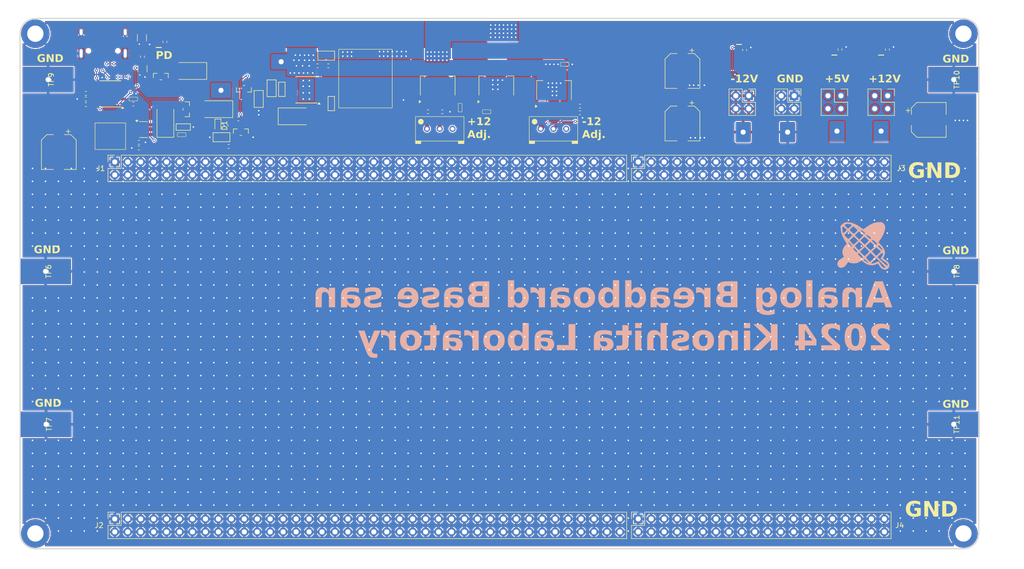
<source format=kicad_pcb>
(kicad_pcb (version 20240108) (generator "pcbnew") (generator_version "8.0")
  (layers (0 "F.Cu" signal) (31 "B.Cu" signal) (34 "B.Paste" user) (35 "F.Paste" user) (36 "B.SilkS" user "B.Silkscreen") (37 "F.SilkS" user "F.Silkscreen") (38 "B.Mask" user) (39 "F.Mask" user) (44 "Edge.Cuts" user))
  (net 0 "")
  (net 1 "GND")
  (net 2 "VDD")
  (net 3 "+5V")
  (net 4 "+12V")
  (net 5 "-12V")
  (net 6 "Net-(D1-A)")
  (net 7 "Net-(D5-A)")
  (net 8 "VBUS")
  (net 9 "Net-(Q4-D)")
  (net 10 "CC2")
  (net 11 "DP")
  (net 12 "CC1")
  (net 13 "DN")
  (net 16 "Net-(D2-K)")
  (net 17 "Net-(D3-A)")
  (net 18 "Net-(U2-VBUS)")
  (net 19 "-15V")
  (net 20 "Net-(U3-BOOT)")
  (net 23 "Net-(D7-K)")
  (net 24 "+15V")
  (net 25 "Net-(D2-A)")
  (net 26 "Net-(D4-A)")
  (net 27 "Net-(D5-K)")
  (net 28 "Net-(D6-K)")
  (net 29 "Net-(D8-K)")
  (net 30 "Net-(D9-A)")
  (net 31 "PD-EN")
  (net 32 "~{Delayed ON}")
  (net 33 "~{PD-EN}")
  (net 34 "HX3608_FB")
  (net 35 "Net-(U2-CFG1)")
  (net 36 "VSENCE")
  (net 37 "Net-(U4-ADJ)")
  (net 38 "Net-(R17-Pad1)")
  (net 39 "Net-(U6-ADJ)")
  (net 40 "Net-(R19-Pad1)")
  (net 46 "Net-(Q2-B)")
  (footprint "Resistor_SMD:R_0402_1005Metric" (layer "F.Cu") (at 220.1 56.1 90)
    (property "Reference" "R11" (hide yes))
    (property "Value" "10k")
  )
  (footprint "Resistor_SMD:R_0402_1005Metric" (layer "F.Cu") (at 62.9 64.7 180)
    (property "Reference" "R8" (hide yes))
    (property "Value" "10k")
  )
  (footprint "my_footprint:TP_PAD_LARGE" (layer "F.Cu") (at 55.2 129.6 90)
    (property "Reference" "TP7")
    (property "Value" "TestPoint")
  )
  (footprint "Package_SO:TI_SO-PowerPAD-8_ThermalVias" (layer "F.Cu") (at 106.133 64 180)
    (property "Reference" "U3" (hide yes))
    (property "Value" "TPS5430DDA")
  )
  (footprint "OPL_Capacitor:C0402" (layer "F.Cu") (at 136.3 67.5 90)
    (property "Reference" "C11" (hide yes))
    (property "Value" "100n")
  )
  (footprint "Capacitor_SMD:CP_Elec_6.3x5.4" (layer "F.Cu") (at 57.6 76.2 -90)
    (property "Reference" "C2" (hide yes))
    (property "Value" "100u")
  )
  (footprint "Resistor_SMD:R_0402_1005Metric" (layer "F.Cu") (at 73.3 75.4 180)
    (property "Reference" "R3" (hide yes))
    (property "Value" "100k")
  )
  (footprint "my_footprint:LED_0402_1005Metric_Enhanced_Cathode" (layer "F.Cu") (at 209.686168 56.085 90)
    (property "Reference" "D8" (hide yes))
    (property "Value" "Orange")
  )
  (footprint "Package_TO_SOT_SMD:SOT-223-3_TabPin2" (layer "F.Cu") (at 131.9 63.2 90)
    (property "Reference" "U4" (hide yes))
    (property "Value" "LM317_SOT-223")
  )
  (footprint "Diode_SMD:D_SMA" (layer "F.Cu") (at 104.133 69.2)
    (property "Reference" "D7" (hide yes))
    (property "Value" "SS54 550mV@5A 40V")
  )
  (footprint "Capacitor_SMD:CP_Elec_6.3x5.4" (layer "F.Cu") (at 179.9 60.3 -90)
    (property "Reference" "C14" (hide yes))
    (property "Value" "100u")
  )
  (footprint "OPL_Capacitor:C0805" (layer "F.Cu") (at 89.5 73.3 180)
    (property "Reference" "C1" (hide yes))
    (property "Value" "22u 50V")
  )
  (footprint "Package_TO_SOT_SMD:SOT-23-6" (layer "F.Cu") (at 74.2 71.8)
    (property "Reference" "U1" (hide yes))
    (property "Value" "HX3608 3.5A MAX")
  )
  (footprint "MountingHole:MountingHole_3.2mm_M3_DIN965_Pad" (layer "F.Cu") (at 235 53)
    (property "Reference" "H2" (hide yes))
    (property "Value" "MountingHole_Pad")
  )
  (footprint "Resistor_SMD:R_0402_1005Metric" (layer "F.Cu") (at 72.2 66.8 180)
    (property "Reference" "R5" (hide yes))
    (property "Value" "1k")
  )
  (footprint "Resistor_SMD:R_0402_1005Metric" (layer "F.Cu") (at 192.1 56.2 90)
    (property "Reference" "R13" (hide yes))
    (property "Value" "10k")
  )
  (footprint "my_footprint:POT_BOCHEN 3296W C118963" (layer "F.Cu") (at 154.6 71.65)
    (property "Reference" "RV2" (hide yes))
    (property "Value" "1k" (hide yes))
  )
  (footprint "Connector_PinSocket_2.54mm:PinSocket_2x02_P2.54mm_Vertical" (layer "F.Cu") (at 220.142836 65.1625)
    (property "Reference" "J5" (hide yes))
    (property "Value" "Conn_02x02_Odd_Even")
  )
  (footprint "MountingHole:MountingHole_3.2mm_M3_DIN965_Pad" (layer "F.Cu") (at 53 151)
    (property "Reference" "H3" (hide yes))
    (property "Value" "MountingHole_Pad")
  )
  (footprint "Connector_PinSocket_2.54mm:PinSocket_2x20_P2.54mm_Vertical" (layer "F.Cu") (at 171.23 148.14 90)
    (property "Reference" "J4")
    (property "Value" "Conn_02x20_Odd_Even")
  )
  (footprint "Connector_PinSocket_2.54mm:PinSocket_2x40_P2.54mm_Vertical" (layer "F.Cu") (at 68.57 148.15 90)
    (property "Reference" "J2")
    (property "Value" "Conn_02x40_Odd_Even")
  )
  (footprint "my_footprint:Conn USB TYPE-C16P3MDDGP073 C2965608" (layer "F.Cu") (at 66.3 50.0875 180)
    (property "Reference" "USB1" (hide yes))
    (property "Value" "HRO" (hide yes))
  )
  (footprint "MountingHole:MountingHole_3.2mm_M3_DIN965_Pad" (layer "F.Cu") (at 53 53)
    (property "Reference" "H1" (hide yes))
    (property "Value" "MountingHole_Pad")
  )
  (footprint "Package_TO_SOT_SMD:SOT-223-3_TabPin2" (layer "F.Cu") (at 154.7 64.1 90)
    (property "Reference" "U6" (hide yes))
    (property "Value" "LM337_SOT223")
  )
  (footprint "my_footprint:TP_PAD_LARGE" (layer "F.Cu") (at 55.1 99.6 90)
    (property "Reference" "TP6")
    (property "Value" "TestPoint")
  )
  (footprint "OPL_Circuit_Protection:SOT-23" (layer "F.Cu") (at 77.6 61.4)
    (property "Reference" "Q1" (hide yes))
    (property "Value" "WST4041 -40V 6A")
  )
  (footprint "OPL_Capacitor:C0402" (layer "F.Cu") (at 156.8 59 180)
    (property "Reference" "C13" (hide yes))
    (property "Value" "100n")
  )
  (footprint "Diode_SMD:D_SMA" (layer "F.Cu") (at 88.2 67.8 180)
    (property "Reference" "D4" (hide yes))
    (property "Value" "SS54 550mV@5A 40V")
  )
  (footprint "my_footprint:Inductor_SMD_11.5x10.5" (layer "F.Cu") (at 117.733 61.8 90)
    (property "Reference" "L2" (hide yes))
    (property "Value" "47u 4A")
  )
  (footprint "Package_TO_SOT_SMD:SOT-223-3_TabPin2" (layer "F.Cu") (at 143.4 63.2 90)
    (property "Reference" "U5" (hide yes))
    (property "Value" "LM2940G-SOT223")
  )
  (footprint "OPL_Capacitor:C0805" (layer "F.Cu") (at 110.033 57.3 180)
    (property "Reference" "C10" (hide yes))
    (property "Value" "22u 50V")
  )
  (footprint "Package_TO_SOT_SMD:SOT-523" (layer "F.Cu") (at 73.9 53.8 90)
    (property "Reference" "Q6" (hide yes))
    (property "Value" "DTC144E")
  )
  (footprint "Resistor_SMD:R_0402_1005Metric" (layer "F.Cu") (at 210.8 56.1 90)
    (property "Reference" "R12" (hide yes))
    (property "Value" "3.9k")
  )
  (footprint "Resistor_SMD:R_0402_1005Metric" (layer "F.Cu") (at 159.8 67.2)
    (property "Reference" "R18" (hide yes))
    (property "Value" "120")
  )
  (footprint "OPL_Circuit_Protection:SOT-23" (layer "F.Cu") (at 93.9 63.8 180)
    (property "Reference" "Q4" (hide yes))
    (property "Value" "WST4041 -40V 6A")
  )
  (footprint "MountingHole:MountingHole_3.2mm_M3_DIN965_Pad" (layer "F.Cu") (at 235 151)
    (property "Reference" "H4" (hide yes))
    (property "Value" "MountingHole_Pad")
  )
  (footprint "my_footprint:TP_PAD_LARGE" (layer "F.Cu") (at 233.2 62 90)
    (property "Reference" "TP10")
    (property "Value" "TestPoint")
  )
  (footprint "Resistor_SMD:R_0402_1005Metric" (layer "F.Cu") (at 108.333 59.3 180)
    (property "Reference" "R15" (hide yes))
    (property "Value" "8.87k")
  )
  (footprint "my_footprint:TP_PAD_WITH_HOLE" (layer "F.Cu") (at 210.2 72.1)
    (property "Reference" "TP4" (hide yes))
    (property "Value" "TestPoint")
  )
  (footprint "Resistor_SMD:R_0402_1005Metric" (layer "F.Cu") (at 129.99 68.3 180)
    (property "Reference" "R16" (hide yes))
    (property "Value" "120")
  )
  (footprint "Diode_SMD:D_SOD-523" (layer "F.Cu") (at 88.8 71 -90)
    (property "Reference" "D1")
    (property "Value" "RB521S30T1G")
  )
  (footprint "Resistor_SMD:R_0402_1005Metric" (layer "F.Cu") (at 90.4 71 -90)
    (property "Reference" "R1" (hide yes))
    (property "Value" "220k")
  )
  (footprint "Diode_SMD:D_SMA" (layer "F.Cu") (at 83.1 60.3 180)
    (property "Reference" "D3" (hide yes))
    (property "Value" "SS54 550mV@5A 40V")
  )
  (footprint "my_footprint:TP_PAD_WITH_HOLE" (layer "F.Cu") (at 200.519502 72.3)
    (property "Reference" "TP5" (hide yes))
    (property "Value" "TestPoint")
  )
  (footprint "OPL_Capacitor:C0603" (layer "F.Cu") (at 82 71.3)
    (property "Reference" "C3" (hide yes))
    (property "Value" "22u 50V")
  )
  (footprint "my_footprint:LED_0402_1005Metric_Enhanced_Cathode" (layer "F.Cu") (at 77.2 54.6 90)
    (property "Reference" "D5" (hide yes))
    (property "Value" "Green")
  )
  (footprint "Resistor_SMD:R_0402_1005Metric" (layer "F.Cu") (at 132.8 68.3)
    (property "Reference" "R17" (hide yes))
    (property "Value" "500")
  )
  (footprint "OPL_Circuit_Protection:SOT-23" (layer "F.Cu") (at 93.3 72.3)
    (property "Reference" "Q2" (hide yes))
    (property "Value" "MMBT5551")
  )
  (footprint "my_footprint:TP_PAD_WITH_HOLE" (layer "F.Cu") (at 89.4 64.1 90)
    (property "Reference" "TP1" (hide yes))
    (property "Value" "TestPoint")
  )
  (footprint "my_footprint:TP_PAD_WITH_HOLE" (layer "F.Cu") (at 101.2 58.5 90)
    (property "Reference" "TP2" (hide yes))
    (property "Value" "TestPoint")
  )
  (footprint "Connector_PinSocket_2.54mm:PinSocket_2x02_P2.54mm_Vertical" (layer "F.Cu") (at 192.892836 65.1625)
    (property "Reference" "J8" (hide yes))
    (property "Value" "Conn_02x02_Odd_Even")
  )
  (footprint "my_footprint:ESSOP-10_3.9x4.9mm_P1.00mm" (layer "F.Cu") (at 67.7 64.8 180)
    (property "Reference" "U2" (hide yes))
    (property "Value" "CH224K")
  )
  (footprint "Connector_PinSocket_2.54mm:PinSocket_2x02_P2.54mm_Vertical" (layer "F.Cu") (at 201.809502 65.1625)
    (property "Reference" "J7" (hide yes))
    (property "Value" "Conn_02x02_Odd_Even")
  )
  (footprint "Connector_PinSocket_2.54mm:PinSocket_2x02_P2.54mm_Vertical" (layer "F.Cu") (at 210.976168 65.1625)
    (property "Reference" "J6" (hide yes))
    (property "Value" "Conn_02x02_Odd_Even")
  )
  (footprint "Package_TO_SOT_SMD:SOT-523" (layer "F.Cu") (at 74 59.845 90)
    (property "Reference" "Q5" (hide yes))
    (property "Value" "DTC144E")
  )
  (footprint "my_footprint:TP_PAD_LARGE" (layer "F.Cu") (at 233.2 129.6 90)
    (property "Reference" "TP11")
    (property "Value" "TestPoint")
  )
  (footprint "my_footprint:POT_BOCHEN 3296W C118963" (layer "F.Cu") (at 132.3 71.65)
    (property "Reference" "RV1" (hide yes))
    (property "Value" "1k" (hide yes))
  )
  (footprint "OPL_Capacitor:C0402" (layer "F.Cu") (at 141.5 68.3 180)
    (property "Reference" "C12" (hide yes))
    (property "Value" "100n")
  )
  (footprint "Resistor_SMD:R_0402_1005Metric" (layer "F.Cu") (at 74 57.5 -90)
    (property "Reference" "R9" (hide yes))
    (property "Value" "10k")
  )
  (footprint "my_footprint:Inductor_SMD_5.2x5.7" (layer "F.Cu") (at 67.7 73.1)
    (property "Reference" "L1" (hide yes))
    (property "Value" "3.3u 6A")
  )
  (footprint "my_footprint:LED_0402_1005Metric_Enhanced_Cathode" (layer "F.Cu") (at 191 56.2 -90)
    (property "Reference" "D9" (hide yes))
    (property "Value" "Blue")
  )
  (footprint "Resistor_SMD:R_0402_1005Metric" (layer "F.Cu") (at 78.4 54.61 90)
    (property "Reference" "R10" (hide yes))
    (property "Value" "10k")
  )
  (footprint "my_footprint:TP_PAD_WITH_HOLE" (layer "F.Cu") (at 191.8 72.3)
    (property "Reference" "TP12" (hide yes))
    (property "Value" "TestPoint")
  )
  (footprint "Capacitor_SMD:CP_Elec_6.3x5.4" (layer "F.Cu") (at 228.2 69.9)
    (property "Reference" "C15" (hide yes))
    (property "Value" "100u")
  )
  (footprint "OPL_Capacitor:C0805" (layer "F.Cu") (at 96.8 65.789 -90)
    (property "Reference" "C6" (hide yes))
    (property "Value" "22u 50V")
  )
  (footprint "Connector_PinSocket_2.54mm:PinSocket_2x40_P2.54mm_Vertical" (layer "F.Cu") (at 68.57 78.145 90)
    (property "Reference" "J1")
    (property "Value" "Conn_02x40_Odd_Even")
  )
  (footprint "Diode_SMD:D_SMA" (layer "F.Cu") (at 78.5 69.8 90)
    (property "Reference" "D2" (hide yes))
    (property "Value" "SS54 550mV@5A 40V")
  )
  (footprint "OPL_Circuit_Protection:SOT-23" (layer "F.Cu") (at 82.584 67.811 -90)
    (property "Reference" "Q3" (hide yes))
    (property "Value" "WST4041 -40V 6A")
  )
  (footprint "OPL_Capacitor:C0603" (layer "F.Cu") (at 111.033 66.7 -90)
    (property "Reference" "C9" (hide yes))
    (property "Value" "0.01u")
  )
  (footprint "Resistor_SMD:R_0402_1005Metric" (layer "F.Cu") (at 62.9 65.8 180)
    (property "Reference" "R7" (hide yes))
    (property "Value" "56k")
  )
  (footprint "Resistor_SMD:R_0402_1005Metric" (layer "F.Cu") (at 73.3 74.3)
    (property "Reference" "R4" (hide yes))
    (property "Value" "4k")
  )
  (footprint "Resistor_SMD:R_0402_1005Metric" (layer "F.Cu") (at 110.443 59.3 180)
    (property "Reference" "R14" (hide yes))
    (property "Value" "100k")
  )
  (footprint "OPL_Capacitor:C0402" (layer "F.Cu") (at 81.7 72.8)
    (property "Reference" "C4" (hide yes))
    (property "Value" "1u")
  )
  (footprint "Capacitor_SMD:CP_Elec_6.3x5.4" (layer "F.Cu") (at 179.9 70.6 -90)
    (property "Reference" "C16" (hide yes))
    (property "Value" "100u")
  )
  (footprint "OPL_Capacitor:C0402" (layer "F.Cu") (at 72.2 65.8)
    (property "Reference" "C5" (hide yes))
    (property "Value" "1u")
  )
  (footprint "Resistor_SMD:R_0402_1005Metric" (layer "F.Cu") (at 159.79 68.5)
    (property "Reference" "R19" (hide yes))
    (property "Value" "500")
  )
  (footprint "Connector_PinSocket_2.54mm:PinSocket_2x20_P2.54mm_Vertical" (layer "F.Cu") (at 171.23 78.145 90)
    (property "Reference" "J3")
    (property "Value" "Conn_02x20_Odd_Even")
  )
  (footprint "OPL_Capacitor:C0805" (layer "F.Cu") (at 99.333 63.7 90)
    (property "Reference" "C7" (hide yes))
    (property "Value" "22u 50V")
  )
  (footprint "my_footprint:LED_0402_1005Metric_Enhanced_Cathode" (layer "F.Cu") (at 218.852836 56.085 90)
    (property "Reference" "D6" (hide yes))
    (property "Value" "Red")
  )
  (footprint "my_footprint:TP_PAD_WITH_HOLE" (layer "F.Cu") (at 218.852836 72.1025)
    (property "Reference" "TP3" (hide yes))
    (property "Value" "TestPoint")
  )
  (footprint "my_footprint:TP_PAD_LARGE" (layer "F.Cu") (at 55.6 62 90)
    (property "Reference" "TP9")
    (property "Value" "TestPoint")
  )
  (footprint "Resistor_SMD:R_0402_1005Metric" (layer "F.Cu") (at 62.9 66.9)
    (property "Reference" "R6" (hide yes))
    (property "Value" "10k")
  )
  (footprint "Resistor_SMD:R_0402_1005Metric" (layer "F.Cu") (at 92.79 69.7)
    (property "Reference" "R2" (hide yes))
    (property "Value" "10k")
  )
  (footprint "Resistor_SMD:R_0402_1005Metric" (layer "F.Cu") (at 90.91 75.1)
    (property "Reference" "R20" (hide yes))
    (property "Value" "1k")
  )
  (footprint "OPL_Capacitor:C0603" (layer "F.Cu") (at 101.333 63.9 -90)
    (property "Reference" "C8" (hide yes))
    (property "Value" "0.1u 50V")
  )
  (footprint "my_footprint:TP_PAD_LARGE" (layer "F.Cu") (at 233.2 99.6 90)
    (property "Reference" "TP8")
    (property "Value" "TestPoint")
  )
  (footprint "my_footprint:kinoshita-logo_simplified_300dpi" (layer "B.Cu") (at 215.4 94.6 180)
    (property "Reference" "LOGO1" (hide yes))
    (property "Value" "logo" (hide yes))
  )
  (gr_arc (start 238 151) (mid 237.12132 153.12132) (end 235 154) (stroke (width 0.2)) (layer "Edge.Cuts"))
  (gr_line (start 53 50) (end 235 50) (stroke (width 0.2)) (layer "Edge.Cuts"))
  (gr_line (start 53 154) (end 235 154) (stroke (width 0.2)) (layer "Edge.Cuts"))
  (gr_arc (start 53 154) (mid 50.87868 153.12132) (end 50 151) (stroke (width 0.2)) (layer "Edge.Cuts"))
  (gr_arc (start 50 53) (mid 50.87868 50.87868) (end 53 50) (stroke (width 0.2)) (layer "Edge.Cuts"))
  (gr_line (start 50 53) (end 50 151) (stroke (width 0.2)) (layer "Edge.Cuts"))
  (gr_arc (start 235 50) (mid 237.12132 50.87868) (end 238 53) (stroke (width 0.2)) (layer "Edge.Cuts"))
  (gr_line (start 238 53) (end 238 151) (stroke (width 0.2)) (layer "Edge.Cuts"))
  (gr_text "Analog Breadboard Base san\n2024 Kinoshita Laboratory" (at 221.1 115.9 0) (layer "B.SilkS") (effects (font (size 5 5) (thickness 0.3) (bold yes)) (justify left bottom mirror)))
  (gr_text "GND" (at 230.9 126.6 0) (layer "F.SilkS") (effects (font (size 1.5 1.5) (thickness 0.3) (bold yes)) (justify left bottom)))
  (gr_text "GND" (at 52.7 96.3 0) (layer "F.SilkS") (effects (font (size 1.5 1.5) (thickness 0.3) (bold yes)) (justify left bottom)))
  (gr_text "GND" (at 223.5 148.2 0) (layer "F.SilkS") (effects (font (size 3 3) (thickness 0.3) (bold yes)) (justify left bottom)))
  (gr_text "PD" (at 76.6 58.2 0) (layer "F.SilkS") (effects (font (size 1.5 1.5) (thickness 0.375) (bold yes)) (justify left bottom)))
  (gr_text "-12V\n" (at 189.323599 62.8 0) (layer "F.SilkS") (effects (font (size 1.5 1.5) (thickness 0.3) (bold yes)) (justify left bottom)))
  (gr_text "+5V" (at 207.829767 62.8 0) (layer "F.SilkS") (effects (font (size 1.5 1.5) (thickness 0.3) (bold yes)) (justify left bottom)))
  (gr_text "GND" (at 230.9 58.9 0) (layer "F.SilkS") (effects (font (size 1.5 1.5) (thickness 0.3) (bold yes)) (justify left bottom)))
  (gr_text "GND" (at 198.4 62.8 0) (layer "F.SilkS") (effects (font (size 1.5 1.5) (thickness 0.3) (bold yes)) (justify left bottom)))
  (gr_text "+12V\n" (at 216.407269 62.8 0) (layer "F.SilkS") (effects (font (size 1.5 1.5) (thickness 0.3) (bold yes)) (justify left bottom)))
  (gr_text "GND" (at 52.9 126.4 0) (layer "F.SilkS") (effects (font (size 1.5 1.5) (thickness 0.3) (bold yes)) (justify left bottom)))
  (gr_text "GND" (at 230.9 96.5 0) (layer "F.SilkS") (effects (font (size 1.5 1.5) (thickness 0.3) (bold yes)) (justify left bottom)))
  (gr_text "GND" (at 53.3 58.8 0) (layer "F.SilkS") (effects (font (size 1.5 1.5) (thickness 0.3) (bold yes)) (justify left bottom)))
  (gr_text "-12\nAdj." (at 160.2 73.7 0) (layer "F.SilkS") (effects (font (size 1.5 1.5) (thickness 0.3) (bold yes)) (justify left bottom)))
  (gr_text "+12\nAdj." (at 137.7 73.7 0) (layer "F.SilkS") (effects (font (size 1.5 1.5) (thickness 0.3) (bold yes)) (justify left bottom)))
  (gr_text "GND" (at 224.1 81.8 0) (layer "F.SilkS") (effects (font (size 3 3) (thickness 0.3) (bold yes)) (justify left bottom)))
  (segment (start 193.29 55.69) (end 193.3 55.7) (width 0.2) (layer "F.Cu") (net 1))
  (segment (start 160.3 68.5) (end 160.3 69.5) (width 0.2) (layer "F.Cu") (net 1))
  (segment (start 82.16228 72.8) (end 82.2 72.8) (width 0.2) (layer "F.Cu") (net 1))
  (segment (start 234.1 69.9) (end 234.2 70) (width 2) (layer "F.Cu") (net 1))
  (segment (start 179.9 73.4) (end 181.5 73.4) (width 0.5) (layer "F.Cu") (net 1))
  (segment (start 234.9 69.9) (end 235 70) (width 2) (layer "F.Cu") (net 1))
  (segment (start 72.400001 71.8) (end 71.9 72.300001) (width 0.2) (layer "F.Cu") (net 1))
  (segment (start 181.3 63.1) (end 182.1 63.1) (width 0.5) (layer "F.Cu") (net 1))
  (segment (start 74.4 54.445) (end 74.745 54.445) (width 0.2) (layer "F.Cu") (net 1))
  (segment (start 181.5 73.4) (end 182.4 73.4) (width 0.5) (layer "F.Cu") (net 1))
  (segment (start 67.7 63.2) (end 66.1 61.6) (width 0.2) (layer "F.Cu") (net 1))
  (segment (start 235.1 69.9) (end 235.2 69.9) (width 2) (layer "F.Cu") (net 1))
  (segment (start 234.3 69.9) (end 234.9 69.9) (width 2) (layer "F.Cu") (net 1))
  (segment (start 182.1 63.1) (end 183 63.1) (width 0.5) (layer "F.Cu") (net 1))
  (segment (start 183.4 73.4) (end 184.2 73.4) (width 0.5) (layer "F.Cu") (net 1))
  (segment (start 82.8 72.2) (end 82.762 72.162) (width 0.2) (layer "F.Cu") (net 1))
  (segment (start 67.7 64.8) (end 67.7 63.2) (width 0.2) (layer "F.Cu") (net 1))
  (segment (start 184.2 73.4) (end 184 73.4) (width 0.5) (layer "F.Cu") (net 1))
  (segment (start 221.29 55.59) (end 221.3 55.6) (width 0.2) (layer "F.Cu") (net 1))
  (segment (start 74.745 54.445) (end 75.4 55.1) (width 0.2) (layer "F.Cu") (net 1))
  (segment (start 133.31 68.3) (end 134.3 68.3) (width 0.2) (layer "F.Cu") (net 1))
  (segment (start 235 70) (end 235.1 69.9) (width 2) (layer "F.Cu") (net 1))
  (segment (start 95.684 73.316) (end 95.7 73.3) (width 0.2) (layer "F.Cu") (net 1))
  (segment (start 96.8 68.1) (end 96.8 68.9) (width 0.5) (layer "F.Cu") (net 1))
  (segment (start 220.1 55.59) (end 221.29 55.59) (width 0.2) (layer "F.Cu") (net 1))
  (segment (start 82.762 71.3) (end 84 71.3) (width 0.2) (layer "F.Cu") (net 1))
  (segment (start 183 63.1) (end 184.2 63.1) (width 0.5) (layer "F.Cu") (net 1))
  (segment (start 82.2 72.8) (end 82.8 72.2) (width 0.2) (layer "F.Cu") (net 1))
  (segment (start 73.81 74.3) (end 74.6 74.3) (width 0.2) (layer "F.Cu") (net 1))
  (segment (start 134.63772 67.96228) (end 134.3 68.3) (width 0.2) (layer "F.Cu") (net 1))
  (segment (start 94.189 73.316) (end 95.684 73.316) (width 0.2) (layer "F.Cu") (net 1))
  (segment (start 182.4 73.4) (end 183.4 73.4) (width 0.5) (layer "F.Cu") (net 1))
  (segment (start 62.39 65.8) (end 61.2 65.8) (width 0.2) (layer "F.Cu") (net 1))
  (segment (start 233.5 69.9) (end 234.1 69.9) (width 2) (layer "F.Cu") (net 1))
  (segment (start 210.8 55.59) (end 211.99 55.59) (width 0.2) (layer "F.Cu") (net 1))
  (segment (start 74.5 60.49) (end 74.5 61.5) (width 0.2) (layer "F.Cu") (net 1))
  (segment (start 96.8 66.679) (end 96.8 68.1) (width 0.5) (layer "F.Cu") (net 1))
  (segment (start 82.762 72.162) (end 82.762 71.3) (width 0.2) (layer "F.Cu") (net 1))
  (segment (start 71.9 72.300001) (end 71.9 75.4) (width 0.2) (layer "F.Cu") (net 1))
  (segment (start 235.8 70) (end 235.4 69.9) (width 2) (layer "F.Cu") (net 1))
  (segment (start 234.2 70) (end 234.3 69.9) (width 2) (layer "F.Cu") (net 1))
  (segment (start 73.0625 71.8) (end 72.400001 71.8) (width 0.2) (layer "F.Cu") (net 1))
  (segment (start 72.66228 65.8) (end 72.66228 64.83772) (width 0.2) (layer "F.Cu") (net 1))
  (segment (start 233.4 70) (end 233.5 69.9) (width 2) (layer "F.Cu") (net 1))
  (segment (start 211.99 55.59) (end 212 55.6) (width 0.2) (layer "F.Cu") (net 1))
  (segment (start 235.4 69.9) (end 235.3 69.9) (width 2) (layer "F.Cu") (net 1))
  (segment (start 136.3 67.96228) (end 134.63772 67.96228) (width 0.2) (layer "F.Cu") (net 1))
  (segment (start 231 69.9) (end 233.3 69.9) (width 2) (layer "F.Cu") (net 1))
  (segment (start 179.9 63.1) (end 181.3 63.1) (width 0.5) (layer "F.Cu") (net 1))
  (segment (start 192.1 55.69) (end 193.29 55.69) (width 0.2) (layer "F.Cu") (net 1))
  (segment (start 88.61 73.3) (end 87.2 73.3) (width 0.2) (layer "F.Cu") (net 1))
  (segment (start 72.66228 64.83772) (end 72.74038 64.75962) (width 0.2) (layer "F.Cu") (net 1))
  (segment (start 233.3 69.9) (end 233.4 70) (width 2) (layer "F.Cu") (net 1))
  (segment (start 157.26228 59) (end 158.3 59) (width 0.2) (layer "F.Cu") (net 1))
  (segment (start 235.2 69.9) (end 235.8 70) (width 2) (layer "F.Cu") (net 1))
  (via (at 164.2 140.36675) (size 0.6) (drill 0.3) (layers "F.Cu" "B.Cu") (net 1))
  (via (at 194.68 92.10675) (size 0.6) (drill 0.3) (layers "F.Cu" "B.Cu") (net 1))
  (via (at 128.64 84.48675) (size 0.6) (drill 0.3) (layers "F.Cu" "B.Cu") (net 1))
  (via (at 222.62 125.12675) (size 0.6) (drill 0.3) (layers "F.Cu" "B.Cu") (net 1))
  (via (at 143.88 140.36675) (size 0.6) (drill 0.3) (layers "F.Cu" "B.Cu") (net 1))
  (via (at 100.7 104.80675) (size 0.6) (drill 0.3) (layers "F.Cu" "B.Cu") (net 1))
  (via (at 232.78 94.64675) (size 0.6) (drill 0.3) (layers "F.Cu" "B.Cu") (net 1))
  (via (at 141.34 122.58675) (size 0.6) (drill 0.3) (layers "F.Cu" "B.Cu") (net 1))
  (via (at 72.76 84.48675) (size 0.6) (drill 0.3) (layers "F.Cu" "B.Cu") (net 1))
  (via (at 85.46 130.20675) (size 0.6) (drill 0.3) (layers "F.Cu" "B.Cu") (net 1))
  (via (at 60.06 147.98675) (size 0.6) (drill 0.3) (layers "F.Cu" "B.Cu") (net 1))
  (via (at 100.7 99.72675) (size 0.6) (drill 0.3) (layers "F.Cu" "B.Cu") (net 1))
  (via (at 57.52 142.90675) (size 0.6) (drill 0.3) (layers "F.Cu" "B.Cu") (net 1))
  (via (at 148.96 109.88675) (size 0.6) (drill 0.3) (layers "F.Cu" "B.Cu") (net 1))
  (via (at 57.52 84.48675) (size 0.6) (drill 0.3) (layers "F.Cu" "B.Cu") (net 1))
  (via (at 123.56 99.72675) (size 0.6) (drill 0.3) (layers "F.Cu" "B.Cu") (net 1))
  (via (at 169.28 147.98675) (size 0.6) (drill 0.3) (layers "F.Cu" "B.Cu") (net 1))
  (via (at 212.46 84.48675) (size 0.6) (drill 0.3) (layers "F.Cu" "B.Cu") (net 1))
  (via (at 131.18 112.42675) (size 0.6) (drill 0.3) (layers "F.Cu" "B.Cu") (net 1))
  (via (at 108.32 84.48675) (size 0.6) (drill 0.3) (layers "F.Cu" "B.Cu") (net 1))
  (via (at 141.34 117.50675) (size 0.6) (drill 0.3) (layers "F.Cu" "B.Cu") (net 1))
  (via (at 225.16 132.74675) (size 0.6) (drill 0.3) (layers "F.Cu" "B.Cu") (net 1))
  (via (at 88 120.04675) (size 0.6) (drill 0.3) (layers "F.Cu" "B.Cu") (net 1))
  (via (at 209.92 92.10675) (size 0.6) (drill 0.3) (layers "F.Cu" "B.Cu") (net 1))
  (via (at 115.94 125.12675) (size 0.6) (drill 0.3) (layers "F.Cu" "B.Cu") (net 1))
  (via (at 98.16 81.94675) (size 0.6) (drill 0.3) (layers "F.Cu" "B.Cu") (net 1))
  (via (at 156.58 125.12675) (size 0.6) (drill 0.3) (layers "F.Cu" "B.Cu") (net 1))
  (via (at 179.44 84.48675) (size 0.6) (drill 0.3) (layers "F.Cu" "B.Cu") (net 1))
  (via (at 123.56 87.02675) (size 0.6) (drill 0.3) (layers "F.Cu" "B.Cu") (net 1))
  (via (at 207.38 125.12675) (size 0.6) (drill 0.3) (layers "F.Cu" "B.Cu") (net 1))
  (via (at 82.92 145.44675) (size 0.6) (drill 0.3) (layers "F.Cu" "B.Cu") (net 1))
  (via (at 128.64 117.50675) (size 0.6) (drill 0.3) (layers "F.Cu" "B.Cu") (net 1))
  (via (at 118.48 127.66675) (size 0.6) (drill 0.3) (layers "F.Cu" "B.Cu") (net 1))
  (via (at 181.98 92.10675) (size 0.6) (drill 0.3) (layers "F.Cu" "B.Cu") (net 1))
  (via (at 215 140.36675) (size 0.6) (drill 0.3) (layers "F.Cu" "B.Cu") (net 1))
  (via (at 67.68 87.02675) (size 0.6) (drill 0.3) (layers "F.Cu" "B.Cu") (net 1))
  (via (at 225.16 125.12675) (size 0.6) (drill 0.3) (layers "F.Cu" "B.Cu") (net 1))
  (via (at 146.42 145.44675) (size 0.6) (drill 0.3) (layers "F.Cu" "B.Cu") (net 1))
  (via (at 67.68 92.10675) (size 0.6) (drill 0.3) (layers "F.Cu" "B.Cu") (net 1))
  (via (at 171.82 137.82675) (size 0.6) (drill 0.3) (layers "F.Cu" "B.Cu") (net 1))
  (via (at 184.52 94.64675) (size 0.6) (drill 0.3) (layers "F.Cu" "B.Cu") (net 1))
  (via (at 60.06 145.44675) (size 0.6) (drill 0.3) (layers "F.Cu" "B.Cu") (net 1))
  (via (at 100.7 130.20675) (size 0.6) (drill 0.3) (layers "F.Cu" "B.Cu") (net 1))
  (via (at 207.38 89.56675) (size 0.6) (drill 0.3) (layers "F.Cu" "B.Cu") (net 1))
  (via (at 217.54 97.18675) (size 0.6) (drill 0.3) (layers "F.Cu" "B.Cu") (net 1))
  (via (at 164.2 120.04675) (size 0.6) (drill 0.3) (layers "F.Cu" "B.Cu") (net 1))
  (via (at 85.46 132.74675) (size 0.6) (drill 0.3) (layers "F.Cu" "B.Cu") (net 1))
  (via (at 105.78 120.04675) (size 0.6) (drill 0.3) (layers "F.Cu" "B.Cu") (net 1))
  (via (at 169.28 81.94675) (size 0.6) (drill 0.3) (layers "F.Cu" "B.Cu") (net 1))
  (via (at 52.44 89.56675) (size 0.6) (drill 0.3) (layers "F.Cu" "B.Cu") (net 1))
  (via (at 126.1 137.82675) (size 0.6) (drill 0.3) (layers "F.Cu" "B.Cu") (net 1))
  (via (at 156.58 135.28675) (size 0.6) (drill 0.3) (layers "F.Cu" "B.Cu") (net 1))
  (via (at 161.66 135.28675) (size 0.6) (drill 0.3) (layers "F.Cu" "B.Cu") (net 1))
  (via (at 108.32 109.88675) (size 0.6) (drill 0.3) (layers "F.Cu" "B.Cu") (net 1))
  (via (at 184.52 120.04675) (size 0.6) (drill 0.3) (layers "F.Cu" "B.Cu") (net 1))
  (via (at 161.66 145.44675) (size 0.6) (drill 0.3) (layers "F.Cu" "B.Cu") (net 1))
  (via (at 207.38 107.34675) (size 0.6) (drill 0.3) (layers "F.Cu" "B.Cu") (net 1))
  (via (at 65.14 89.56675) (size 0.6) (drill 0.3) (layers "F.Cu" "B.Cu") (net 1))
  (via (at 82.92 87.02675) (size 0.6) (drill 0.3) (layers "F.Cu" "B.Cu") (net 1))
  (via (at 90.54 112.42675) (size 0.6) (drill 0.3) (layers "F.Cu" "B.Cu") (net 1))
  (via (at 220.08 94.64675) (size 0.6) (drill 0.3) (layers "F.Cu" "B.Cu") (net 1))
  (via (at 192.14 87.02675) (size 0.6) (drill 0.3) (layers "F.Cu" "B.Cu") (net 1))
  (via (at 75.3 92.10675) (size 0.6) (drill 0.3) (layers "F.Cu" "B.Cu") (net 1))
  (via (at 126.1 102.26675) (size 0.6) (drill 0.3) (layers "F.Cu" "B.Cu") (net 1))
  (via (at 159.12 94.64675) (size 0.6) (drill 0.3) (layers "F.Cu" "B.Cu") (net 1))
  (via (at 187.06 89.56675) (size 0.6) (drill 0.3) (layers "F.Cu" "B.Cu") (net 1))
  (via (at 67.68 137.82675) (size 0.6) (drill 0.3) (layers "F.Cu" "B.Cu") (net 1))
  (via (at 110.86 117.50675) (size 0.6) (drill 0.3) (layers "F.Cu" "B.Cu") (net 1))
  (via (at 227.7 140.36675) (size 0.6) (drill 0.3) (layers "F.Cu" "B.Cu") (net 1))
  (via (at 215 87.02675) (size 0.6) (drill 0.3) (layers "F.Cu" "B.Cu") (net 1))
  (via (at 100.7 142.90675) (size 0.6) (drill 0.3) (layers "F.Cu" "B.Cu") (net 1))
  (via (at 80.38 84.48675) (size 0.6) (drill 0.3) (layers "F.Cu" "B.Cu") (net 1))
  (via (at 189.6 122.58675) (size 0.6) (drill 0.3) (layers "F.Cu" "B.Cu") (net 1))
  (via (at 90.54 97.18675) (size 0.6) (drill 0.3) (layers "F.Cu" "B.Cu") (net 1))
  (via (at 114.2 57.4) (size 0.6) (drill 0.3) (layers "F.Cu" "B.Cu") (net 1))
  (via (at 158.3 59) (size 0.6) (drill 0.3) (layers "F.Cu" "B.Cu") (net 1))
  (via (at 133.72 112.42675) (size 0.6) (drill 0.3) (layers "F.Cu" "B.Cu") (net 1))
  (via (at 60.06 104.80675) (size 0.6) (drill 0.3) (layers "F.Cu" "B.Cu") (net 1))
  (via (at 85.46 137.82675) (size 0.6) (drill 0.3) (layers "F.Cu" "B.Cu") (net 1))
  (via (at 235.32 92.10675) (size 0.6) (drill 0.3) (layers "F.Cu" "B.Cu") (net 1))
  (via (at 54.98 89.56675) (size 0.6) (drill 0.3) (layers "F.Cu" "B.Cu") (net 1))
  (via (at 232.78 107.34675) (size 0.6) (drill 0.3) (layers "F.Cu" "B.Cu") (net 1))
  (via (at 54.98 104.80675) (size 0.6) (drill 0.3) (layers "F.Cu" "B.Cu") (net 1))
  (via (at 174.36 137.82675) (size 0.6) (drill 0.3) (layers "F.Cu" "B.Cu") (net 1))
  (via (at 189.6 99.72675) (size 0.6) (drill 0.3) (layers "F.Cu" "B.Cu") (net 1))
  (via (at 121.02 87.02675) (size 0.6) (drill 0.3) (layers "F.Cu" "B.Cu") (net 1))
  (via (at 143.88 89.56675) (size 0.6) (drill 0.3) (layers "F.Cu" "B.Cu") (net 1))
  (via (at 176.9 107.34675) (size 0.6) (drill 0.3) (layers "F.Cu" "B.Cu") (net 1))
  (via (at 105.78 81.94675) (size 0.6) (drill 0.3) (layers "F.Cu" "B.Cu") (net 1))
  (via (at 118.48 112.42675) (size 0.6) (drill 0.3) (layers "F.Cu" "B.Cu") (net 1))
  (via (at 235.32 84.48675) (size 0.6) (drill 0.3) (layers "F.Cu" "B.Cu") (net 1))
  (via (at 151.5 92.10675) (size 0.6) (drill 0.3) (layers "F.Cu" "B.Cu") (net 1))
  (via (at 100.7 92.10675) (size 0.6) (drill 0.3) (layers "F.Cu" "B.Cu") (net 1))
  (via (at 181.98 117.50675) (size 0.6) (drill 0.3) (layers "F.Cu" "B.Cu") (net 1))
  (via (at 164.2 112.42675) (size 0.6) (drill 0.3) (layers "F.Cu" "B.Cu") (net 1))
  (via (at 156.58 107.34675) (size 0.6) (drill 0.3) (layers "F.Cu" "B.Cu") (net 1))
  (via (at 184.2 73.4) (size 0.6) (drill 0.3) (layers "F.Cu" "B.Cu") (net 1))
  (via (at 189.6 130.20675) (size 0.6) (drill 0.3) (layers "F.Cu" "B.Cu") (net 1))
  (via (at 146.42 130.20675) (size 0.6) (drill 0.3) (layers "F.Cu" "B.Cu") (net 1))
  (via (at 161.66 142.90675) (size 0.6) (drill 0.3) (layers "F.Cu" "B.Cu") (net 1))
  (via (at 151.5 145.44675) (size 0.6) (drill 0.3) (layers "F.Cu" "B.Cu") (net 1))
  (via (at 62.6 132.74675) (size 0.6) (drill 0.3) (layers "F.Cu" "B.Cu") (net 1))
  (via (at 207.38 142.90675) (size 0.6) (drill 0.3) (layers "F.Cu" "B.Cu") (net 1))
  (via (at 151.5 97.18675) (size 0.6) (drill 0.3) (layers "F.Cu" "B.Cu") (net 1))
  (via (at 125.2 66) (size 0.6) (drill 0.3) (layers "F.Cu" "B.Cu") (net 1))
  (via (at 108.32 120.04675) (size 0.6) (drill 0.3) (layers "F.Cu" "B.Cu") (net 1))
  (via (at 181.5 73.4) (size 0.6) (drill 0.3) (layers "F.Cu" "B.Cu") (net 1))
  (via (at 166.74 122.58675) (size 0.6) (drill 0.3) (layers "F.Cu" "B.Cu") (net 1))
  (via (at 52.44 125.12675) (size 0.6) (drill 0.3) (layers "F.Cu" "B.Cu") (net 1))
  (via (at 148.96 102.26675) (size 0.6) (drill 0.3) (layers "F.Cu" "B.Cu") (net 1))
  (via (at 113.4 114.96675) (size 0.6) (drill 0.3) (layers "F.Cu" "B.Cu") (net 1))
  (via (at 235 70) (size 0.6) (drill 0.3) (layers "F.Cu" "B.Cu") (net 1))
  (via (at 62.6 150.52675) (size 0.6) (drill 0.3) (layers "F.Cu" "B.Cu") (net 1))
  (via (at 93.08 120.04675) (size 0.6) (drill 0.3) (layers "F.Cu" "B.Cu") (net 1))
  (via (at 215 112.42675) (size 0.6) (drill 0.3) (layers "F.Cu" "B.Cu") (net 1))
  (via (at 65.14 92.10675) (size 0.6) (drill 0.3) (layers "F.Cu" "B.Cu") (net 1))
  (via (at 141.34 92.10675) (size 0.6) (drill 0.3) (layers "F.Cu" "B.Cu") (net 1))
  (via (at 95.62 104.80675) (size 0.6) (drill 0.3) (layers "F.Cu" "B.Cu") (net 1))
  (via (at 131.18 84.48675) (size 0.6) (drill 0.3) (layers "F.Cu" "B.Cu") (net 1))
  (via (at 148.96 81.94675) (size 0.6) (drill 0.3) (layers "F.Cu" "B.Cu") (net 1))
  (via (at 222.62 122.58675) (size 0.6) (drill 0.3) (layers "F.Cu" "B.Cu") (net 1))
  (via (at 143.7 63.9) (size 0.6) (drill 0.3) (layers "F.Cu" "B.Cu") (net 1))
  (via (at 82.92 142.90675) (size 0.6) (drill 0.3) (layers "F.Cu" "B.Cu") (net 1))
  (via (at 115.94 94.64675) (size 0.6) (drill 0.3) (layers "F.Cu" "B.Cu") (net 1))
  (via (at 77.84 102.26675) (size 0.6) (drill 0.3) (layers "F.Cu" "B.Cu") (net 1))
  (via (at 181.98 109.88675) (size 0.6) (drill 0.3) (layers "F.Cu" "B.Cu") (net 1))
  (via (at 126.1 127.66675) (size 0.6) (drill 0.3) (layers "F.Cu" "B.Cu") (net 1))
  (via (at 80.38 99.72675) (size 0.6) (drill 0.3) (layers "F.Cu" "B.Cu") (net 1))
  (via (at 100.7 109.88675) (size 0.6) (drill 0.3) (layers "F.Cu" "B.Cu") (net 1))
  (via (at 138.8 142.90675) (size 0.6) (drill 0.3) (layers "F.Cu" "B.Cu") (net 1))
  (via (at 121.02 127.66675) (size 0.6) (drill 0.3) (layers "F.Cu" "B.Cu") (net 1))
  (via (at 217.54 137.82675) (size 0.6) (drill 0.3) (layers "F.Cu" "B.Cu") (net 1))
  (via (at 187.06 145.44675) (size 0.6) (drill 0.3) (layers "F.Cu" "B.Cu") (net 1))
  (via (at 54.98 92.10675) (size 0.6) (drill 0.3) (layers "F.Cu" "B.Cu") (net 1))
  (via (at 95.62 117.50675) (size 0.6) (drill 0.3) (layers "F.Cu" "B.Cu") (net 1))
  (via (at 169.28 99.72675) (size 0.6) (drill 0.3) (layers "F.Cu" "B.Cu") (net 1))
  (via (at 54.98 107.34675) (size 0.6) (drill 0.3) (layers "F.Cu" "B.Cu") (net 1))
  (via (at 232.78 84.48675) (size 0.6) (drill 0.3) (layers "F.Cu" "B.Cu") (net 1))
  (via (at 138.8 135.28675) (size 0.6) (drill 0.3) (layers "F.Cu" "B.Cu") (net 1))
  (via (at 71.9 75.4) (size 0.6) (drill 0.3) (layers "F.Cu" "B.Cu") (net 1))
  (via (at 72.76 135.28675) (size 0.6) (drill 0.3) (layers "F.Cu" "B.Cu") (net 1))
  (via (at 222.62 132.74675) (size 0.6) (drill 0.3) (layers "F.Cu" "B.Cu") (net 1))
  (via (at 204.84 122.58675) (size 0.6) (drill 0.3) (layers "F.Cu" "B.Cu") (net 1))
  (via (at 166.74 84.48675) (size 0.6) (drill 0.3) (layers "F.Cu" "B.Cu") (net 1))
  (via (at 207.38 135.28675) (size 0.6) (drill 0.3) (layers "F.Cu" "B.Cu") (net 1))
  (via (at 151.5 102.26675) (size 0.6) (drill 0.3) (layers "F.Cu" "B.Cu") (net 1))
  (via (at 199.76 120.04675) (size 0.6) (drill 0.3) (layers "F.Cu" "B.Cu") (net 1))
  (via (at 82.92 132.74675) (size 0.6) (drill 0.3) (layers "F.Cu" "B.Cu") (net 1))
  (via (at 110.86 132.74675) (size 0.6) (drill 0.3) (layers "F.Cu" "B.Cu") (net 1))
  (via (at 151.5 112.42675) (size 0.6) (drill 0.3) (layers "F.Cu" "B.Cu") (net 1))
  (via (at 184.52 132.74675) (size 0.6) (drill 0.3) (layers "F.Cu" "B.Cu") (net 1))
  (via (at 85.46 109.88675) (size 0.6) (drill 0.3) (layers "F.Cu" "B.Cu") (net 1))
  (via (at 171.82 142.90675) (size 0.6) (drill 0.3) (layers "F.Cu" "B.Cu") (net 1))
  (via (at 62.6 87.02675) (size 0.6) (drill 0.3) (layers "F.Cu" "B.Cu") (net 1))
  (via (at 62.6 112.42675) (size 0.6) (drill 0.3) (layers "F.Cu" "B.Cu") (net 1))
  (via (at 90.54 92.10675) (size 0.6) (drill 0.3) (layers "F.Cu" "B.Cu") (net 1))
  (via (at 212.46 140.36675) (size 0.6) (drill 0.3) (layers "F.Cu" "B.Cu") (net 1))
  (via (at 75.3 112.42675) (size 0.6) (drill 0.3) (layers "F.Cu" "B.Cu") (net 1))
  (via (at 123.56 79.40675) (size 0.6) (drill 0.3) (layers "F.Cu" "B.Cu") (net 1))
  (via (at 148.96 127.66675) (size 0.6) (drill 0.3) (layers "F.Cu" "B.Cu") (net 1))
  (via (at 136.26 140.36675) (size 0.6) (drill 0.3) (layers "F.Cu" "B.Cu") (net 1))
  (via (at 176.9 135.28675) (size 0.6) (drill 0.3) (layers "F.Cu" "B.Cu") (net 1))
  (via (at 113.4 104.80675) (size 0.6) (drill 0.3) (layers "F.Cu" "B.Cu") (net 1))
  (via (at 133.72 130.20675) (size 0.6) (drill 0.3) (layers "F.Cu" "B.Cu") (net 1))
  (via (at 215 127.66675) (size 0.6) (drill 0.3) (layers "F.Cu" "B.Cu") (net 1))
  (via (at 103.24 92.10675) (size 0.6) (drill 0.3) (layers "F.Cu" "B.Cu") (net 1))
  (via (at 235.32 132.74675) (size 0.6) (drill 0.3) (layers "F.Cu" "B.Cu") (net 1))
  (via (at 100.7 135.28675) (size 0.6) (drill 0.3) (layers "F.Cu" "B.Cu") (net 1))
  (via (at 108.32 122.58675) (size 0.6) (drill 0.3) (layers "F.Cu" "B.Cu") (net 1))
  (via (at 138.8 117.50675) (size 0.6) (drill 0.3) (layers "F.Cu" "B.Cu") (net 1))
  (via (at 77.84 120.04675) (size 0.6) (drill 0.3) (layers "F.Cu" "B.Cu") (net 1))
  (via (at 146.42 79.40675) (size 0.6) (drill 0.3) (layers "F.Cu" "B.Cu") (net 1))
  (via (at 202.3 122.58675) (size 0.6) (drill 0.3) (layers "F.Cu" "B.Cu") (net 1))
  (via (at 164.2 135.28675) (size 0.6) (drill 0.3) (layers "F.Cu" "B.Cu") (net 1))
  (via (at 54.98 137.82675) (size 0.6) (drill 0.3) (layers "F.Cu" "B.Cu") (net 1))
  (via (at 179.44 125.12675) (size 0.6) (drill 0.3) (layers "F.Cu" "B.Cu") (net 1))
  (via (at 169.28 127.66675) (size 0.6) (drill 0.3) (layers "F.Cu" "B.Cu") (net 1))
  (via (at 181.98 87.02675) (size 0.6) (drill 0.3) (layers "F.Cu" "B.Cu") (net 1))
  (via (at 82.92 109.88675) (size 0.6) (drill 0.3) (layers "F.Cu" "B.Cu") (net 1))
  (via (at 230.24 84.48675) (size 0.6) (drill 0.3) (layers "F.Cu" "B.Cu") (net 1))
  (via (at 217.54 114.96675) (size 0.6) (drill 0.3) (layers "F.Cu" "B.Cu") (net 1))
  (via (at 118.48 81.94675) (size 0.6) (drill 0.3) (layers "F.Cu" "B.Cu") (net 1))
  (via (at 151.5 125.12675) (size 0.6) (drill 0.3) (layers "F.Cu" "B.Cu") (net 1))
  (via (at 184.52 107.34675) (size 0.6) (drill 0.3) (layers "F.Cu" "B.Cu") (net 1))
  (via (at 199.76 89.56675) (size 0.6) (drill 0.3) (layers "F.Cu" "B.Cu") (net 1))
  (via (at 230.24 125.12675) (size 0.6) (drill 0.3) (layers "F.Cu" "B.Cu") (net 1))
  (via (at 133.72 137.82675) (size 0.6) (drill 0.3) (layers "F.Cu" "B.Cu") (net 1))
  (via (at 77.84 122.58675) (size 0.6) (drill 0.3) (layers "F.Cu" "B.Cu") (net 1))
  (via (at 184.2 63.1) (size 0.6) (drill 0.3) (layers "F.Cu" "B.Cu") (net 1))
  (via (at 60.06 94.64675) (size 0.6) (drill 0.3) (layers "F.Cu" "B.Cu") (net 1))
  (via (at 217.54 135.28675) (size 0.6) (drill 0.3) (layers "F.Cu" "B.Cu") (net 1))
  (via (at 80.38 140.36675) (size 0.6) (drill 0.3) (layers "F.Cu" "B.Cu") (net 1))
  (via (at 235.32 135.28675) (size 0.6) (drill 0.3) (layers "F.Cu" "B.Cu") (net 1))
  (via (at 125.7 57.4) (size 0.6) (drill 0.3) (layers "F.Cu" "B.Cu") (net 1))
  (via (at 187.06 125.12675) (size 0.6) (drill 0.3) (layers "F.Cu" "B.Cu") (net 1))
  (via (at 207.38 114.96675) (size 0.6) (drill 0.3) (layers "F.Cu" "B.Cu") (net 1))
  (via (at 100.7 140.36675) (size 0.6) (drill 0.3) (layers "F.Cu" "B.Cu") (net 1))
  (via (at 169.28 142.90675) (size 0.6) (drill 0.3) (layers "F.Cu" "B.Cu") (net 1))
  (via (at 105.78 107.34675) (size 0.6) (drill 0.3) (layers "F.Cu" "B.Cu") (net 1))
  (via (at 199.76 130.20675) (size 0.6) (drill 0.3) (layers "F.Cu" "B.Cu") (net 1))
  (via (at 176.9 99.72675) (size 0.6) (drill 0.3) (layers "F.Cu" "B.Cu") (net 1))
  (via (at 217.54 127.66675) (size 0.6) (drill 0.3) (layers "F.Cu" "B.Cu") (net 1))
  (via (at 57.52 137.82675) (size 0.6) (drill 0.3) (layers "F.Cu" "B.Cu") (net 1))
  (via (at 176.9 127.66675) (size 0.6) (drill 0.3) (layers "F.Cu" "B.Cu") (net 1))
  (via (at 121.02 94.64675) (size 0.6) (drill 0.3) (layers "F.Cu" "B.Cu") (net 1))
  (via (at 84 71.3) (size 0.6) (drill 0.3) (layers "F.Cu" "B.Cu") (net 1))
  (via (at 227.7 87.02675) (size 0.6) (drill 0.3) (layers "F.Cu" "B.Cu") (net 1))
  (via (at 100.7 114.96675) (size 0.6) (drill 0.3) (layers "F.Cu" "B.Cu") (net 1))
  (via (at 189.6 107.34675) (size 0.6) (drill 0.3) (layers "F.Cu" "B.Cu") (net 1))
  (via (at 113.4 142.90675) (size 0.6) (drill 0.3) (layers "F.Cu" "B.Cu") (net 1))
  (via (at 176.9 92.10675) (size 0.6) (drill 0.3) (layers "F.Cu" "B.Cu") (net 1))
  (via (at 88 81.94675) (size 0.6) (drill 0.3) (layers "F.Cu" "B.Cu") (net 1))
  (via (at 65.14 122.58675) (size 0.6) (drill 0.3) (layers "F.Cu" "B.Cu") (net 1))
  (via (at 60.06 142.90675) (size 0.6) (drill 0.3) (layers "F.Cu" "B.Cu") (net 1))
  (via (at 115.94 137.82675) (size 0.6) (drill 0.3) (layers "F.Cu" "B.Cu") (net 1))
  (via (at 230.24 135.28675) (size 0.6) (drill 0.3) (layers "F.Cu" "B.Cu") (net 1))
  (via (at 220.08 120.04675) (size 0.6) (drill 0.3) (layers "F.Cu" "B.Cu") (net 1))
  (via (at 182.4 73.4) (size 0.6) (drill 0.3) (layers "F.Cu" "B.Cu") (net 1))
  (via (at 128.64 130.20675) (size 0.6) (drill 0.3) (layers "F.Cu" "B.Cu") (net 1))
  (via (at 212.46 114.96675) (size 0.6) (drill 0.3) (layers "F.Cu" "B.Cu") (net 1))
  (via (at 197.22 122.58675) (size 0.6) (drill 0.3) (layers "F.Cu" "B.Cu") (net 1))
  (via (at 143.88 135.28675) (size 0.6) (drill 0.3) (layers "F.Cu" "B.Cu") (net 1))
  (via (at 166.74 94.64675) (size 0.6) (drill 0.3) (layers "F.Cu" "B.Cu") (net 1))
  (via (at 222.62 135.28675) (size 0.6) (drill 0.3) (layers "F.Cu" "B.Cu") (net 1))
  (via (at 141.34 79.40675) (size 0.6) (drill 0.3) (layers "F.Cu" "B.Cu") (net 1))
  (via (at 204.84 140.36675) (size 0.6) (drill 0.3) (layers "F.Cu" "B.Cu") (net 1))
  (via (at 220.08 125.12675) (size 0.6) (drill 0.3) (layers "F.Cu" "B.Cu") (net 1))
  (via (at 202.3 145.44675) (size 0.6) (drill 0.3) (layers "F.Cu" "B.Cu") (net 1))
  (via (at 93.08 87.02675) (size 0.6) (drill 0.3) (layers "F.Cu" "B.Cu") (net 1))
  (via (at 174.36 127.66675) (size 0.6) (drill 0.3) (layers "F.Cu" "B.Cu") (net 1))
  (via (at 62.6 117.50675) (size 0.6) (drill 0.3) (layers "F.Cu" "B.Cu") (net 1))
  (via (at 202.3 104.80675) (size 0.6) (drill 0.3) (layers "F.Cu" "B.Cu") (net 1))
  (via (at 110.86 99.72675) (size 0.6) (drill 0.3) (layers "F.Cu" "B.Cu") (net 1))
  (via (at 174.36 135.28675) (size 0.6) (drill 0.3) (layers "F.Cu" "B.Cu") (net 1))
  (via (at 179.44 135.28675) (size 0.6) (drill 0.3) (layers "F.Cu" "B.Cu") (net 1))
  (via (at 151.5 94.64675) (size 0.6) (drill 0.3) (layers "F.Cu" "B.Cu") (net 1))
  (via (at 115.94 89.56675) (size 0.6) (drill 0.3) (layers "F.Cu" "B.Cu") (net 1))
  (via (at 176.9 89.56675) (size 0.6) (drill 0.3) (layers "F.Cu" "B.Cu") (net 1))
  (via (at 67.68 117.50675) (size 0.6) (drill 0.3) (layers "F.Cu" "B.Cu") (net 1))
  (via (at 156.58 130.20675) (size 0.6) (drill 0.3) (layers "F.Cu" "B.Cu") (net 1))
  (via (at 225.16 130.20675) (size 0.6) (drill 0.3) (layers "F.Cu" "B.Cu") (net 1))
  (via (at 166.74 102.26675) (size 0.6) (drill 0.3) (layers "F.Cu" "B.Cu") (net 1))
  (via (at 197.22 89.56675) (size 0.6) (drill 0.3) (layers "F.Cu" "B.Cu") (net 1))
  (via (at 133.72 117.50675) (size 0.6) (drill 0.3) (layers "F.Cu" "B.Cu") (net 1))
  (via (at 166.74 112.42675) (size 0.6) (drill 0.3) (layers "F.Cu" "B.Cu") (net 1))
  (via (at 189.6 127.66675) (size 0.6) (drill 0.3) (layers "F.Cu" "B.Cu") (net 1))
  (via (at 70.22 94.64675) (size 0.6) (drill 0.3) (layers "F.Cu" "B.Cu") (net 1))
  (via (at 70.22 107.34675) (size 0.6) (drill 0.3) (layers "F.Cu" "B.Cu") (net 1))
  (via (at 133.72 84.48675) (size 0.6) (drill 0.3) (layers "F.Cu" "B.Cu") (net 1))
  (via (at 187.06 132.74675) (size 0.6) (drill 0.3) (layers "F.Cu" "B.Cu") (net 1))
  (via (at 110.86 114.96675) (size 0.6) (drill 0.3) (layers "F.Cu" "B.Cu") (net 1))
  (via (at 217.54 117.50675) (size 0.6) (drill 0.3) (layers "F.Cu" "B.Cu") (net 1))
  (via (at 123.56 81.94675) (size 0.6) (drill 0.3) (layers "F.Cu" "B.Cu") (net 1))
  (via (at 62.6 104.80675) (size 0.6) (drill 0.3) (layers "F.Cu" "B.Cu") (net 1))
  (via (at 85.46 117.50675) (size 0.6) (drill 0.3) (layers "F.Cu" "B.Cu") (net 1))
  (via (at 131.18 142.90675) (size 0.6) (drill 0.3) (layers "F.Cu" "B.Cu") (net 1))
  (via (at 194.68 145.44675) (size 0.6) (drill 0.3) (layers "F.Cu" "B.Cu") (net 1))
  (via (at 230.24 120.04675) (size 0.6) (drill 0.3) (layers "F.Cu" "B.Cu") (net 1))
  (via (at 95.62 142.90675) (size 0.6) (drill 0.3) (layers "F.Cu" "B.Cu") (net 1))
  (via (at 194.68 84.48675) (size 0.6) (drill 0.3) (layers "F.Cu" "B.Cu") (net 1))
  (via (at 151.5 114.96675) (size 0.6) (drill 0.3) (layers "F.Cu" "B.Cu") (net 1))
  (via (at 215 99.72675) (size 0.6) (drill 0.3) (layers "F.Cu" "B.Cu") (net 1))
  (via (at 215 122.58675) (size 0.6) (drill 0.3) (layers "F.Cu" "B.Cu") (net 1))
  (via (at 122.1 56.5) (size 0.6) (drill 0.3) (layers "F.Cu" "B.Cu") (net 1))
  (via (at 103.24 125.12675) (size 0.6) (drill 0.3) (layers "F.Cu" "B.Cu") (net 1))
  (via (at 128.64 127.66675) (size 0.6) (drill 0.3) (layers "F.Cu" "B.Cu") (net 1))
  (via (at 80.38 79.40675) (size 0.6) (drill 0.3) (layers "F.Cu" "B.Cu") (net 1))
  (via (at 108.32 137.82675) (size 0.6) (drill 0.3) (layers "F.Cu" "B.Cu") (net 1))
  (via (at 209.92 84.48675) (size 0.6) (drill 0.3) (layers "F.Cu" "B.Cu") (net 1))
  (via (at 70.22 97.18675) (size 0.6) (drill 0.3) (layers "F.Cu" "B.Cu") (net 1))
  (via (at 154.04 97.18675) (size 0.6) (drill 0.3) (layers "F.Cu" "B.Cu") (net 1))
  (via (at 57.52 112.42675) (size 0.6) (drill 0.3) (layers "F.Cu" "B.Cu") (net 1))
  (via (at 225.16 92.10675) (size 0.6) (drill 0.3) (layers "F.Cu" "B.Cu") (net 1))
  (via (at 72.76 112.42675) (size 0.6) (drill 0.3) (layers "F.Cu" "B.Cu") (net 1))
  (via (at 80.38 125.12675) (size 0.6) (drill 0.3) (layers "F.Cu" "B.Cu") (net 1))
  (via (at 72.76 140.36675) (size 0.6) (drill 0.3) (layers "F.Cu" "B.Cu") (net 1))
  (via (at 110.86 79.40675) (size 0.6) (drill 0.3) (layers "F.Cu" "B.Cu") (net 1))
  (via (at 182.1 63.1) (size 0.6) (drill 0.3) (layers "F.Cu" "B.Cu") (net 1))
  (via (at 148.96 84.48675) (size 0.6) (drill 0.3) (layers "F.Cu" "B.Cu") (net 1))
  (via (at 126.1 130.20675) (size 0.6) (drill 0.3) (layers "F.Cu" "B.Cu") (net 1))
  (via (at 176.9 117.50675) (size 0.6) (drill 0.3) (layers "F.Cu" "B.Cu") (net 1))
  (via (at 70.22 127.66675) (size 0.6) (drill 0.3) (layers "F.Cu" "B.Cu") (net 1))
  (via (at 108.32 92.10675) (size 0.6) (drill 0.3) (layers "F.Cu" "B.Cu") (net 1))
  (via (at 113.4 81.94675) (size 0.6) (drill 0.3) (layers "F.Cu" "B.Cu") (net 1))
  (via (at 100.7 81.94675) (size 0.6) (drill 0.3) (layers "F.Cu" "B.Cu") (net 1))
  (via (at 179.44 130.20675) (size 0.6) (drill 0.3) (layers "F.Cu" "B.Cu") (net 1))
  (via (at 230.24 112.42675) (size 0.6) (drill 0.3) (layers "F.Cu" "B.Cu") (net 1))
  (via (at 202.3 130.20675) (size 0.6) (drill 0.3) (layers "F.Cu" "B.Cu") (net 1))
  (via (at 52.44 107.34675) (size 0.6) (drill 0.3) (layers "F.Cu" "B.Cu") (net 1))
  (via (at 65.14 120.04675) (size 0.6) (drill 0.3) (layers "F.Cu" "B.Cu") (net 1))
  (via (at 105.78 109.88675) (size 0.6) (drill 0.3) (layers "F.Cu" "B.Cu") (net 1))
  (via (at 121.02 102.26675) (size 0.6) (drill 0.3) (layers "F.Cu" "B.Cu") (net 1))
  (via (at 225.16 87.02675) (size 0.6) (drill 0.3) (layers "F.Cu" "B.Cu") (net 1))
  (via (at 184.52 97.18675) (size 0.6) (drill 0.3) (layers "F.Cu" "B.Cu") (net 1))
  (via (at 204.84 107.34675) (size 0.6) (drill 0.3) (layers "F.Cu" "B.Cu") (net 1))
  (via (at 138.8 130.20675) (size 0.6) (drill 0.3) (layers "F.Cu" "B.Cu") (net 1))
  (via (at 108.32 94.64675) (size 0.6) (drill 0.3) (layers "F.Cu" "B.Cu") (net 1))
  (via (at 215 109.88675) (size 0.6) (drill 0.3) (layers "F.Cu" "B.Cu") (net 1))
  (via (at 88 140.36675) (size 0.6) (drill 0.3) (layers "F.Cu" "B.Cu") (net 1))
  (via (at 199.76 142.90675) (size 0.6) (drill 0.3) (layers "F.Cu" "B.Cu") (net 1))
  (via (at 207.38 97.18675) (size 0.6) (drill 0.3) (layers "F.Cu" "B.Cu") (net 1))
  (via (at 156.58 109.88675) (size 0.6) (drill 0.3) (layers "F.Cu" "B.Cu") (net 1))
  (via (at 156.58 89.56675) (size 0.6) (drill 0.3) (layers "F.Cu" "B.Cu") (net 1))
  (via (at 62.6 114.96675) (size 0.6) (drill 0.3) (layers "F.Cu" "B.Cu") (net 1))
  (via (at 151.5 137.82675) (size 0.6) (drill 0.3) (layers "F.Cu" "B.Cu") (net 1))
  (via (at 126.1 132.74675) (size 0.6) (drill 0.3) (layers "F.Cu" "B.Cu") (net 1))
  (via (at 67.68 89.56675) (size 0.6) (drill 0.3) (layers "F.Cu" "B.Cu") (net 1))
  (via (at 181.98 112.42675) (size 0.6) (drill 0.3) (layers "F.Cu" "B.Cu") (net 1))
  (via (at 179.44 142.90675) (size 0.6) (drill 0.3) (layers "F.Cu" "B.Cu") (net 1))
  (via (at 100.7 137.82675) (size 0.6) (drill 0.3) (layers "F.Cu" "B.Cu") (net 1))
  (via (at 138.8 81.94675) (size 0.6) (drill 0.3) (layers "F.Cu" "B.Cu") (net 1))
  (via (at 184.52 142.90675) (size 0.6) (drill 0.3) (layers "F.Cu" "B.Cu") (net 1))
  (via (at 121.3 57.4) (size 0.6) (drill 0.3) (layers "F.Cu" "B.Cu") (net 1))
  (via (at 126.1 94.64675) (size 0.6) (drill 0.3) (layers "F.Cu" "B.Cu") (net 1))
  (via (at 118.48 120.04675) (size 0.6) (drill 0.3) (layers "F.Cu" "B.Cu") (net 1))
  (via (at 197.22 130.20675) (size 0.6) (drill 0.3) (layers "F.Cu" "B.Cu") (net 1))
  (via (at 187.06 122.58675) (size 0.6) (drill 0.3) (layers "F.Cu" "B.Cu") (net 1))
  (via (at 126.1 117.50675) (size 0.6) (drill 0.3) (layers "F.Cu" "B.Cu") (net 1))
  (via (at 235.32 104.80675) (size 0.6) (drill 0.3) (layers "F.Cu" "B.Cu") (net 1))
  (via (at 85.46 94.64675) (size 0.6) (drill 0.3) (layers "F.Cu" "B.Cu") (net 1))
  (via (at 141.34 104.80675) (size 0.6) (drill 0.3) (layers "F.Cu" "B.Cu") (net 1))
  (via (at 95.62 112.42675) (size 0.6) (drill 0.3) (layers "F.Cu" "B.Cu") (net 1))
  (via (at 98.16 142.90675) (size 0.6) (drill 0.3) (layers "F.Cu" "B.Cu") (net 1))
  (via (at 207.38 102.26675) (size 0.6) (drill 0.3) (layers "F.Cu" "B.Cu") (net 1))
  (via (at 197.22 145.44675) (size 0.6) (drill 0.3) (layers "F.Cu" "B.Cu") (net 1))
  (via (at 143.88 132.74675) (size 0.6) (drill 0.3) (layers "F.Cu" "B.Cu") (net 1))
  (via (at 159.12 120.04675) (size 0.6) (drill 0.3) (layers "F.Cu" "B.Cu") (net 1))
  (via (at 141.34 87.02675) (size 0.6) (drill 0.3) (layers "F.Cu" "B.Cu") (net 1))
  (via (at 80.38 122.58675) (size 0.6) (drill 0.3) (layers "F.Cu" "B.Cu") (net 1))
  (via (at 100.7 84.48675) (size 0.6) (drill 0.3) (layers "F.Cu" "B.Cu") (net 1))
  (via (at 118.48 114.96675) (size 0.6) (drill 0.3) (layers "F.Cu" "B.Cu") (net 1))
  (via (at 54.98 140.36675) (size 0.6) (drill 0.3) (layers "F.Cu" "B.Cu") (net 1))
  (via (at 133.72 142.90675) (size 0.6) (drill 0.3) (layers "F.Cu" "B.Cu") (net 1))
  (via (at 194.68 142.90675) (size 0.6) (drill 0.3) (layers "F.Cu" "B.Cu") (net 1))
  (via (at 90.54 135.28675) (size 0.6) (drill 0.3) (layers "F.Cu" "B.Cu") (net 1))
  (via (at 67.68 81.94675) (size 0.6) (drill 0.3) (layers "F.Cu" "B.Cu") (net 1))
  (via (at 199.76 107.34675) (size 0.6) (drill 0.3) (layers "F.Cu" "B.Cu") (net 1))
  (via (at 136.26 109.88675) (size 0.6) (drill 0.3) (layers "F.Cu" "B.Cu") (net 1))
  (via (at 115.94 104.80675) (size 0.6) (drill 0.3) (layers "F.Cu" "B.Cu") (net 1))
  (via (at 93.08 109.88675) (size 0.6) (drill 0.3) (layers "F.Cu" "B.Cu") (net 1))
  (via (at 123.56 107.34675) (size 0.6) (drill 0.3) (layers "F.Cu" "B.Cu") (net 1))
  (via (at 90.54 122.58675) (size 0.6) (drill 0.3) (layers "F.Cu" "B.Cu") (net 1))
  (via (at 199.76 104.80675) (size 0.6) (drill 0.3) (layers "F.Cu" "B.Cu") (net 1))
  (via (at 194.68 107.34675) (size 0.6) (drill 0.3) (layers "F.Cu" "B.Cu") (net 1))
  (via (at 93.08 84.48675) (size 0.6) (drill 0.3) (layers "F.Cu" "B.Cu") (net 1))
  (via (at 154.04 92.10675) (size 0.6) (drill 0.3) (layers "F.Cu" "B.Cu") (net 1))
  (via (at 98.16 89.56675) (size 0.6) (drill 0.3) (layers "F.Cu" "B.Cu") (net 1))
  (via (at 232.78 135.28675) (size 0.6) (drill 0.3) (layers "F.Cu" "B.Cu") (net 1))
  (via (at 60.06 140.36675) (size 0.6) (drill 0.3) (layers "F.Cu" "B.Cu") (net 1))
  (via (at 143.88 79.40675) (size 0.6) (drill 0.3) (layers "F.Cu" "B.Cu") (net 1))
  (via (at 148.96 142.90675) (size 0.6) (drill 0.3) (layers "F.Cu" "B.Cu") (net 1))
  (via (at 123.56 130.20675) (size 0.6) (drill 0.3) (layers "F.Cu" "B.Cu") (net 1))
  (via (at 54.98 132.74675) (size 0.6) (drill 0.3) (layers "F.Cu" "B.Cu") (net 1))
  (via (at 199.76 122.58675) (size 0.6) (drill 0.3) (layers "F.Cu" "B.Cu") (net 1))
  (via (at 77.84 132.74675) (size 0.6) (drill 0.3) (layers "F.Cu" "B.Cu") (net 1))
  (via (at 179.44 137.82675) (size 0.6) (drill 0.3) (layers "F.Cu" "B.Cu") (net 1))
  (via (at 154.04 112.42675) (size 0.6) (drill 0.3) (layers "F.Cu" "B.Cu") (net 1))
  (via (at 131.18 97.18675) (size 0.6) (drill 0.3) (layers "F.Cu" "B.Cu") (net 1))
  (via (at 98.16 99.72675) (size 0.6) (drill 0.3) (layers "F.Cu" "B.Cu") (net 1))
  (via (at 113.4 89.56675) (size 0.6) (drill 0.3) (layers "F.Cu" "B.Cu") (net 1))
  (via (at 187.06 112.42675) (size 0.6) (drill 0.3) (layers "F.Cu" "B.Cu") (net 1))
  (via (at 82.92 117.50675) (size 0.6) (drill 0.3) (layers "F.Cu" "B.Cu") (net 1))
  (via (at 70.22 102.26675) (size 0.6) (drill 0.3) (layers "F.Cu" "B.Cu") (net 1))
  (via (at 193.3 55.7) (size 0.6) (drill 0.3) (layers "F.Cu" "B.Cu") (net 1))
  (via (at 161.66 81.94675) (size 0.6) (drill 0.3) (layers "F.Cu" "B.Cu") (net 1))
  (via (at 169.28 97.18675) (size 0.6) (drill 0.3) (layers "F.Cu" "B.Cu") (net 1))
  (via (at 161.66 79.40675) (size 0.6) (drill 0.3) (layers "F.Cu" "B.Cu") (net 1))
  (via (at 156.58 99.72675) (size 0.6) (drill 0.3) (layers "F.Cu" "B.Cu") (net 1))
  (via (at 88 125.12675) (size 0.6) (drill 0.3) (layers "F.Cu" "B.Cu") (net 1))
  (via (at 75.3 127.66675) (size 0.6) (drill 0.3) (layers "F.Cu" "B.Cu") (net 1))
  (via (at 179.44 114.96675) (size 0.6) (drill 0.3) (layers "F.Cu" "B.Cu") (net 1))
  (via (at 227.7 135.28675) (size 0.6) (drill 0.3) (layers "F.Cu" "B.Cu") (net 1))
  (via (at 77.84 109.88675) (size 0.6) (drill 0.3) (layers "F.Cu" "B.Cu") (net 1))
  (via (at 174.36 92.10675) (size 0.6) (drill 0.3) (layers "F.Cu" "B.Cu") (net 1))
  (via (at 225.16 99.72675) (size 0.6) (drill 0.3) (layers "F.Cu" "B.Cu") (net 1))
  (via (at 169.28 104.80675) (size 0.6) (drill 0.3) (layers "F.Cu" "B.Cu") (net 1))
  (via (at 194.68 99.72675) (size 0.6) (drill 0.3) (layers "F.Cu" "B.Cu") (net 1))
  (via (at 134.3 68.3) (size 0.6) (drill 0.3) (layers "F.Cu" "B.Cu") (net 1))
  (via (at 217.54 84.48675) (size 0.6) (drill 0.3) (layers "F.Cu" "B.Cu") (net 1))
  (via (at 62.6 92.10675) (size 0.6) (drill 0.3) (layers "F.Cu" "B.Cu") (net 1))
  (via (at 179.44 104.80675) (size 0.6) (drill 0.3) (layers "F.Cu" "B.Cu") (net 1))
  (via (at 88 130.20675) (size 0.6) (drill 0.3) (layers "F.Cu" "B.Cu") (net 1))
  (via (at 197.22 117.50675) (size 0.6) (drill 0.3) (layers "F.Cu" "B.Cu") (net 1))
  (via (at 159.12 107.34675) (size 0.6) (drill 0.3) (layers "F.Cu" "B.Cu") (net 1))
  (via (at 187.06 142.90675) (size 0.6) (drill 0.3) (layers "F.Cu" "B.Cu") (net 1))
  (via (at 156.58 84.48675) (size 0.6) (drill 0.3) (layers "F.Cu" "B.Cu") (net 1))
  (via (at 62.6 79.40675) (size 0.6) (drill 0.3) (layers "F.Cu" "B.Cu") (net 1))
  (via (at 233.4 70) (size 0.6) (drill 0.3) (layers "F.Cu" "B.Cu") (net 1))
  (via (at 146.42 81.94675) (size 0.6) (drill 0.3) (layers "F.Cu" "B.Cu") (net 1))
  (via (at 138.8 97.18675) (size 0.6) (drill 0.3) (layers "F.Cu" "B.Cu") (net 1))
  (via (at 187.06 92.10675) (size 0.6) (drill 0.3) (layers "F.Cu" "B.Cu") (net 1))
  (via (at 118.48 94.64675) (size 0.6) (drill 0.3) (layers "F.Cu" "B.Cu") (net 1))
  (via (at 123.56 132.74675) (size 0.6) (drill 0.3) (layers "F.Cu" "B.Cu") (net 1))
  (via (at 85.46 127.66675) (size 0.6) (drill 0.3) (layers "F.Cu" "B.Cu") (net 1))
  (via (at 62.6 99.72675) (size 0.6) (drill 0.3) (layers "F.Cu" "B.Cu") (net 1))
  (via (at 171.82 107.34675) (size 0.6) (drill 0.3) (layers "F.Cu" "B.Cu") (net 1))
  (via (at 166.74 107.34675) (size 0.6) (drill 0.3) (layers "F.Cu" "B.Cu") (net 1))
  (via (at 141.34 97.18675) (size 0.6) (drill 0.3) (layers "F.Cu" "B.Cu") (net 1))
  (via (at 128.64 112.42675) (size 0.6) (drill 0.3) (layers "F.Cu" "B.Cu") (net 1))
  (via (at 136.26 112.42675) (size 0.6) (drill 0.3) (layers "F.Cu" "B.Cu") (net 1))
  (via (at 209.92 140.36675) (size 0.6) (drill 0.3) (layers "F.Cu" "B.Cu") (net 1))
  (via (at 217.54 142.90675) (size 0.6) (drill 0.3) (layers "F.Cu" "B.Cu") (net 1))
  (via (at 98.16 132.74675) (size 0.6) (drill 0.3) (layers "F.Cu" "B.Cu") (net 1))
  (via (at 123.56 117.50675) (size 0.6) (drill 0.3) (layers "F.Cu" "B.Cu") (net 1))
  (via (at 115.94 79.40675) (size 0.6) (drill 0.3) (layers "F.Cu" "B.Cu") (net 1))
  (via (at 96.8 68.9) (size 0.6) (drill 0.3) (layers "F.Cu" "B.Cu") (net 1))
  (via (at 204.84 120.04675) (size 0.6) (drill 0.3) (layers "F.Cu" "B.Cu") (net 1))
  (via (at 105.78 142.90675) (size 0.6) (drill 0.3) (layers "F.Cu" "B.Cu") (net 1))
  (via (at 138.8 145.44675) (size 0.6) (drill 0.3) (layers "F.Cu" "B.Cu") (net 1))
  (via (at 131.18 87.02675) (size 0.6) (drill 0.3) (layers "F.Cu" "B.Cu") (net 1))
  (via (at 207.38 109.88675) (size 0.6) (drill 0.3) (layers "F.Cu" "B.Cu") (net 1))
  (via (at 212.46 127.66675) (size 0.6) (drill 0.3) (layers "F.Cu" "B.Cu") (net 1))
  (via (at 72.76 99.72675) (size 0.6) (drill 0.3) (layers "F.Cu" "B.Cu") (net 1))
  (via (at 232.78 109.88675) (size 0.6) (drill 0.3) (layers "F.Cu" "B.Cu") (net 1))
  (via (at 52.44 140.36675) (size 0.6) (drill 0.3) (layers "F.Cu" "B.Cu") (net 1))
  (via (at 67.68 99.72675) (size 0.6) (drill 0.3) (layers "F.Cu" "B.Cu") (net 1))
  (via (at 199.76 145.44675) (size 0.6) (drill 0.3) (layers "F.Cu" "B.Cu") (net 1))
  (via (at 115.94 122.58675) (size 0.6) (drill 0.3) (layers "F.Cu" "B.Cu") (net 1))
  (via (at 164.2 104.80675) (size 0.6) (drill 0.3) (layers "F.Cu" "B.Cu") (net 1))
  (via (at 204.84 130.20675) (size 0.6) (drill 0.3) (layers "F.Cu" "B.Cu") (net 1))
  (via (at 57.52 107.34675) (size 0.6) (drill 0.3) (layers "F.Cu" "B.Cu") (net 1))
  (via (at 227.7 142.90675) (size 0.6) (drill 0.3) (layers "F.Cu" "B.Cu") (net 1))
  (via (at 174.36 99.72675) (size 0.6) (drill 0.3) (layers "F.Cu" "B.Cu") (net 1))
  (via (at 202.3 107.34675) (size 0.6) (drill 0.3) (layers "F.Cu" "B.Cu") (net 1))
  (via (at 103.24 84.48675) (size 0.6) (drill 0.3) (layers "F.Cu" "B.Cu") (net 1))
  (via (at 194.68 125.12675) (size 0.6) (drill 0.3) (layers "F.Cu" "B.Cu") (net 1))
  (via (at 54.98 142.90675) (size 0.6) (drill 0.3) (layers "F.Cu" "B.Cu") (net 1))
  (via (at 121.02 120.04675) (size 0.6) (drill 0.3) (layers "F.Cu" "B.Cu") (net 1))
  (via (at 164.2 127.66675) (size 0.6) (drill 0.3) (layers "F.Cu" "B.Cu") (net 1))
  (via (at 235.32 142.90675) (size 0.6) (drill 0.3) (layers "F.Cu" "B.Cu") (net 1))
  (via (at 131.18 130.20675) (size 0.6) (drill 0.3) (layers "F.Cu" "B.Cu") (net 1))
  (via (at 225.16 84.48675) (size 0.6) (drill 0.3) (layers "F.Cu" "B.Cu") (net 1))
  (via (at 212.46 92.10675) (size 0.6) (drill 0.3) (layers "F.Cu" "B.Cu") (net 1))
  (via (at 171.82 84.48675) (size 0.6) (drill 0.3) (layers "F.Cu" "B.Cu") (net 1))
  (via (at 225.16 117.50675) (size 0.6) (drill 0.3) (layers "F.Cu" "B.Cu") (net 1))
  (via (at 121.02 135.28675) (size 0.6) (drill 0.3) (layers "F.Cu" "B.Cu") (net 1))
  (via (at 57.52 81.94675) (size 0.6) (drill 0.3) (layers "F.Cu" "B.Cu") (net 1))
  (via (at 82.92 114.96675) (size 0.6) (drill 0.3) (layers "F.Cu" "B.Cu") (net 1))
  (via (at 93.08 135.28675) (size 0.6) (drill 0.3) (layers "F.Cu" "B.Cu") (net 1))
  (via (at 151.5 99.72675) (size 0.6) (drill 0.3) (layers "F.Cu" "B.Cu") (net 1))
  (via (at 220.08 137.82675) (size 0.6) (drill 0.3) (layers "F.Cu" "B.Cu") (net 1))
  (via (at 176.9 114.96675) (size 0.6) (drill 0.3) (layers "F.Cu" "B.Cu") (net 1))
  (via (at 222.62 97.18675) (size 0.6) (drill 0.3) (layers "F.Cu" "B.Cu") (net 1))
  (via (at 169.28 112.42675) (size 0.6) (drill 0.3) (layers "F.Cu" "B.Cu") (net 1))
  (via (at 230.24 122.58675) (size 0.6) (drill 0.3) (layers "F.Cu" "B.Cu") (net 1))
  (via (at 227.7 125.12675) (size 0.6) (drill 0.3) (layers "F.Cu" "B.Cu") (net 1))
  (via (at 115.94 87.02675) (size 0.6) (drill 0.3) (layers "F.Cu" "B.Cu") (net 1))
  (via (at 82.92 130.20675) (size 0.6) (drill 0.3) (layers "F.Cu" "B.Cu") (net 1))
  (via (at 136.26 102.26675) (size 0.6) (drill 0.3) (layers "F.Cu" "B.Cu") (net 1))
  (via (at 95.62 89.56675) (size 0.6) (drill 0.3) (layers "F.Cu" "B.Cu") (net 1))
  (via (at 207.38 130.20675) (size 0.6) (drill 0.3) (layers "F.Cu" "B.Cu") (net 1))
  (via (at 184.52 84.48675) (size 0.6) (drill 0.3) (layers "F.Cu" "B.Cu") (net 1))
  (via (at 118.48 92.10675) (size 0.6) (drill 0.3) (layers "F.Cu" "B.Cu") (net 1))
  (via (at 215 117.50675) (size 0.6) (drill 0.3) (layers "F.Cu" "B.Cu") (net 1))
  (via (at 133.72 79.40675) (size 0.6) (drill 0.3) (layers "F.Cu" "B.Cu") (net 1))
  (via (at 154.04 87.02675) (size 0.6) (drill 0.3) (layers "F.Cu" "B.Cu") (net 1))
  (via (at 171.82 140.36675) (size 0.6) (drill 0.3) (layers "F.Cu" "B.Cu") (net 1))
  (via (at 235.32 120.04675) (size 0.6) (drill 0.3) (layers "F.Cu" "B.Cu") (net 1))
  (via (at 199.76 112.42675) (size 0.6) (drill 0.3) (layers "F.Cu" "B.Cu") (net 1))
  (via (at 148.96 122.58675) (size 0.6) (drill 0.3) (layers "F.Cu" "B.Cu") (net 1))
  (via (at 113.4 97.18675) (size 0.6) (drill 0.3) (layers "F.Cu" "B.Cu") (net 1))
  (via (at 75.3 89.56675) (size 0.6) (drill 0.3) (layers "F.Cu" "B.Cu") (net 1))
  (via (at 62.6 102.26675) (size 0.6) (drill 0.3) (layers "F.Cu" "B.Cu") (net 1))
  (via (at 131.18 104.80675) (size 0.6) (drill 0.3) (layers "F.Cu" "B.Cu") (net 1))
  (via (at 52.44 79.40675) (size 0.6) (drill 0.3) (layers "F.Cu" "B.Cu") (net 1))
  (via (at 184.52 102.26675) (size 0.6) (drill 0.3) (layers "F.Cu" "B.Cu") (net 1))
  (via (at 141.34 81.94675) (size 0.6) (drill 0.3) (layers "F.Cu" "B.Cu") (net 1))
  (via (at 133.72 127.66675) (size 0.6) (drill 0.3) (layers "F.Cu" "B.Cu") (net 1))
  (via (at 141.34 140.36675) (size 0.6) (drill 0.3) (layers "F.Cu" "B.Cu") (net 1))
  (via (at 230.24 87.02675) (size 0.6) (drill 0.3) (layers "F.Cu" "B.Cu") (net 1))
  (via (at 90.54 87.02675) (size 0.6) (drill 0.3) (layers "F.Cu" "B.Cu") (net 1))
  (via (at 70.22 81.94675) (size 0.6) (drill 0.3) (layers "F.Cu" "B.Cu") (net 1))
  (via (at 154.04 122.58675) (size 0.6) (drill 0.3) (layers "F.Cu" "B.Cu") (net 1))
  (via (at 108.32 135.28675) (size 0.6) (drill 0.3) (layers "F.Cu" "B.Cu") (net 1))
  (via (at 93.08 114.96675) (size 0.6) (drill 0.3) (layers "F.Cu" "B.Cu") (net 1))
  (via (at 113.4 112.42675) (size 0.6) (drill 0.3) (layers "F.Cu" "B.Cu") (net 1))
  (via (at 98.16 92.10675) (size 0.6) (drill 0.3) (layers "F.Cu" "B.Cu") (net 1))
  (via (at 194.68 97.18675) (size 0.6) (drill 0.3) (layers "F.Cu" "B.Cu") (net 1))
  (via (at 103.24 137.82675) (size 0.6) (drill 0.3) (layers "F.Cu" "B.Cu") (net 1))
  (via (at 204.84 102.26675) (size 0.6) (drill 0.3) (layers "F.Cu" "B.Cu") (net 1))
  (via (at 93.08 107.34675) (size 0.6) (drill 0.3) (layers "F.Cu" "B.Cu") (net 1))
  (via (at 235.32 89.56675) (size 0.6) (drill 0.3) (layers "F.Cu" "B.Cu") (net 1))
  (via (at 115.94 117.50675) (size 0.6) (drill 0.3) (layers "F.Cu" "B.Cu") (net 1))
  (via (at 148.96 99.72675) (size 0.6) (drill 0.3) (layers "F.Cu" "B.Cu") (net 1))
  (via (at 52.44 135.28675) (size 0.6) (drill 0.3) (layers "F.Cu" "B.Cu") (net 1))
  (via (at 179.44 112.42675) (size 0.6) (drill 0.3) (layers "F.Cu" "B.Cu") (net 1))
  (via (at 176.9 94.64675) (size 0.6) (drill 0.3) (layers "F.Cu" "B.Cu") (net 1))
  (via (at 123.56 140.36675) (size 0.6) (drill 0.3) (layers "F.Cu" "B.Cu") (net 1))
  (via (at 189.6 114.96675) (size 0.6) (drill 0.3) (layers "F.Cu" "B.Cu") (net 1))
  (via (at 85.46 97.18675) (size 0.6) (drill 0.3) (layers "F.Cu" "B.Cu") (net 1))
  (via (at 57.52 92.10675) (size 0.6) (drill 0.3) (layers "F.Cu" "B.Cu") (net 1))
  (via (at 136.26 127.66675) (size 0.6) (drill 0.3) (layers "F.Cu" "B.Cu") (net 1))
  (via (at 181.98 145.44675) (size 0.6) (drill 0.3) (layers "F.Cu" "B.Cu") (net 1))
  (via (at 159.12 114.96675) (size 0.6) (drill 0.3) (layers "F.Cu" "B.Cu") (net 1))
  (via (at 209.92 132.74675) (size 0.6) (drill 0.3) (layers "F.Cu" "B.Cu") (net 1))
  (via (at 128.64 122.58675) (size 0.6) (drill 0.3) (layers "F.Cu" "B.Cu") (net 1))
  (via (at 207.38 127.66675) (size 0.6) (drill 0.3) (layers "F.Cu" "B.Cu") (net 1))
  (via (at 72.76 130.20675) (size 0.6) (drill 0.3) (layers "F.Cu" "B.Cu") (net 1))
  (via (at 222.62 79.40675) (size 0.6) (drill 0.3) (layers "F.Cu" "B.Cu") (net 1))
  (via (at 100.7 102.26675) (size 0.6) (drill 0.3) (layers "F.Cu" "B.Cu") (net 1))
  (via (at 60.06 92.10675) (size 0.6) (drill 0.3) (layers "F.Cu" "B.Cu") (net 1))
  (via (at 103.24 87.02675) (size 0.6) (drill 0.3) (layers "F.Cu" "B.Cu") (net 1))
  (via (at 110.86 89.56675) (size 0.6) (drill 0.3) (layers "F.Cu" "B.Cu") (net 1))
  (via (at 197.22 142.90675) (size 0.6) (drill 0.3) (layers "F.Cu" "B.Cu") (net 1))
  (via (at 103.24 142.90675) (size 0.6) (drill 0.3) (layers "F.Cu" "B.Cu") (net 1))
  (via (at 184.52 92.10675) (size 0.6) (drill 0.3) (layers "F.Cu" "B.Cu") (net 1))
  (via (at 171.82 94.64675) (size 0.6) (drill 0.3) (layers "F.Cu" "B.Cu") (net 1))
  (via (at 105.78 87.02675) (size 0.6) (drill 0.3) (layers "F.Cu" "B.Cu") (net 1))
  (via (at 209.92 112.42675) (size 0.6) (drill 0.3) (layers "F.Cu" "B.Cu") (net 1))
  (via (at 57.52 147.98675) (size 0.6) (drill 0.3) (layers "F.Cu" "B.Cu") (net 1))
  (via (at 77.84 79.40675) (size 0.6) (drill 0.3) (layers "F.Cu" "B.Cu") (net 1))
  (via (at 204.84 84.48675) (size 0.6) (drill 0.3) (layers "F.Cu" "B.Cu") (net 1))
  (via (at 52.44 132.74675) (size 0.6) (drill 0.3) (layers "F.Cu" "B.Cu") (net 1))
  (via (at 151.5 120.04675) (size 0.6) (drill 0.3) (layers "F.Cu" "B.Cu") (net 1))
  (via (at 230.24 114.96675) (size 0.6) (drill 0.3) (layers "F.Cu" "B.Cu") (net 1))
  (via (at 65.14 81.94675) (size 0.6) (drill 0.3) (layers "F.Cu" "B.Cu") (net 1))
  (via (at 199.76 137.82675) (size 0.6) (drill 0.3) (layers "F.Cu" "B.Cu") (net 1))
  (via (at 115.94 120.04675) (size 0.6) (drill 0.3) (layers "F.Cu" "B.Cu") (net 1))
  (via (at 65.14 107.34675) (size 0.6) (drill 0.3) (layers "F.Cu" "B.Cu") (net 1))
  (via (at 98.16 87.02675) (size 0.6) (drill 0.3) (layers "F.Cu" "B.Cu") (net 1))
  (via (at 194.68 140.36675) (size 0.6) (drill 0.3) (layers "F.Cu" "B.Cu") (net 1))
  (via (at 72.76 79.40675) (size 0.6) (drill 0.3) (layers "F.Cu" "B.Cu") (net 1))
  (via (at 103.24 104.80675) (size 0.6) (drill 0.3) (layers "F.Cu" "B.Cu") (net 1))
  (via (at 103.24 145.44675) (size 0.6) (drill 0.3) (layers "F.Cu" "B.Cu") (net 1))
  (via (at 80.38 92.10675) (size 0.6) (drill 0.3) (layers "F.Cu" "B.Cu") (net 1))
  (via (at 131.18 109.88675) (size 0.6) (drill 0.3) (layers "F.Cu" "B.Cu") (net 1))
  (via (at 113.4 87.02675) (size 0.6) (drill 0.3) (layers "F.Cu" "B.Cu") (net 1))
  (via (at 148.96 130.20675) (size 0.6) (drill 0.3) (layers "F.Cu" "B.Cu") (net 1))
  (via (at 169.28 92.10675) (size 0.6) (drill 0.3) (layers "F.Cu" "B.Cu") (net 1))
  (via (at 174.36 84.48675) (size 0.6) (drill 0.3) (layers "F.Cu" "B.Cu") (net 1))
  (via (at 235.32 107.34675) (size 0.6) (drill 0.3) (layers "F.Cu" "B.Cu") (net 1))
  (via (at 95.62 79.40675) (size 0.6) (drill 0.3) (layers "F.Cu" "B.Cu") (net 1))
  (via (at 222.62 92.10675) (size 0.6) (drill 0.3) (layers "F.Cu" "B.Cu") (net 1))
  (via (at 108.32 145.44675) (size 0.6) (drill 0.3) (layers "F.Cu" "B.Cu") (net 1))
  (via (at 199.76 99.72675) (size 0.6) (drill 0.3) (layers "F.Cu" "B.Cu") (net 1))
  (via (at 194.68 130.20675) (size 0.6) (drill 0.3) (layers "F.Cu" "B.Cu") (net 1))
  (via (at 108.32 117.50675) (size 0.6) (drill 0.3) (layers "F.Cu" "B.Cu") (net 1))
  (via (at 174.36 94.64675) (size 0.6) (drill 0.3) (layers "F.Cu" "B.Cu") (net 1))
  (via (at 230.24 150.52675) (size 0.6) (drill 0.3) (layers "F.Cu" "B.Cu") (net 1))
  (via (at 100.7 97.18675) (size 0.6) (drill 0.3) (layers "F.Cu" "B.Cu") (net 1))
  (via (at 103.24 102.26675) (size 0.6) (drill 0.3) (layers "F.Cu" "B.Cu") (net 1))
  (via (at 215 135.28675) (size 0.6) (drill 0.3) (layers "F.Cu" "B.Cu") (net 1))
  (via (at 65.14 84.48675) (size 0.6) (drill 0.3) (layers "F.Cu" "B.Cu") (net 1))
  (via (at 194.68 87.02675) (size 0.6) (drill 0.3) (layers "F.Cu" "B.Cu") (net 1))
  (via (at 217.54 109.88675) (size 0.6) (drill 0.3) (layers "F.Cu" "B.Cu") (net 1))
  (via (at 82.92 92.10675) (size 0.6) (drill 0.3) (layers "F.Cu" "B.Cu") (net 1))
  (via (at 154.04 107.34675) (size 0.6) (drill 0.3) (layers "F.Cu" "B.Cu") (net 1))
  (via (at 220.08 107.34675) (size 0.6) (drill 0.3) (layers "F.Cu" "B.Cu") (net 1))
  (via (at 232.78 122.58675) (size 0.6) (drill 0.3) (layers "F.Cu" "B.Cu") (net 1))
  (via (at 108.32 81.94675) (size 0.6) (drill 0.3) (layers "F.Cu" "B.Cu") (net 1))
  (via (at 159.12 109.88675) (size 0.6) (drill 0.3) (layers "F.Cu" "B.Cu") (net 1))
  (via (at 133.72 125.12675) (size 0.6) (drill 0.3) (layers "F.Cu" "B.Cu") (net 1))
  (via (at 209.92 104.80675) (size 0.6) (drill 0.3) (layers "F.Cu" "B.Cu") (net 1))
  (via (at 75.3 99.72675) (size 0.6) (drill 0.3) (layers "F.Cu" "B.Cu") (net 1))
  (via (at 123 56.5) (size 0.6) (drill 0.3) (layers "F.Cu" "B.Cu") (net 1))
  (via (at 54.98 112.42675) (size 0.6) (drill 0.3) (layers "F.Cu" "B.Cu") (net 1))
  (via (at 217.54 94.64675) (size 0.6) (drill 0.3) (layers "F.Cu" "B.Cu") (net 1))
  (via (at 103.24 114.96675) (size 0.6) (drill 0.3) (layers "F.Cu" "B.Cu") (net 1))
  (via (at 72.76 132.74675) (size 0.6) (drill 0.3) (layers "F.Cu" "B.Cu") (net 1))
  (via (at 124.8 56.5) (size 0.6) (drill 0.3) (layers "F.Cu" "B.Cu") (net 1))
  (via (at 212.46 97.18675) (size 0.6) (drill 0.3) (layers "F.Cu" "B.Cu") (net 1))
  (via (at 75.3 140.36675) (size 0.6) (drill 0.3) (layers "F.Cu" "B.Cu") (net 1))
  (via (at 148.96 87.02675) (size 0.6) (drill 0.3) (layers "F.Cu" "B.Cu") (net 1))
  (via (at 181.98 94.64675) (size 0.6) (drill 0.3) (layers "F.Cu" "B.Cu") (net 1))
  (via (at 103.24 94.64675) (size 0.6) (drill 0.3) (layers "F.Cu" "B.Cu") (net 1))
  (via (at 202.3 114.96675) (size 0.6) (drill 0.3) (layers "F.Cu" "B.Cu") (net 1))
  (via (at 60.06 135.28675) (size 0.6) (drill 0.3) (layers "F.Cu" "B.Cu") (net 1))
  (via (at 156.58 127.66675) (size 0.6) (drill 0.3) (layers "F.Cu" "B.Cu") (net 1))
  (via (at 54.98 94.64675) (size 0.6) (drill 0.3) (layers "F.Cu" "B.Cu") (net 1))
  (via (at 179.44 92.10675) (size 0.6) (drill 0.3) (layers "F.Cu" "B.Cu") (net 1))
  (via (at 110.86 107.34675) (size 0.6) (drill 0.3) (layers "F.Cu" "B.Cu") (net 1))
  (via (at 156.58 117.50675) (size 0.6) (drill 0.3) (layers "F.Cu" "B.Cu") (net 1))
  (via (at 80.38 145.44675) (size 0.6) (drill 0.3) (layers "F.Cu" "B.Cu") (net 1))
  (via (at 169.28 125.12675) (size 0.6) (drill 0.3) (layers "F.Cu" "B.Cu") (net 1))
  (via (at 197.22 135.28675) (size 0.6) (drill 0.3) (layers "F.Cu" "B.Cu") (net 1))
  (via (at 82.92 102.26675) (size 0.6) (drill 0.3) (layers "F.Cu" "B.Cu") (net 1))
  (via (at 75.3 81.94675) (size 0.6) (drill 0.3) (layers "F.Cu" "B.Cu") (net 1))
  (via (at 166.74 125.12675) (size 0.6) (drill 0.3) (layers "F.Cu" "B.Cu") (net 1))
  (via (at 164.2 109.88675) (size 0.6) (drill 0.3) (layers "F.Cu" "B.Cu") (net 1))
  (via (at 72.76 120.04675) (size 0.6) (drill 0.3) (layers "F.Cu" "B.Cu") (net 1))
  (via (at 169.28 130.20675) (size 0.6) (drill 0.3) (layers "F.Cu" "B.Cu") (net 1))
  (via (at 209.92 87.02675) (size 0.6) (drill 0.3) (layers "F.Cu" "B.Cu") (net 1))
  (via (at 138.8 104.80675) (size 0.6) (drill 0.3) (layers "F.Cu" "B.Cu") (net 1))
  (via (at 136.26 135.28675) (size 0.6) (drill 0.3) (layers "F.Cu" "B.Cu") (net 1))
  (via (at 110.86 120.04675) (size 0.6) (drill 0.3) (layers "F.Cu" "B.Cu") (net 1))
  (via (at 166.74 97.18675) (size 0.6) (drill 0.3) (layers "F.Cu" "B.Cu") (net 1))
  (via (at 72.76 122.58675) (size 0.6) (drill 0.3) (layers "F.Cu" "B.Cu") (net 1))
  (via (at 131.18 137.82675) (size 0.6) (drill 0.3) (layers "F.Cu" "B.Cu") (net 1))
  (via (at 176.9 137.82675) (size 0.6) (drill 0.3) (layers "F.Cu" "B.Cu") (net 1))
  (via (at 57.52 150.52675) (size 0.6) (drill 0.3) (layers "F.Cu" "B.Cu") (net 1))
  (via (at 169.28 122.58675) (size 0.6) (drill 0.3) (layers "F.Cu" "B.Cu") (net 1))
  (via (at 85.46 125.12675) (size 0.6) (drill 0.3) (layers "F.Cu" "B.Cu") (net 1))
  (via (at 204.84 142.90675) (size 0.6) (drill 0.3) (layers "F.Cu" "B.Cu") (net 1))
  (via (at 85.46 104.80675) (size 0.6) (drill 0.3) (layers "F.Cu" "B.Cu") (net 1))
  (via (at 100.7 94.64675) (size 0.6) (drill 0.3) (layers "F.Cu" "B.Cu") (net 1))
  (via (at 110.86 137.82675) (size 0.6) (drill 0.3) (layers "F.Cu" "B.Cu") (net 1))
  (via (at 146.42 132.74675) (size 0.6) (drill 0.3) (layers "F.Cu" "B.Cu") (net 1))
  (via (at 54.98 109.88675) (size 0.6) (drill 0.3) (layers "F.Cu" "B.Cu") (net 1))
  (via (at 187.06 84.48675) (size 0.6) (drill 0.3) (layers "F.Cu" "B.Cu") (net 1))
  (via (at 161.66 109.88675) (size 0.6) (drill 0.3) (layers "F.Cu" "B.Cu") (net 1))
  (via (at 138.8 112.42675) (size 0.6) (drill 0.3) (layers "F.Cu" "B.Cu") (net 1))
  (via (at 113.4 79.40675) (size 0.6) (drill 0.3) (layers "F.Cu" "B.Cu") (net 1))
  (via (at 222.62 140.36675) (size 0.6) (drill 0.3) (layers "F.Cu" "B.Cu") (net 1))
  (via (at 65.14 109.88675) (size 0.6) (drill 0.3) (layers "F.Cu" "B.Cu") (net 1))
  (via (at 110.86 130.20675) (size 0.6) (drill 0.3) (layers "F.Cu" "B.Cu") (net 1))
  (via (at 225.16 145.44675) (size 0.6) (drill 0.3) (layers "F.Cu" "B.Cu") (net 1))
  (via (at 181.98 89.56675) (size 0.6) (drill 0.3) (layers "F.Cu" "B.Cu") (net 1))
  (via (at 184.52 125.12675) (size 0.6) (drill 0.3) (layers "F.Cu" "B.Cu") (net 1))
  (via (at 171.82 114.96675) (size 0.6) (drill 0.3) (layers "F.Cu" "B.Cu") (net 1))
  (via (at 217.54 120.04675) (size 0.6) (drill 0.3) (layers "F.Cu" "B.Cu") (net 1))
  (via (at 171.82 120.04675) (size 0.6) (drill 0.3) (layers "F.Cu" "B.Cu") (net 1))
  (via (at 82.92 84.48675) (size 0.6) (drill 0.3) (layers "F.Cu" "B.Cu") (net 1))
  (via (at 72.76 114.96675) (size 0.6) (drill 0.3) (layers "F.Cu" "B.Cu") (net 1))
  (via (at 93.08 125.12675) (size 0.6) (drill 0.3) (layers "F.Cu" "B.Cu") (net 1))
  (via (at 115.94 92.10675) (size 0.6) (drill 0.3) (layers "F.Cu" "B.Cu") (net 1))
  (via (at 215 145.44675) (size 0.6) (drill 0.3) (layers "F.Cu" "B.Cu") (net 1))
  (via (at 136.26 104.80675) (size 0.6) (drill 0.3) (layers "F.Cu" "B.Cu") (net 1))
  (via (at 187.06 135.28675) (size 0.6) (drill 0.3) (layers "F.Cu" "B.Cu") (net 1))
  (via (at 128.64 109.88675) (size 0.6) (drill 0.3) (layers "F.Cu" "B.Cu") (net 1))
  (via (at 207.38 84.48675) (size 0.6) (drill 0.3) (layers "F.Cu" "B.Cu") (net 1))
  (via (at 93.08 99.72675) (size 0.6) (drill 0.3) (layers "F.Cu" "B.Cu") (net 1))
  (via (at 148.96 114.96675) (size 0.6) (drill 0.3) (layers "F.Cu" "B.Cu") (net 1))
  (via (at 146.42 109.88675) (size 0.6) (drill 0.3) (layers "F.Cu" "B.Cu") (net 1))
  (via (at 174.36 142.90675) (size 0.6) (drill 0.3) (layers "F.Cu" "B.Cu") (net 1))
  (via (at 88 117.50675) (size 0.6) (drill 0.3) (layers "F.Cu" "B.Cu") (net 1))
  (via (at 217.54 92.10675) (size 0.6) (drill 0.3) (layers "F.Cu" "B.Cu") (net 1))
  (via (at 184.52 117.50675) (size 0.6) (drill 0.3) (layers "F.Cu" "B.Cu") (net 1))
  (via (at 230.24 89.56675) (size 0.6) (drill 0.3) (layers "F.Cu" "B.Cu") (net 1))
  (via (at 194.68 94.64675) (size 0.6) (drill 0.3) (layers "F.Cu" "B.Cu") (net 1))
  (via (at 77.84 107.34675) (size 0.6) (drill 0.3) (layers "F.Cu" "B.Cu") (net 1))
  (via (at 62.6 81.94675) (size 0.6) (drill 0.3) (layers "F.Cu" "B.Cu") (net 1))
  (via (at 62.6 125.12675) (size 0.6) (drill 0.3) (layers "F.Cu" "B.Cu") (net 1))
  (via (at 138.8 89.56675) (size 0.6) (drill 0.3) (layers "F.Cu" "B.Cu") (net 1))
  (via (at 136.26 107.34675) (size 0.6) (drill 0.3) (layers "F.Cu" "B.Cu") (net 1))
  (via (at 95.62 125.12675) (size 0.6) (drill 0.3) (layers "F.Cu" "B.Cu") (net 1))
  (via (at 151.5 104.80675) (size 0.6) (drill 0.3) (layers "F.Cu" "B.Cu") (net 1))
  (via (at 171.82 125.12675) (size 0.6) (drill 0.3) (layers "F.Cu" "B.Cu") (net 1))
  (via (at 156.58 87.02675) (size 0.6) (drill 0.3) (layers "F.Cu" "B.Cu") (net 1))
  (via (at 156.58 94.64675) (size 0.6) (drill 0.3) (layers "F.Cu" "B.Cu") (net 1))
  (via (at 80.38 94.64675) (size 0.6) (drill 0.3) (layers "F.Cu" "B.Cu") (net 1))
  (via (at 113.4 94.64675) (size 0.6) (drill 0.3) (layers "F.Cu" "B.Cu") (net 1))
  (via (at 225.16 140.36675) (size 0.6) (drill 0.3) (layers "F.Cu" "B.Cu") (net 1))
  (via (at 209.92 122.58675) (size 0.6) (drill 0.3) (layers "F.Cu" "B.Cu") (net 1))
  (via (at 123.56 137.82675) (size 0.6) (drill 0.3) (layers "F.Cu" "B.Cu") (net 1))
  (via (at 70.22 135.28675) (size 0.6) (drill 0.3) (layers "F.Cu" "B.Cu") (net 1))
  (via (at 230.24 140.36675) (size 0.6) (drill 0.3) (layers "F.Cu" "B.Cu") (net 1))
  (via (at 115.94 145.44675) (size 0.6) (drill 0.3) (layers "F.Cu" "B.Cu") (net 1))
  (via (at 52.44 81.94675) (size 0.6) (drill 0.3) (layers "F.Cu" "B.Cu") (net 1))
  (via (at 204.84 112.42675) (size 0.6) (drill 0.3) (layers "F.Cu" "B.Cu") (net 1))
  (via (at 95.7 73.3) (size 0.6) (drill 0.3) (layers "F.Cu" "B.Cu") (net 1))
  (via (at 225.16 142.90675) (size 0.6) (drill 0.3) (layers "F.Cu" "B.Cu") (net 1))
  (via (at 207.38 132.74675) (size 0.6) (drill 0.3) (layers "F.Cu" "B.Cu") (net 1))
  (via (at 95.62 84.48675) (size 0.6) (drill 0.3) (layers "F.Cu" "B.Cu") (net 1))
  (via (at 126.1 81.94675) (size 0.6) (drill 0.3) (layers "F.Cu" "B.Cu") (net 1))
  (via (at 85.46 102.26675) (size 0.6) (drill 0.3) (layers "F.Cu" "B.Cu") (net 1))
  (via (at 90.54 81.94675) (size 0.6) (drill 0.3) (layers "F.Cu" "B.Cu") (net 1))
  (via (at 184.52 109.88675) (size 0.6) (drill 0.3) (layers "F.Cu" "B.Cu") (net 1))
  (via (at 141.34 99.72675) (size 0.6) (drill 0.3) (layers "F.Cu" "B.Cu") (net 1))
  (via (at 222.62 117.50675) (size 0.6) (drill 0.3) (layers "F.Cu" "B.Cu") (net 1))
  (via (at 105.78 97.18675) (size 0.6) (drill 0.3) (layers "F.Cu" "B.Cu") (net 1))
  (via (at 184.52 89.56675) (size 0.6) (drill 0.3) (layers "F.Cu" "B.Cu") (net 1))
  (via (at 159.12 79.40675) (size 0.6) (drill 0.3) (layers "F.Cu" "B.Cu") (net 1))
  (via (at 128.64 142.90675) (size 0.6) (drill 0.3) (layers "F.Cu" "B.Cu") (net 1))
  (via (at 225.16 81.94675) (size 0.6) (drill 0.3) (layers "F.Cu" "B.Cu") (net 1))
  (via (at 77.84 112.42675) (size 0.6) (drill 0.3) (layers "F.Cu" "B.Cu") (net 1))
  (via (at 235.32 140.36675) (size 0.6) (drill 0.3) (layers "F.Cu" "B.Cu") (net 1))
  (via (at 212.46 135.28675) (size 0.6) (drill 0.3) (layers "F.Cu" "B.Cu") (net 1))
  (via (at 232.78 142.90675) (size 0.6) (drill 0.3) (layers "F.Cu" "B.Cu") (net 1))
  (via (at 98.16 137.82675) (size 0.6) (drill 0.3) (layers "F.Cu" "B.Cu") (net 1))
  (via (at 103.24 127.66675) (size 0.6) (drill 0.3) (layers "F.Cu" "B.Cu") (net 1))
  (via (at 179.44 120.04675) (size 0.6) (drill 0.3) (layers "F.Cu" "B.Cu") (net 1))
  (via (at 143.88 109.88675) (size 0.6) (drill 0.3) (layers "F.Cu" "B.Cu") (net 1))
  (via (at 136.26 99.72675) (size 0.6) (drill 0.3) (layers "F.Cu" "B.Cu") (net 1))
  (via (at 108.32 127.66675) (size 0.6) (drill 0.3) (layers "F.Cu" "B.Cu") (net 1))
  (via (at 110.86 109.88675) (size 0.6) (drill 0.3) (layers "F.Cu" "B.Cu") (net 1))
  (via (at 154.04 94.64675) (size 0.6) (drill 0.3) (layers "F.Cu" "B.Cu") (net 1))
  (via (at 85.46 120.04675) (size 0.6) (drill 0.3) (layers "F.Cu" "B.Cu") (net 1))
  (via (at 204.84 125.12675) (size 0.6) (drill 0.3) (layers "F.Cu" "B.Cu") (net 1))
  (via (at 103.24 130.20675) (size 0.6) (drill 0.3) (layers "F.Cu" "B.Cu") (net 1))
  (via (at 77.84 87.02675) (size 0.6) (drill 0.3) (layers "F.Cu" "B.Cu") (net 1))
  (via (at 85.46 112.42675) (size 0.6) (drill 0.3) (layers "F.Cu" "B.Cu") (net 1))
  (via (at 133.72 145.44675) (size 0.6) (drill 0.3) (layers "F.Cu" "B.Cu") (net 1))
  (via (at 100.7 145.44675) (size 0.6) (drill 0.3) (layers "F.Cu" "B.Cu") (net 1))
  (via (at 146.42 104.80675) (size 0.6) (drill 0.3) (layers "F.Cu" "B.Cu") (net 1))
  (via (at 176.9 109.88675) (size 0.6) (drill 0.3) (layers "F.Cu" "B.Cu") (net 1))
  (via (at 108.32 97.18675) (size 0.6) (drill 0.3) (layers "F.Cu" "B.Cu") (net 1))
  (via (at 174.36 97.18675) (size 0.6) (drill 0.3) (layers "F.Cu" "B.Cu") (net 1))
  (via (at 212.46 145.44675) (size 0.6) (drill 0.3) (layers "F.Cu" "B.Cu") (net 1))
  (via (at 60.06 89.56675) (size 0.6) (drill 0.3) (layers "F.Cu" "B.Cu") (net 1))
  (via (at 131.18 92.10675) (size 0.6) (drill 0.3) (layers "F.Cu" "B.Cu") (net 1))
  (via (at 138.8 109.88675) (size 0.6) (drill 0.3) (layers "F.Cu" "B.Cu") (net 1))
  (via (at 164.2 84.48675) (size 0.6) (drill 0.3) (layers "F.Cu" "B.Cu") (net 1))
  (via (at 169.28 114.96675) (size 0.6) (drill 0.3) (layers "F.Cu" "B.Cu") (net 1))
  (via (at 215 120.04675) (size 0.6) (drill 0.3) (layers "F.Cu" "B.Cu") (net 1))
  (via (at 67.68 94.64675) (size 0.6) (drill 0.3) (layers "F.Cu" "B.Cu") (net 1))
  (via (at 189.6 125.12675) (size 0.6) (drill 0.3) (layers "F.Cu" "B.Cu") (net 1))
  (via (at 98.16 127.66675) (size 0.6) (drill 0.3) (layers "F.Cu" "B.Cu") (net 1))
  (via (at 171.82 102.26675) (size 0.6) (drill 0.3) (layers "F.Cu" "B.Cu") (net 1))
  (via (at 181.98 140.36675) (size 0.6) (drill 0.3) (layers "F.Cu" "B.Cu") (net 1))
  (via (at 57.52 140.36675) (size 0.6) (drill 0.3) (layers "F.Cu" "B.Cu") (net 1))
  (via (at 123.56 122.58675) (size 0.6) (drill 0.3) (layers "F.Cu" "B.Cu") (net 1))
  (via (at 209.92 102.26675) (size 0.6) (drill 0.3) (layers "F.Cu" "B.Cu") (net 1))
  (via (at 133.72 94.64675) (size 0.6) (drill 0.3) (layers "F.Cu" "B.Cu") (net 1))
  (via (at 197.22 102.26675) (size 0.6) (drill 0.3) (layers "F.Cu" "B.Cu") (net 1))
  (via (at 187.06 109.88675) (size 0.6) (drill 0.3) (layers "F.Cu" "B.Cu") (net 1))
  (via (at 85.46 79.40675) (size 0.6) (drill 0.3) (layers "F.Cu" "B.Cu") (net 1))
  (via (at 88 122.58675) (size 0.6) (drill 0.3) (layers "F.Cu" "B.Cu") (net 1))
  (via (at 146.42 89.56675) (size 0.6) (drill 0.3) (layers "F.Cu" "B.Cu") (net 1))
  (via (at 54.98 125.12675) (size 0.6) (drill 0.3) (layers "F.Cu" "B.Cu") (net 1))
  (via (at 174.36 104.80675) (size 0.6) (drill 0.3) (layers "F.Cu" "B.Cu") (net 1))
  (via (at 166.74 127.66675) (size 0.6) (drill 0.3) (layers "F.Cu" "B.Cu") (net 1))
  (via (at 169.28 94.64675) (size 0.6) (drill 0.3) (layers "F.Cu" "B.Cu") (net 1))
  (via (at 222.62 109.88675) (size 0.6) (drill 0.3) (layers "F.Cu" "B.Cu") (net 1))
  (via (at 126.1 122.58675) (size 0.6) (drill 0.3) (layers "F.Cu" "B.Cu") (net 1))
  (via (at 75.3 87.02675) (size 0.6) (drill 0.3) (layers "F.Cu" "B.Cu") (net 1))
  (via (at 181.98 99.72675) (size 0.6) (drill 0.3) (layers "F.Cu" "B.Cu") (net 1))
  (via (at 133.72 120.04675) (size 0.6) (drill 0.3) (layers "F.Cu" "B.Cu") (net 1))
  (via (at 123.56 114.96675) (size 0.6) (drill 0.3) (layers "F.Cu" "B.Cu") (net 1))
  (via (at 98.16 117.50675) (size 0.6) (drill 0.3) (layers "F.Cu" "B.Cu") (net 1))
  (via (at 215 142.90675) (size 0.6) (drill 0.3) (layers "F.Cu" "B.Cu") (net 1))
  (via (at 143.88 137.82675) (size 0.6) (drill 0.3) (layers "F.Cu" "B.Cu") (net 1))
  (via (at 179.44 99.72675) (size 0.6) (drill 0.3) (layers "F.Cu" "B.Cu") (net 1))
  (via (at 197.22 97.18675) (size 0.6) (drill 0.3) (layers "F.Cu" "B.Cu") (net 1))
  (via (at 70.22 142.90675) (size 0.6) (drill 0.3) (layers "F.Cu" "B.Cu") (net 1))
  (via (at 133.72 102.26675) (size 0.6) (drill 0.3) (layers "F.Cu" "B.Cu") (net 1))
  (via (at 187.06 97.18675) (size 0.6) (drill 0.3) (layers "F.Cu" "B.Cu") (net 1))
  (via (at 207.38 87.02675) (size 0.6) (drill 0.3) (layers "F.Cu" "B.Cu") (net 1))
  (via (at 151.5 132.74675) (size 0.6) (drill 0.3) (layers "F.Cu" "B.Cu") (net 1))
  (via (at 100.7 87.02675) (size 0.6) (drill 0.3) (layers "F.Cu" "B.Cu") (net 1))
  (via (at 113.4 127.66675) (size 0.6) (drill 0.3) (layers "F.Cu" "B.Cu") (net 1))
  (via (at 126.1 125.12675) (size 0.6) (drill 0.3) (layers "F.Cu" "B.Cu") (net 1))
  (via (at 225.16 150.52675) (size 0.6) (drill 0.3) (layers "F.Cu" "B.Cu") (net 1))
  (via (at 212.46 89.56675) (size 0.6) (drill 0.3) (layers "F.Cu" "B.Cu") (net 1))
  (via (at 95.62 102.26675) (size 0.6) (drill 0.3) (layers "F.Cu" "B.Cu") (net 1))
  (via (at 179.44 107.34675) (size 0.6) (drill 0.3) (layers "F.Cu" "B.Cu") (net 1))
  (via (at 108.32 99.72675) (size 0.6) (drill 0.3) (layers "F.Cu" "B.Cu") (net 1))
  (via (at 136.26 94.64675) (size 0.6) (drill 0.3) (layers "F.Cu" "B.Cu") (net 1))
  (via (at 52.44 109.88675) (size 0.6) (drill 0.3) (layers "F.Cu" "B.Cu") (net 1))
  (via (at 215 104.80675) (size 0.6) (drill 0.3) (layers "F.Cu" "B.Cu") (net 1))
  (via (at 118.48 99.72675) (size 0.6) (drill 0.3) (layers "F.Cu" "B.Cu") (net 1))
  (via (at 141.34 107.34675) (size 0.6) (drill 0.3) (layers "F.Cu" "B.Cu") (net 1))
  (via (at 209.92 130.20675) (size 0.6) (drill 0.3) (layers "F.Cu" "B.Cu") (net 1))
  (via (at 143.88 104.80675) (size 0.6) (drill 0.3) (layers "F.Cu" "B.Cu") (net 1))
  (via (at 105.78 132.74675) (size 0.6) (drill 0.3) (layers "F.Cu" "B.Cu") (net 1))
  (via (at 121.02 99.72675) (size 0.6) (drill 0.3) (layers "F.Cu" "B.Cu") (net 1))
  (via (at 148.96 107.34675) (size 0.6) (drill 0.3) (layers "F.Cu" "B.Cu") (net 1))
  (via (at 204.84 92.10675) (size 0.6) (drill 0.3) (layers "F.Cu" "B.Cu") (net 1))
  (via (at 118.48 125.12675) (size 0.6) (drill 0.3) (layers "F.Cu" "B.Cu") (net 1))
  (via (at 60.06 150.52675) (size 0.6) (drill 0.3) (layers "F.Cu" "B.Cu") (net 1))
  (via (at 118.48 122.58675) (size 0.6) (drill 0.3) (layers "F.Cu" "B.Cu") (net 1))
  (via (at 105.78 135.28675) (size 0.6) (drill 0.3) (layers "F.Cu" "B.Cu") (net 1))
  (via (at 67.68 145.44675) (size 0.6) (drill 0.3) (layers "F.Cu" "B.Cu") (net 1))
  (via (at 199.76 127.66675) (size 0.6) (drill 0.3) (layers "F.Cu" "B.Cu") (net 1))
  (via (at 143.88 127.66675) (size 0.6) (drill 0.3) (layers "F.Cu" "B.Cu") (net 1))
  (via (at 212.46 117.50675) (size 0.6) (drill 0.3) (layers "F.Cu" "B.Cu") (net 1))
  (via (at 143.88 81.94675) (size 0.6) (drill 0.3) (layers "F.Cu" "B.Cu") (net 1))
  (via (at 75.3 107.34675) (size 0.6) (drill 0.3) (layers "F.Cu" "B.Cu") (net 1))
  (via (at 222.62 104.80675) (size 0.6) (drill 0.3) (layers "F.Cu" "B.Cu") (net 1))
  (via (at 232.78 140.36675) (size 0.6) (drill 0.3) (layers "F.Cu" "B.Cu") (net 1))
  (via (at 118.48 142.90675) (size 0.6) (drill 0.3) (layers "F.Cu" "B.Cu") (net 1))
  (via (at 232.78 117.50675) (size 0.6) (drill 0.3) (layers "F.Cu" "B.Cu") (net 1))
  (via (at 70.22 137.82675) (size 0.6) (drill 0.3) (layers "F.Cu" "B.Cu") (net 1))
  (via (at 141.34 84.48675) (size 0.6) (drill 0.3) (layers "F.Cu" "B.Cu") (net 1))
  (via (at 161.66 120.04675) (size 0.6) (drill 0.3) (layers "F.Cu" "B.Cu") (net 1))
  (via (at 169.28 84.48675) (size 0.6) (drill 0.3) (layers "F.Cu" "B.Cu") (net 1))
  (via (at 80.38 87.02675) (size 0.6) (drill 0.3) (layers "F.Cu" "B.Cu") (net 1))
  (via (at 136.26 79.40675) (size 0.6) (drill 0.3) (layers "F.Cu" "B.Cu") (net 1))
  (via (at 164.2 102.26675) (size 0.6) (drill 0.3) (layers "F.Cu" "B.Cu") (net 1))
  (via (at 225.16 94.64675) (size 0.6) (drill 0.3) (layers "F.Cu" "B.Cu") (net 1))
  (via (at 108.32 107.34675) (size 0.6) (drill 0.3) (layers "F.Cu" "B.Cu") (net 1))
  (via (at 197.22 120.04675) (size 0.6) (drill 0.3) (layers "F.Cu" "B.Cu") (net 1))
  (via (at 232.78 145.44675) (size 0.6) (drill 0.3) (layers "F.Cu" "B.Cu") (net 1))
  (via (at 235.32 122.58675) (size 0.6) (drill 0.3) (layers "F.Cu" "B.Cu") (net 1))
  (via (at 169.28 135.28675) (size 0.6) (drill 0.3) (layers "F.Cu" "B.Cu") (net 1))
  (via (at 85.46 87.02675) (size 0.6) (drill 0.3) (layers "F.Cu" "B.Cu") (net 1))
  (via (at 174.36 114.96675) (size 0.6) (drill 0.3) (layers "F.Cu" "B.Cu") (net 1))
  (via (at 136.26 84.48675) (size 0.6) (drill 0.3) (layers "F.Cu" "B.Cu") (net 1))
  (via (at 138.8 127.66675) (size 0.6) (drill 0.3) (layers "F.Cu" "B.Cu") (net 1))
  (via (at 171.82 109.88675) (size 0.6) (drill 0.3) (layers "F.Cu" "B.Cu") (net 1))
  (via (at 62.6 122.58675) (size 0.6) (drill 0.3) (layers "F.Cu" "B.Cu") (net 1))
  (via (at 146.42 107.34675) (size 0.6) (drill 0.3) (layers "F.Cu" "B.Cu") (net 1))
  (via (at 192.14 122.58675) (size 0.6) (drill 0.3) (layers "F.Cu" "B.Cu") (net 1))
  (via (at 166.74 104.80675) (size 0.6) (drill 0.3) (layers "F.Cu" "B.Cu") (net 1))
  (via (at 212 55.6) (size 0.6) (drill 0.3) (layers "F.Cu" "B.Cu") (net 1))
  (via (at 189.6 142.90675) (size 0.6) (drill 0.3) (layers "F.Cu" "B.Cu") (net 1))
  (via (at 159.12 125.12675) (size 0.6) (drill 0.3) (layers "F.Cu" "B.Cu") (net 1))
  (via (at 222.62 99.72675) (size 0.6) (drill 0.3) (layers "F.Cu" "B.Cu") (net 1))
  (via (at 75.3 97.18675) (size 0.6) (drill 0.3) (layers "F.Cu" "B.Cu") (net 1))
  (via (at 100.7 127.66675) (size 0.6) (drill 0.3) (layers "F.Cu" "B.Cu") (net 1))
  (via (at 121.3 56.5) (size 0.6) (drill 0.3) (layers "F.Cu" "B.Cu") (net 1))
  (via (at 126.1 107.34675) (size 0.6) (drill 0.3) (layers "F.Cu" "B.Cu") (net 1))
  (via (at 204.84 135.28675) (size 0.6) (drill 0.3) (layers "F.Cu" "B.Cu") (net 1))
  (via (at 179.44 97.18675) (size 0.6) (drill 0.3) (layers "F.Cu" "B.Cu") (net 1))
  (via (at 57.52 89.56675) (size 0.6) (drill 0.3) (layers "F.Cu" "B.Cu") (net 1))
  (via (at 136.26 137.82675) (size 0.6) (drill 0.3) (layers "F.Cu" "B.Cu") (net 1))
  (via (at 90.54 107.34675) (size 0.6) (drill 0.3) (layers "F.Cu" "B.Cu") (net 1))
  (via (at 88 145.44675) (size 0.6) (drill 0.3) (layers "F.Cu" "B.Cu") (net 1))
  (via (at 133.72 122.58675) (size 0.6) (drill 0.3) (layers "F.Cu" "B.Cu") (net 1))
  (via (at 131.18 122.58675) (size 0.6) (drill 0.3) (layers "F.Cu" "B.Cu") (net 1))
  (via (at 126.1 135.28675) (size 0.6) (drill 0.3) (layers "F.Cu" "B.Cu") (net 1))
  (via (at 67.68 130.20675) (size 0.6) (drill 0.3) (layers "F.Cu" "B.Cu") (net 1))
  (via (at 141.34 112.42675) (size 0.6) (drill 0.3) (layers "F.Cu" "B.Cu") (net 1))
  (via (at 67.68 135.28675) (size 0.6) (drill 0.3) (layers "F.Cu" "B.Cu") (net 1))
  (via (at 202.3 127.66675) (size 0.6) (drill 0.3) (layers "F.Cu" "B.Cu") (net 1))
  (via (at 148.96 125.12675) (size 0.6) (drill 0.3) (layers "F.Cu" "B.Cu") (net 1))
  (via (at 154.04 127.66675) (size 0.6) (drill 0.3) (layers "F.Cu" "B.Cu") (net 1))
  (via (at 62.6 97.18675) (size 0.6) (drill 0.3) (layers "F.Cu" "B.Cu") (net 1))
  (via (at 217.54 99.72675) (size 0.6) (drill 0.3) (layers "F.Cu" "B.Cu") (net 1))
  (via (at 192.14 107.34675) (size 0.6) (drill 0.3) (layers "F.Cu" "B.Cu") (net 1))
  (via (at 230.24 107.34675) (size 0.6) (drill 0.3) (layers "F.Cu" "B.Cu") (net 1))
  (via (at 52.44 92.10675) (size 0.6) (drill 0.3) (layers "F.Cu" "B.Cu") (net 1))
  (via (at 65.14 97.18675) (size 0.6) (drill 0.3) (layers "F.Cu" "B.Cu") (net 1))
  (via (at 62.6 130.20675) (size 0.6) (drill 0.3) (layers "F.Cu" "B.Cu") (net 1))
  (via (at 123.56 104.80675) (size 0.6) (drill 0.3) (layers "F.Cu" "B.Cu") (net 1))
  (via (at 199.76 92.10675) (size 0.6) (drill 0.3) (layers "F.Cu" "B.Cu") (net 1))
  (via (at 179.44 122.58675) (size 0.6) (drill 0.3) (layers "F.Cu" "B.Cu") (net 1))
  (via (at 80.38 120.04675) (size 0.6) (drill 0.3) (layers "F.Cu" "B.Cu") (net 1))
  (via (at 77.84 104.80675) (size 0.6) (drill 0.3) (layers "F.Cu" "B.Cu") (net 1))
  (via (at 202.3 97.18675) (size 0.6) (drill 0.3) (layers "F.Cu" "B.Cu") (net 1))
  (via (at 169.28 137.82675) (size 0.6) (drill 0.3) (layers "F.Cu" "B.Cu") (net 1))
  (via (at 103.24 79.40675) (size 0.6) (drill 0.3) (layers "F.Cu" "B.Cu") (net 1))
  (via (at 197.22 125.12675) (size 0.6) (drill 0.3) (layers "F.Cu" "B.Cu") (net 1))
  (via (at 197.22 137.82675) (size 0.6) (drill 0.3) (layers "F.Cu" "B.Cu") (net 1))
  (via (at 181.98 102.26675) (size 0.6) (drill 0.3) (layers "F.Cu" "B.Cu") (net 1))
  (via (at 90.54 145.44675) (size 0.6) (drill 0.3) (layers "F.Cu" "B.Cu") (net 1))
  (via (at 192.14 142.90675) (size 0.6) (drill 0.3) (layers "F.Cu" "B.Cu") (net 1))
  (via (at 207.38 92.10675) (size 0.6) (drill 0.3) (layers "F.Cu" "B.Cu") (net 1))
  (via (at 70.22 117.50675) (size 0.6) (drill 0.3) (layers "F.Cu" "B.Cu") (net 1))
  (via (at 225.16 120.04675) (size 0.6) (drill 0.3) (layers "F.Cu" "B.Cu") (net 1))
  (via (at 209.92 109.88675) (size 0.6) (drill 0.3) (layers "F.Cu" "B.Cu") (net 1))
  (via (at 230.24 142.90675) (size 0.6) (drill 0.3) (layers "F.Cu" "B.Cu") (net 1))
  (via (at 52.44 94.64675) (size 0.6) (drill 0.3) (layers "F.Cu" "B.Cu") (net 1))
  (via (at 75.3 142.90675) (size 0.6) (drill 0.3) (layers "F.Cu" "B.Cu") (net 1))
  (via (at 227.7 117.50675) (size 0.6) (drill 0.3) (layers "F.Cu" "B.Cu") (net 1))
  (via (at 118.48 87.02675) (size 0.6) (drill 0.3) (layers "F.Cu" "B.Cu") (net 1))
  (via (at 98.16 109.88675) (size 0.6) (drill 0.3) (layers "F.Cu" "B.Cu") (net 1))
  (via (at 169.28 132.74675) (size 0.6) (drill 0.3) (layers "F.Cu" "B.Cu") (net 1))
  (via (at 232.78 132.74675) (size 0.6) (drill 0.3) (layers "F.Cu" "B.Cu") (net 1))
  (via (at 194.68 109.88675) (size 0.6) (drill 0.3) (layers "F.Cu" "B.Cu") (net 1))
  (via (at 67.68 125.12675) (size 0.6) (drill 0.3) (layers "F.Cu" "B.Cu") (net 1))
  (via (at 136.26 87.02675) (size 0.6) (drill 0.3) (layers "F.Cu" "B.Cu") (net 1))
  (via (at 159.12 132.74675) (size 0.6) (drill 0.3) (layers "F.Cu" "B.Cu") (net 1))
  (via (at 202.3 142.90675) (size 0.6) (drill 0.3) (layers "F.Cu" "B.Cu") (net 1))
  (via (at 128.64 89.56675) (size 0.6) (drill 0.3) (layers "F.Cu" "B.Cu") (net 1))
  (via (at 80.38 142.90675) (size 0.6) (drill 0.3) (layers "F.Cu" "B.Cu") (net 1))
  (via (at 136.26 120.04675) (size 0.6) (drill 0.3) (layers "F.Cu" "B.Cu") (net 1))
  (via (at 67.68 122.58675) (size 0.6) (drill 0.3) (layers "F.Cu" "B.Cu") (net 1))
  (via (at 85.46 81.94675) (size 0.6) (drill 0.3) (layers "F.Cu" "B.Cu") (net 1))
  (via (at 220.08 135.28675) (size 0.6) (drill 0.3) (layers "F.Cu" "B.Cu") (net 1))
  (via (at 209.92 89.56675) (size 0.6) (drill 0.3) (layers "F.Cu" "B.Cu") (net 1))
  (via (at 121.02 107.34675) (size 0.6) (drill 0.3) (layers "F.Cu" "B.Cu") (net 1))
  (via (at 159.12 145.44675) (size 0.6) (drill 0.3) (layers "F.Cu" "B.Cu") (net 1))
  (via (at 126.1 87.02675) (size 0.6) (drill 0.3) (layers "F.Cu" "B.Cu") (net 1))
  (via (at 82.92 81.94675) (size 0.6) (drill 0.3) (layers "F.Cu" "B.Cu") (net 1))
  (via (at 192.14 117.50675) (size 0.6) (drill 0.3) (layers "F.Cu" "B.Cu") (net 1))
  (via (at 113.4 92.10675) (size 0.6) (drill 0.3) (layers "F.Cu" "B.Cu") (net 1))
  (via (at 115.94 140.36675) (size 0.6) (drill 0.3) (layers "F.Cu" "B.Cu") (net 1))
  (via (at 90.54 117.50675) (size 0.6) (drill 0.3) (layers "F.Cu" "B.Cu") (net 1))
  (via (at 209.92 127.66675) (size 0.6) (drill 0.3) (layers "F.Cu" "B.Cu") (net 1))
  (via (at 128.64 140.36675) (size 0.6) (drill 0.3) (layers "F.Cu" "B.Cu") (net 1))
  (via (at 176.9 104.80675) (size 0.6) (drill 0.3) (layers "F.Cu" "B.Cu") (net 1))
  (via (at 60.06 117.50675) (size 0.6) (drill 0.3) (layers "F.Cu" "B.Cu") (net 1))
  (via (at 98.16 145.44675) (size 0.6) (drill 0.3) (layers "F.Cu" "B.Cu") (net 1))
  (via (at 194.68 135.28675) (size 0.6) (drill 0.3) (layers "F.Cu" "B.Cu") (net 1))
  (via (at 159.12 112.42675) (size 0.6) (drill 0.3) (layers "F.Cu" "B.Cu") (net 1))
  (via (at 75.3 102.26675) (size 0.6) (drill 0.3) (layers "F.Cu" "B.Cu") (net 1))
  (via (at 199.76 97.18675) (size 0.6) (drill 0.3) (layers "F.Cu" "B.Cu") (net 1))
  (via (at 235.32 81.94675) (size 0.6) (drill 0.3) (layers "F.Cu" "B.Cu") (net 1))
  (via (at 166.74 130.20675) (size 0.6) (drill 0.3) (layers "F.Cu" "B.Cu") (net 1))
  (via (at 123.56 94.64675) (size 0.6) (drill 0.3) (layers "F.Cu" "B.Cu") (net 1))
  (via (at 90.54 125.12675) (size 0.6) (drill 0.3) (layers "F.Cu" "B.Cu") (net 1))
  (via (at 169.28 150.52675) (size 0.6) (drill 0.3) (layers "F.Cu" "B.Cu") (net 1))
  (via (at 222.62 87.02675) (size 0.6) (drill 0.3) (layers "F.Cu" "B.Cu") (net 1))
  (via (at 110.86 102.26675) (size 0.6) (drill 0.3) (layers "F.Cu" "B.Cu") (net 1))
  (via (at 202.3 99.72675) (size 0.6) (drill 0.3) (layers "F.Cu" "B.Cu") (net 1))
  (via (at 174.36 122.58675) (size 0.6) (drill 0.3) (layers "F.Cu" "B.Cu") (net 1))
  (via (at 161.66 84.48675) (size 0.6) (drill 0.3) (layers "F.Cu" "B.Cu") (net 1))
  (via (at 82.92 107.34675) (size 0.6) (drill 0.3) (layers "F.Cu" "B.Cu") (net 1))
  (via (at 85.46 114.96675) (size 0.6) (drill 0.3) (layers "F.Cu" "B.Cu") (net 1))
  (via (at 230.24 145.44675) (size 0.6) (drill 0.3) (layers "F.Cu" "B.Cu") (net 1))
  (via (at 225.16 127.66675) (size 0.6) (drill 0.3) (layers "F.Cu" "B.Cu") (net 1))
  (via (at 82.92 99.72675) (size 0.6) (drill 0.3) (layers "F.Cu" "B.Cu") (net 1))
  (via (at 141.34 127.66675) (size 0.6) (drill 0.3) (layers "F.Cu" "B.Cu") (net 1))
  (via (at 176.9 122.58675) (size 0.6) (drill 0.3) (layers "F.Cu" "B.Cu") (net 1))
  (via (at 60.06 81.94675) (size 0.6) (drill 0.3) (layers "F.Cu" "B.Cu") (net 1))
  (via (at 143.88 145.44675) (size 0.6) (drill 0.3) (layers "F.Cu" "B.Cu") (net 1))
  (via (at 159.12 104.80675) (size 0.6) (drill 0.3) (layers "F.Cu" "B.Cu") (net 1))
  (via (at 207.38 145.44675) (size 0.6) (drill 0.3) (layers "F.Cu" "B.Cu") (net 1))
  (via (at 85.46 142.90675) (size 0.6) (drill 0.3) (layers "F.Cu" "B.Cu") (net 1))
  (via (at 161.66 114.96675) (size 0.6) (drill 0.3) (layers "F.Cu" "B.Cu") (net 1))
  (via (at 128.64 97.18675) (size 0.6) (drill 0.3) (layers "F.Cu" "B.Cu") (net 1))
  (via (at 75.3 130.20675) (size 0.6) (drill 0.3) (layers "F.Cu" "B.Cu") (net 1))
  (via (at 62.6 107.34675) (size 0.6) (drill 0.3) (layers "F.Cu" "B.Cu") (net 1))
  (via (at 227.7 132.74675) (size 0.6) (drill 0.3) (layers "F.Cu" "B.Cu") (net 1))
  (via (at 128.64 104.80675) (size 0.6) (drill 0.3) (layers "F.Cu" "B.Cu") (net 1))
  (via (at 235.32 114.96675) (size 0.6) (drill 0.3) (layers "F.Cu" "B.Cu") (net 1))
  (via (at 98.16 79.40675) (size 0.6) (drill 0.3) (layers "F.Cu" "B.Cu") (net 1))
  (via (at 77.84 94.64675) (size 0.6) (drill 0.3) (layers "F.Cu" "B.Cu") (net 1))
  (via (at 61.2 65.8) (size 0.6) (drill 0.3) (layers "F.Cu" "B.Cu") (net 1))
  (via (at 126.1 114.96675) (size 0.6) (drill 0.3) (layers "F.Cu" "B.Cu") (net 1))
  (via (at 169.28 120.04675) (size 0.6) (drill 0.3) (layers "F.Cu" "B.Cu") (net 1))
  (via (at 114.2 56.6) (size 0.6) (drill 0.3) (layers "F.Cu" "B.Cu") (net 1))
  (via (at 184.52 104.80675) (size 0.6) (drill 0.3) (layers "F.Cu" "B.Cu") (net 1))
  (via (at 154.04 84.48675) (size 0.6) (drill 0.3) (layers "F.Cu" "B.Cu") (net 1))
  (via (at 100.7 132.74675) (size 0.6) (drill 0.3) (layers "F.Cu" "B.Cu") (net 1))
  (via (at 95.62 120.04675) (size 0.6) (drill 0.3) (layers "F.Cu" "B.Cu") (net 1))
  (via (at 52.44 104.80675) (size 0.6) (drill 0.3) (layers "F.Cu" "B.Cu") (net 1))
  (via (at 212.46 94.64675) (size 0.6) (drill 0.3) (layers "F.Cu" "B.Cu") (net 1))
  (via (at 156.58 142.90675) (size 0.6) (drill 0.3) (layers "F.Cu" "B.Cu") (net 1))
  (via (at 181.98 104.80675) (size 0.6) (drill 0.3) (layers "F.Cu" "B.Cu") (net 1))
  (via (at 171.82 135.28675) (size 0.6) (drill 0.3) (layers "F.Cu" "B.Cu") (net 1))
  (via (at 141.34 125.12675) (size 0.6) (drill 0.3) (layers "F.Cu" "B.Cu") (net 1))
  (via (at 154.04 135.28675) (size 0.6) (drill 0.3) (layers "F.Cu" "B.Cu") (net 1))
  (via (at 184.52 135.28675) (size 0.6) (drill 0.3) (layers "F.Cu" "B.Cu") (net 1))
  (via (at 60.06 125.12675) (size 0.6) (drill 0.3) (layers "F.Cu" "B.Cu") (net 1))
  (via (at 67.68 109.88675) (size 0.6) (drill 0.3) (layers "F.Cu" "B.Cu") (net 1))
  (via (at 164.2 122.58675) (size 0.6) (drill 0.3) (layers "F.Cu" "B.Cu") (net 1))
  (via (at 80.38 81.94675) (size 0.6) (drill 0.3) (layers "F.Cu" "B.Cu") (net 1))
  (via (at 65.14 127.66675) (size 0.6) (drill 0.3) (layers "F.Cu" "B.Cu") (net 1))
  (via (at 222.62 127.66675) (size 0.6) (drill 0.3) (layers "F.Cu" "B.Cu") (net 1))
  (via (at 164.2 89.56675) (size 0.6) (drill 0.3) (layers "F.Cu" "B.Cu") (net 1))
  (via (at 72.76 127.66675) (size 0.6) (drill 0.3) (layers "F.Cu" "B.Cu") (net 1))
  (via (at 164.2 114.96675) (size 0.6) (drill 0.3) (layers "F.Cu" "B.Cu") (net 1))
  (via (at 215 84.48675) (size 0.6) (drill 0.3) (layers "F.Cu" "B.Cu") (net 1))
  (via (at 88 99.72675) (size 0.6) (drill 0.3) (layers "F.Cu" "B.Cu") (net 1))
  (via (at 115.94 130.20675) (size 0.6) (drill 0.3) (layers "F.Cu" "B.Cu") (net 1))
  (via (at 220.08 145.44675) (size 0.6) (drill 0.3) (layers "F.Cu" "B.Cu") (net 1))
  (via (at 115.94 81.94675) (size 0.6) (drill 0.3) (layers "F.Cu" "B.Cu") (net 1))
  (via (at 164.2 99.72675) (size 0.6) (drill 0.3) (layers "F.Cu" "B.Cu") (net 1))
  (via (at 151.5 142.90675) (size 0.6) (drill 0.3) (layers "F.Cu" "B.Cu") (net 1))
  (via (at 72.76 137.82675) (size 0.6) (drill 0.3) (layers "F.Cu" "B.Cu") (net 1))
  (via (at 161.66 97.18675) (size 0.6) (drill 0.3) (layers "F.Cu" "B.Cu") (net 1))
  (via (at 90.54 109.88675) (size 0.6) (drill 0.3) (layers "F.Cu" "B.Cu") (net 1))
  (via (at 159.12 135.28675) (size 0.6) (drill 0.3) (layers "F.Cu" "B.Cu") (net 1))
  (via (at 164.2 87.02675) (size 0.6) (drill 0.3) (layers "F.Cu" "B.Cu") (net 1))
  (via (at 80.38 130.20675) (size 0.6) (drill 0.3) (layers "F.Cu" "B.Cu") (net 1))
  (via (at 131.18 94.64675) (size 0.6) (drill 0.3) (layers "F.Cu" "B.Cu") (net 1))
  (via (at 232.78 125.12675) (size 0.6) (drill 0.3) (layers "F.Cu" "B.Cu") (net 1))
  (via (at 138.8 87.02675) (size 0.6) (drill 0.3) (layers "F.Cu" "B.Cu") (net 1))
  (via (at 235.32 112.42675) (size 0.6) (drill 0.3) (layers "F.Cu" "B.Cu") (net 1))
  (via (at 82.92 112.42675) (size 0.6) (drill 0.3) (layers "F.Cu" "B.Cu") (net 1))
  (via (at 215 97.18675) (size 0.6) (drill 0.3) (layers "F.Cu" "B.Cu") (net 1))
  (via (at 151.5 79.40675) (size 0.6) (drill 0.3) (layers "F.Cu" "B.Cu") (net 1))
  (via (at 123.56 97.18675) (size 0.6) (drill 0.3) (layers "F.Cu" "B.Cu") (net 1))
  (via (at 197.22 92.10675) (size 0.6) (drill 0.3) (layers "F.Cu" "B.Cu") (net 1))
  (via (at 209.92 117.50675) (size 0.6) (drill 0.3) (layers "F.Cu" "B.Cu") (net 1))
  (via (at 113.4 135.28675) (size 0.6) (drill 0.3) (layers "F.Cu" "B.Cu") (net 1))
  (via (at 184.52 137.82675) (size 0.6) (drill 0.3) (layers "F.Cu" "B.Cu") (net 1))
  (via (at 222.62 112.42675) (size 0.6) (drill 0.3) (layers "F.Cu" "B.Cu") (net 1))
  (via (at 105.78 137.82675) (size 0.6) (drill 0.3) (layers "F.Cu" "B.Cu") (net 1))
  (via (at 217.54 145.44675) (size 0.6) (drill 0.3) (layers "F.Cu" "B.Cu") (net 1))
  (via (at 105.78 89.56675) (size 0.6) (drill 0.3) (layers "F.Cu" "B.Cu") (net 1))
  (via (at 133.72 140.36675) (size 0.6) (drill 0.3) (layers "F.Cu" "B.Cu") (net 1))
  (via (at 220.08 112.42675) (size 0.6) (drill 0.3) (layers "F.Cu" "B.Cu") (net 1))
  (via (at 232.78 147.98675) (size 0.6) (drill 0.3) (layers "F.Cu" "B.Cu") (net 1))
  (via (at 93.08 142.90675) (size 0.6) (drill 0.3) (layers "F.Cu" "B.Cu") (net 1))
  (via (at 95.62 122.58675) (size 0.6) (drill 0.3) (layers "F.Cu" "B.Cu") (net 1))
  (via (at 77.84 97.18675) (size 0.6) (drill 0.3) (layers "F.Cu" "B.Cu") (net 1))
  (via (at 143.88 114.96675) (size 0.6) (drill 0.3) (layers "F.Cu" "B.Cu") (net 1))
  (via (at 90.54 114.96675) (size 0.6) (drill 0.3) (layers "F.Cu" "B.Cu") (net 1))
  (via (at 123.56 89.56675) (size 0.6) (drill 0.3) (layers "F.Cu" "B.Cu") (net 1))
  (via (at 154.04 114.96675) (size 0.6) (drill 0.3) (layers "F.Cu" "B.Cu") (net 1))
  (via (at 171.82 117.50675) (size 0.6) (drill 0.3) (layers "F.Cu" "B.Cu") (net 1))
  (via (at 225.16 102.26675) (size 0.6) (drill 0.3) (layers "F.Cu" "B.Cu") (net 1))
  (via (at 62.6 137.82675) (size 0.6) (drill 0.3) (layers "F.Cu" "B.Cu") (net 1))
  (via (at 90.54 132.74675) (size 0.6) (drill 0.3) (layers "F.Cu" "B.Cu") (net 1))
  (via (at 174.36 120.04675) (size 0.6) (drill 0.3) (layers "F.Cu" "B.Cu") (net 1))
  (via (at 126.1 99.72675) (size 0.6) (drill 0.3) (layers "F.Cu" "B.Cu") (net 1))
  (via (at 192.14 94.64675) (size 0.6) (drill 0.3) (layers "F.Cu" "B.Cu") (net 1))
  (via (at 95.62 81.94675) (size 0.6) (drill 0.3) (layers "F.Cu" "B.Cu") (net 1))
  (via (at 128.64 79.40675) (size 0.6) (drill 0.3) (layers "F.Cu" "B.Cu") (net 1))
  (via (at 126.1 84.48675) (size 0.6) (drill 0.3) (layers "F.Cu" "B.Cu") (net 1))
  (via (at 88 104.80675) (size 0.6) (drill 0.3) (layers "F.Cu" "B.Cu") (net 1))
  (via (at 220.08 87.02675) (size 0.6) (drill 0.3) (layers "F.Cu" "B.Cu") (net 1))
  (via (at 154.04 125.12675) (size 0.6) (drill 0.3) (layers "F.Cu" "B.Cu") (net 1))
  (via (at 72.76 92.10675) (size 0.6) (drill 0.3) (layers "F.Cu" "B.Cu") (net 1))
  (via (at 220.08 102.26675) (size 0.6) (drill 0.3) (layers "F.Cu" "B.Cu") (net 1))
  (via (at 70.22 104.80675) (size 0.6) (drill 0.3) (layers "F.Cu" "B.Cu") (net 1))
  (via (at 146.42 142.90675) (size 0.6) (drill 0.3) (layers "F.Cu" "B.Cu") (net 1))
  (via (at 192.14 137.82675) (size 0.6) (drill 0.3) (layers "F.Cu" "B.Cu") (net 1))
  (via (at 146.42 137.82675) (size 0.6) (drill 0.3) (layers "F.Cu" "B.Cu") (net 1))
  (via (at 75.3 114.96675) (size 0.6) (drill 0.3) (layers "F.Cu" "B.Cu") (net 1))
  (via (at 220.08 122.58675) (size 0.6) (drill 0.3) (layers "F.Cu" "B.Cu") (net 1))
  (via (at 204.84 137.82675) (size 0.6) (drill 0.3) (layers "F.Cu" "B.Cu") (net 1))
  (via (at 123.56 120.04675) (size 0.6) (drill 0.3) (layers "F.Cu" "B.Cu") (net 1))
  (via (at 113.4 140.36675) (size 0.6) (drill 0.3) (layers "F.Cu" "B.Cu") (net 1))
  (via (at 192.14 104.80675) (size 0.6) (drill 0.3) (layers "F.Cu" "B.Cu") (net 1))
  (via (at 75.3 94.64675) (size 0.6) (drill 0.3) (layers "F.Cu" "B.Cu") (net 1))
  (via (at 54.98 79.40675) (size 0.6) (drill 0.3) (layers "F.Cu" "B.Cu") (net 1))
  (via (at 199.76 109.88675) (size 0.6) (drill 0.3) (layers "F.Cu" "B.Cu") (net 1))
  (via (at 93.08 104.80675) (size 0.6) (drill 0.3) (layers "F.Cu" "B.Cu") (net 1))
  (via (at 67.68 114.96675) (size 0.6) (drill 0.3) (layers "F.Cu" "B.Cu") (net 1))
  (via (at 131.18 99.72675) (size 0.6) (drill 0.3) (layers "F.Cu" "B.Cu") (net 1))
  (via (at 204.84 94.64675) (size 0.6) (drill 0.3) (layers "F.Cu" "B.Cu") (net 1))
  (via (at 151.5 84.48675) (size 0.6) (drill 0.3) (layers "F.Cu" "B.Cu") (net 1))
  (via (at 197.22 127.66675) (size 0.6) (drill 0.3) (layers "F.Cu" "B.Cu") (net 1))
  (via (at 88 97.18675) (size 0.6) (drill 0.3) (layers "F.Cu" "B.Cu") (net 1))
  (via (at 176.9 130.20675) (size 0.6) (drill 0.3) (layers "F.Cu" "B.Cu") (net 1))
  (via (at 105.78 79.40675) (size 0.6) (drill 0.3) (layers "F.Cu" "B.Cu") (net 1))
  (via (at 98.16 130.20675) (size 0.6) (drill 0.3) (layers "F.Cu" "B.Cu") (net 1))
  (via (at 220.08 132.74675) (size 0.6) (drill 0.3) (layers "F.Cu" "B.Cu") (net 1))
  (via (at 199.76 87.02675) (size 0.6) (drill 0.3) (layers "F.Cu" "B.Cu") (net 1))
  (via (at 133.72 107.34675) (size 0.6) (drill 0.3) (layers "F.Cu" "B.Cu") (net 1))
  (via (at 133.72 97.18675) (size 0.6) (drill 0.3) (layers "F.Cu" "B.Cu") (net 1))
  (via (at 136.26 92.10675) (size 0.6) (drill 0.3) (layers "F.Cu" "B.Cu") (net 1))
  (via (at 108.32 132.74675) (size 0.6) (drill 0.3) (layers "F.Cu" "B.Cu") (net 1))
  (via (at 222.62 84.48675) (size 0.6) (drill 0.3) (layers "F.Cu" "B.Cu") (net 1))
  (via (at 141.34 114.96675) (size 0.6) (drill 0.3) (layers "F.Cu" "B.Cu") (net 1))
  (via (at 164.2 142.90675) (size 0.6) (drill 0.3) (layers "F.Cu" "B.Cu") (net 1))
  (via (at 82.92 140.36675) (size 0.6) (drill 0.3) (layers "F.Cu" "B.Cu") (net 1))
  (via (at 100.7 107.34675) (size 0.6) (drill 0.3) (layers "F.Cu" "B.Cu") (net 1))
  (via (at 166.74 89.56675) (size 0.6) (drill 0.3) (layers "F.Cu" "B.Cu") (net 1))
  (via (at 171.82 89.56675) (size 0.6) (drill 0.3) (layers "F.Cu" "B.Cu") (net 1))
  (via (at 212.46 99.72675) (size 0.6) (drill 0.3) (layers "F.Cu" "B.Cu") (net 1))
  (via (at 103.24 97.18675) (size 0.6) (drill 0.3) (layers "F.Cu" "B.Cu") (net 1))
  (via (at 118.48 107.34675) (size 0.6) (drill 0.3) (layers "F.Cu" "B.Cu") (net 1))
  (via (at 67.68 104.80675) (size 0.6) (drill 0.3) (layers "F.Cu" "B.Cu") (net 1))
  (via (at 121.02 122.58675) (size 0.6) (drill 0.3) (layers "F.Cu" "B.Cu") (net 1))
  (via (at 65.14 87.02675) (size 0.6) (drill 0.3) (layers "F.Cu" "B.Cu") (net 1))
  (via (at 199.76 102.26675) (size 0.6) (drill 0.3) (layers "F.Cu" "B.Cu") (net 1))
  (via (at 151.5 81.94675) (size 0.6) (drill 0.3) (layers "F.Cu" "B.Cu") (net 1))
  (via (at 115.94 135.28675) (size 0.6) (drill 0.3) (layers "F.Cu" "B.Cu") (net 1))
  (via (at 148.96 94.64675) (size 0.6) (drill 0.3) (layers "F.Cu" "B.Cu") (net 1))
  (via (at 159.12 87.02675) (size 0.6) (drill 0.3) (layers "F.Cu" "B.Cu") (net 1))
  (via (at 80.38 112.42675) (size 0.6) (drill 0.3) (layers "F.Cu" "B.Cu") (net 1))
  (via (at 217.54 122.58675) (size 0.6) (drill 0.3) (layers "F.Cu" "B.Cu") (net 1))
  (via (at 227.7 107.34675) (size 0.6) (drill 0.3) (layers "F.Cu" "B.Cu") (net 1))
  (via (at 54.98 117.50675) (size 0.6) (drill 0.3) (layers "F.Cu" "B.Cu") (net 1))
  (via (at 98.16 122.58675) (size 0.6) (drill 0.3) (layers "F.Cu" "B.Cu") (net 1))
  (via (at 80.38 137.82675) (size 0.6) (drill 0.3) (layers "F.Cu" "B.Cu") (net 1))
  (via (at 54.98 147.98675) (size 0.6) (drill 0.3) (layers "F.Cu" "B.Cu") (net 1))
  (via (at 121.02 145.44675) (size 0.6) (drill 0.3) (layers "F.Cu" "B.Cu") (net 1))
  (via (at 207.38 122.58675) (size 0.6) (drill 0.3) (layers "F.Cu" "B.Cu") (net 1))
  (via (at 67.68 132.74675) (size 0.6) (drill 0.3) (layers "F.Cu" "B.Cu") (net 1))
  (via (at 194.68 89.56675) (size 0.6) (drill 0.3) (layers "F.Cu" "B.Cu") (net 1))
  (via (at 217.54 87.02675) (size 0.6) (drill 0.3) (layers "F.Cu" "B.Cu") (net 1))
  (via (at 136.26 125.12675) (size 0.6) (drill 0.3) (layers "F.Cu" "B.Cu") (net 1))
  (via (at 136.26 145.44675) (size 0.6) (drill 0.3) (layers "F.Cu" "B.Cu") (net 1))
  (via (at 151.5 140.36675) (size 0.6) (drill 0.3) (layers "F.Cu" "B.Cu") (net 1))
  (via (at 113.4 117.50675) (size 0.6) (drill 0.3) (layers "F.Cu" "B.Cu") (net 1))
  (via (at 192.14 92.10675) (size 0.6) (drill 0.3) (layers "F.Cu" "B.Cu") (net 1))
  (via (at 192.14 135.28675) (size 0.6) (drill 0.3) (layers "F.Cu" "B.Cu") (net 1))
  (via (at 232.78 120.04675) (size 0.6) (drill 0.3) (layers "F.Cu" "B.Cu") (net 1))
  (via (at 202.3 135.28675) (size 0.6) (drill 0.3) (layers "F.Cu" "B.Cu") (net 1))
  (via (at 125.7 56.5) (size 0.6) (drill 0.3) (layers "F.Cu" "B.Cu") (net 1))
  (via (at 85.46 140.36675) (size 0.6) (drill 0.3) (layers "F.Cu" "B.Cu") (net 1))
  (via (at 159.12 102.26675) (size 0.6) (drill 0.3) (layers "F.Cu" "B.Cu") (net 1))
  (via (at 171.82 132.74675) (size 0.6) (drill 0.3) (layers "F.Cu" "B.Cu") (net 1))
  (via (at 235.32 117.50675) (size 0.6) (drill 0.3) (layers "F.Cu" "B.Cu") (net 1))
  (via (at 189.6 135.28675) (size 0.6) (drill 0.3) (layers "F.Cu" "B.Cu") (net 1))
  (via (at 67.68 84.48675) (size 0.6) (drill 0.3) (layers "F.Cu" "B.Cu") (net 1))
  (via (at 222.62 137.82675) (size 0.6) (drill 0.3) (layers "F.Cu" "B.Cu") (net 1))
  (via (at 85.46 89.56675) (size 0.6) (drill 0.3) (layers "F.Cu" "B.Cu") (net 1))
  (via (at 184.52 99.72675) (size 0.6) (drill 0.3) (layers "F.Cu" "B.Cu") (net 1))
  (via (at 57.52 87.02675) (size 0.6) (drill 0.3) (layers "F.Cu" "B.Cu") (net 1))
  (via (at 60.06 87.02675) (size 0.6) (drill 0.3) (layers "F.Cu" "B.Cu") (net 1))
  (via (at 113.4 120.04675) (size 0.6) (drill 0.3) (layers "F.Cu" "B.Cu") (net 1))
  (via (at 143.88 84.48675) (size 0.6) (drill 0.3) (layers "F.Cu" "B.Cu") (net 1))
  (via (at 77.84 135.28675) (size 0.6) (drill 0.3) (layers "F.Cu" "B.Cu") (net 1))
  (via (at 88 114.96675) (size 0.6) (drill 0.3) (layers "F.Cu" "B.Cu") (net 1))
  (via (at 159.12 117.50675) (size 0.6) (drill 0.3) (layers "F.Cu" "B.Cu") (net 1))
  (via (at 181.98 107.34675) (size 0.6) (drill 0.3) (layers "F.Cu" "B.Cu") (net 1))
  (via (at 166.74 140.36675) (size 0.6) (drill 0.3) (layers "F.Cu" "B.Cu") (net 1))
  (via (at 143.88 97.18675) (size 0.6) (drill 0.3) (layers "F.Cu" "B.Cu") (net 1))
  (via (at 95.62 114.96675) (size 0.6) (drill 0.3) (layers "F.Cu" "B.Cu") (net 1))
  (via (at 189.6 84.48675) (size 0.6) (drill 0.3) (layers "F.Cu" "B.Cu") (net 1))
  (via (at 159.12 97.18675) (size 0.6) (drill 0.3) (layers "F.Cu" "B.Cu") (net 1))
  (via (at 72.76 109.88675) (size 0.6) (drill 0.3) (layers "F.Cu" "B.Cu") (net 1))
  (via (at 110.86 81.94675) (size 0.6) (drill 0.3) (layers "F.Cu" "B.Cu") (net 1))
  (via (at 108.32 114.96675) (size 0.6) (drill 0.3) (layers "F.Cu" "B.Cu") (net 1))
  (via (at 156.58 102.26675) (size 0.6) (drill 0.3) (layers "F.Cu" "B.Cu") (net 1))
  (via (at 105.78 127.66675) (size 0.6) (drill 0.3) (layers "F.Cu" "B.Cu") (net 1))
  (via (at 54.98 84.48675) (size 0.6) (drill 0.3) (layers "F.Cu" "B.Cu") (net 1))
  (via (at 181.98 84.48675) (size 0.6) (drill 0.3) (layers "F.Cu" "B.Cu") (net 1))
  (via (at 176.9 102.26675) (size 0.6) (drill 0.3) (layers "F.Cu" "B.Cu") (net 1))
  (via (at 148.96 120.04675) (size 0.6) (drill 0.3) (layers "F.Cu" "B.Cu") (net 1))
  (via (at 181.98 125.12675) (size 0.6) (drill 0.3) (layers "F.Cu" "B.Cu") (net 1))
  (via (at 115.94 84.48675) (size 0.6) (drill 0.3) (layers "F.Cu" "B.Cu") (net 1))
  (via (at 82.92 89.56675) (size 0.6) (drill 0.3) (layers "F.Cu" "B.Cu") (net 1))
  (via (at 166.74 99.72675) (size 0.6) (drill 0.3) (layers "F.Cu" "B.Cu") (net 1))
  (via (at 54.98 87.02675) (size 0.6) (drill 0.3) (layers "F.Cu" "B.Cu") (net 1))
  (via (at 118.48 84.48675) (size 0.6) (drill 0.3) (layers "F.Cu" "B.Cu") (net 1))
  (via (at 128.64 114.96675) (size 0.6) (drill 0.3) (layers "F.Cu" "B.Cu") (net 1))
  (via (at 235.32 87.02675) (size 0.6) (drill 0.3) (layers "F.Cu" "B.Cu") (net 1))
  (via (at 60.06 120.04675) (size 0.6) (drill 0.3) (layers "F.Cu" "B.Cu") (net 1))
  (via (at 151.5 127.66675) (size 0.6) (drill 0.3) (layers "F.Cu" "B.Cu") (net 1))
  (via (at 176.9 120.04675) (size 0.6) (drill 0.3) (layers "F.Cu" "B.Cu") (net 1))
  (via (at 98.16 94.64675) (size 0.6) (drill 0.3) (layers "F.Cu" "B.Cu") (net 1))
  (via (at 105.78 92.10675) (size 0.6) (drill 0.3) (layers "F.Cu" "B.Cu") (net 1))
  (via (at 67.68 140.36675) (size 0.6) (drill 0.3) (layers "F.Cu" "B.Cu") (net 1))
  (via (at 88 142.90675) (size 0.6) (drill 0.3) (layers "F.Cu" "B.Cu") (net 1))
  (via (at 128.64 137.82675) (size 0.6) (drill 0.3) (layers "F.Cu" "B.Cu") (net 1))
  (via (at 197.22 112.42675) (size 0.6) (drill 0.3) (layers "F.Cu" "B.Cu") (net 1))
  (via (at 220.08 104.80675) (size 0.6) (drill 0.3) (layers "F.Cu" "B.Cu") (net 1))
  (via (at 227.7 79.40675) (size 0.6) (drill 0.3) (layers "F.Cu" "B.Cu") (net 1))
  (via (at 176.9 142.90675) (size 0.6) (drill 0.3) (layers "F.Cu" "B.Cu") (net 1))
  (via (at 156.58 97.18675) (size 0.6) (drill 0.3) (layers "F.Cu" "B.Cu") (net 1))
  (via (at 189.6 145.44675) (size 0.6) (drill 0.3) (layers "F.Cu" "B.Cu") (net 1))
  (via (at 171.82 87.02675) (size 0.6) (drill 0.3) (layers "F.Cu" "B.Cu") (net 1))
  (via (at 128.64 87.02675) (size 0.6) (drill 0.3) (layers "F.Cu" "B.Cu") (net 1))
  (via (at 70.22 130.20675) (size 0.6) (drill 0.3) (layers "F.Cu" "B.Cu") (net 1))
  (via (at 192.14 127.66675) (size 0.6) (drill 0.3) (layers "F.Cu" "B.Cu") (net 1))
  (via (at 105.78 104.80675) (size 0.6) (drill 0.3) (layers "F.Cu" "B.Cu") (net 1))
  (via (at 121.02 92.10675) (size 0.6) (drill 0.3) (layers "F.Cu" "B.Cu") (net 1))
  (via (at 95.62 107.34675) (size 0.6) (drill 0.3) (layers "F.Cu" "B.Cu") (net 1))
  (via (at 225.16 107.34675) (size 0.6) (drill 0.3) (layers "F.Cu" "B.Cu") (net 1))
  (via (at 113.4 102.26675) (size 0.6) (drill 0.3) (layers "F.Cu" "B.Cu") (net 1))
  (via (at 215 130.20675) (size 0.6) (drill 0.3) (layers "F.Cu" "B.Cu") (net 1))
  (via (at 148.96 97.18675) (size 0.6) (drill 0.3) (layers "F.Cu" "B.Cu") (net 1))
  (via (at 202.3 140.36675) (size 0.6) (drill 0.3) (layers "F.Cu" "B.Cu") (net 1))
  (via (at 225.16 89.56675) (size 0.6) (drill 0.3) (layers "F.Cu" "B.Cu") (net 1))
  (via (at 146.42 87.02675) (size 0.6) (drill 0.3) (layers "F.Cu" "B.Cu") (net 1))
  (via (at 159.12 89.56675) (size 0.6) (drill 0.3) (layers "F.Cu" "B.Cu") (net 1))
  (via (at 181.98 122.58675) (size 0.6) (drill 0.3) (layers "F.Cu" "B.Cu") (net 1))
  (via (at 197.22 107.34675) (size 0.6) (drill 0.3) (layers "F.Cu" "B.Cu") (net 1))
  (via (at 52.44 87.02675) (size 0.6) (drill 0.3) (layers "F.Cu" "B.Cu") (net 1))
  (via (at 184.52 130.20675) (size 0.6) (drill 0.3) (layers "F.Cu" "B.Cu") (net 1))
  (via (at 197.22 132.74675) (size 0.6) (drill 0.3) (layers "F.Cu" "B.Cu") (net 1))
  (via (at 100.7 79.40675) (size 0.6) (drill 0.3) (layers "F.Cu" "B.Cu") (net 1))
  (via (at 123.56 92.10675) (size 0.6) (drill 0.3) (layers "F.Cu" "B.Cu") (net 1))
  (via (at 197.22 104.80675) (size 0.6) (drill 0.3) (layers "F.Cu" "B.Cu") (net 1))
  (via (at 209.92 145.44675) (size 0.6) (drill 0.3) (layers "F.Cu" "B.Cu") (net 1))
  (via (at 57.52 94.64675) (size 0.6) (drill 0.3) (layers "F.Cu" "B.Cu") (net 1))
  (via (at 202.3 137.82675) (size 0.6) (drill 0.3) (layers "F.Cu" "B.Cu") (net 1))
  (via (at 52.44 114.96675) (size 0.6) (drill 0.3) (layers "F.Cu" "B.Cu") (net 1))
  (via (at 57.52 145.44675) (size 0.6) (drill 0.3) (layers "F.Cu" "B.Cu") (net 1))
  (via (at 88 89.56675) (size 0.6) (drill 0.3) (layers "F.Cu" "B.Cu") (net 1))
  (via (at 103.24 132.74675) (size 0.6) (drill 0.3) (layers "F.Cu" "B.Cu") (net 1))
  (via (at 176.9 87.02675) (size 0.6) (drill 0.3) (layers "F.Cu" "B.Cu") (net 1))
  (via (at 199.76 125.12675) (size 0.6) (drill 0.3) (layers "F.Cu" "B.Cu") (net 1))
  (via (at 60.06 84.48675) (size 0.6) (drill 0.3) (layers "F.Cu" "B.Cu") (net 1))
  (via (at 128.64 99.72675) (size 0.6) (drill 0.3) (layers "F.Cu" "B.Cu") (net 1))
  (via (at 161.66 102.26675) (size 0.6) (drill 0.3) (layers "F.Cu" "B.Cu") (net 1))
  (via (at 113.4 99.72675) (size 0.6) (drill 0.3) (layers "F.Cu" "B.Cu") (net 1))
  (via (at 217.54 140.36675) (size 0.6) (drill 0.3) (layers "F.Cu" "B.Cu") (net 1))
  (via (at 174.36 107.34675) (size 0.6) (drill 0.3) (layers "F.Cu" "B.Cu") (net 1))
  (via (at 179.44 140.36675) (size 0.6) (drill 0.3) (layers "F.Cu" "B.Cu") (net 1))
  (via (at 154.04 99.72675) (size 0.6) (drill 0.3) (layers "F.Cu" "B.Cu") (net 1))
  (via (at 227.7 94.64675) (size 0.6) (drill 0.3) (layers "F.Cu" "B.Cu") (net 1))
  (via (at 82.92 120.04675) (size 0.6) (drill 0.3) (layers "F.Cu" "B.Cu") (net 1))
  (via (at 121.02 132.74675) (size 0.6) (drill 0.3) (layers "F.Cu" "B.Cu") (net 1))
  (via (at 88 87.02675) (size 0.6) (drill 0.3) (layers "F.Cu" "B.Cu") (net 1))
  (via (at 192.14 145.44675) (size 0.6) (drill 0.3) (layers "F.Cu" "B.Cu") (net 1))
  (via (at 209.92 114.96675) (size 0.6) (drill 0.3) (layers "F.Cu" "B.Cu") (net 1))
  (via (at 212.46 125.12675) (size 0.6) (drill 0.3) (layers "F.Cu" "B.Cu") (net 1))
  (via (at 207.38 120.04675) (size 0.6) (drill 0.3) (layers "F.Cu" "B.Cu") (net 1))
  (via (at 222.62 145.44675) (size 0.6) (drill 0.3) (layers "F.Cu" "B.Cu") (net 1))
  (via (at 138.8 120.04675) (size 0.6) (drill 0.3) (layers "F.Cu" "B.Cu") (net 1))
  (via (at 77.84 117.50675) (size 0.6) (drill 0.3) (layers "F.Cu" "B.Cu") (net 1))
  (via (at 164.2 117.50675) (size 0.6) (drill 0.3) (layers "F.Cu" "B.Cu") (net 1))
  (via (at 110.86 87.02675) (size 0.6) (drill 0.3) (layers "F.Cu" "B.Cu") (net 1))
  (via (at 146.42 140.36675) (size 0.6) (drill 0.3) (layers "F.Cu" "B.Cu") (net 1))
  (via (at 95.62 145.44675) (size 0.6) (drill 0.3) (layers "F.Cu" "B.Cu") (net 1))
  (via (at 90.54 142.90675) (size 0.6) (drill 0.3) (layers "F.Cu" "B.Cu") (net 1))
  (via (at 220.08 117.50675) (size 0.6) (drill 0.3) (layers "F.Cu" "B.Cu") (net 1))
  (via (at 151.5 87.02675) (size 0.6) (drill 0.3) (layers "F.Cu" "B.Cu") (net 1))
  (via (at 183 63.1) (size 0.6) (drill 0.3) (layers "F.Cu" "B.Cu") (net 1))
  (via (at 118.48 79.40675) (size 0.6) (drill 0.3) (layers "F.Cu" "B.Cu") (net 1))
  (via (at 161.66 92.10675) (size 0.6) (drill 0.3) (layers "F.Cu" "B.Cu") (net 1))
  (via (at 189.6 89.56675) (size 0.6) (drill 0.3) (layers "F.Cu" "B.Cu") (net 1))
  (via (at 138.8 132.74675) (size 0.6) (drill 0.3) (layers "F.Cu" "B.Cu") (net 1))
  (via (at 65.14 94.64675) (size 0.6) (drill 0.3) (layers "F.Cu" "B.Cu") (net 1))
  (via (at 65.14 150.52675) (size 0.6) (drill 0.3) (layers "F.Cu" "B.Cu") (net 1))
  (via (at 62.6 120.04675) (size 0.6) (drill 0.3) (layers "F.Cu" "B.Cu") (net 1))
  (via (at 65.14 104.80675) (size 0.6) (drill 0.3) (layers "F.Cu" "B.Cu") (net 1))
  (via (at 85.46 122.58675) (size 0.6) (drill 0.3) (layers "F.Cu" "B.Cu") (net 1))
  (via (at 235.32 109.88675) (size 0.6) (drill 0.3) (layers "F.Cu" "B.Cu") (net 1))
  (via (at 222.62 142.90675) (size 0.6) (drill 0.3) (layers "F.Cu" "B.Cu") (net 1))
  (via (at 121.02 79.40675) (size 0.6) (drill 0.3) (layers "F.Cu" "B.Cu") (net 1))
  (via (at 70.22 92.10675) (size 0.6) (drill 0.3) (layers "F.Cu" "B.Cu") (net 1))
  (via (at 57.52 104.80675) (size 0.6) (drill 0.3) (layers "F.Cu" "B.Cu") (net 1))
  (via (at 230.24 104.80675) (size 0.6) (drill 0.3) (layers "F.Cu" "B.Cu") (net 1))
  (via (at 88 132.74675) (size 0.6) (drill 0.3) (layers "F.Cu" "B.Cu") (net 1))
  (via (at 131.18 81.94675) (size 0.6) (drill 0.3) (layers "F.Cu" "B.Cu") (net 1))
  (via (at 110.86 94.64675) (size 0.6) (drill 0.3) (layers "F.Cu" "B.Cu") (net 1))
  (via (at 166.74 81.94675) (size 0.6) (drill 0.3) (layers "F.Cu" "B.Cu") (net 1))
  (via (at 88 79.40675) (size 0.6) (drill 0.3) (layers "F.Cu" "B.Cu") (net 1))
  (via (at 126.1 92.10675) (size 0.6) (drill 0.3) (layers "F.Cu" "B.Cu") (net 1))
  (via (at 217.54 112.42675) (size 0.6) (drill 0.3) (layers "F.Cu" "B.Cu") (net 1))
  (via (at 85.46 135.28675) (size 0.6) (drill 0.3) (layers "F.Cu" "B.Cu") (net 1))
  (via (at 187.06 99.72675) (size 0.6) (drill 0.3) (layers "F.Cu" "B.Cu") (net 1))
  (via (at 159.12 92.10675) (size 0.6) (drill 0.3) (layers "F.Cu" "B.Cu") (net 1))
  (via (at 93.08 137.82675) (size 0.6) (drill 0.3) (layers "F.Cu" "B.Cu") (net 1))
  (via (at 115.94 109.88675) (size 0.6) (drill 0.3) (layers "F.Cu" "B.Cu") (net 1))
  (via (at 128.64 107.34675) (size 0.6) (drill 0.3) (layers "F.Cu" "B.Cu") (net 1))
  (via (at 57.52 122.58675) (size 0.6) (drill 0.3) (layers "F.Cu" "B.Cu") (net 1))
  (via (at 181.98 130.20675) (size 0.6) (drill 0.3) (layers "F.Cu" "B.Cu") (net 1))
  (via (at 230.24 79.40675) (size 0.6) (drill 0.3) (layers "F.Cu" "B.Cu") (net 1))
  (via (at 85.46 107.34675) (size 0.6) (drill 0.3) (layers "F.Cu" "B.Cu") (net 1))
  (via (at 126.1 104.80675) (size 0.6) (drill 0.3) (layers "F.Cu" "B.Cu") (net 1))
  (via (at 103.24 109.88675) (size 0.6) (drill 0.3) (layers "F.Cu" "B.Cu") (net 1))
  (via (at 192.14 130.20675) (size 0.6) (drill 0.3) (layers "F.Cu" "B.Cu") (net 1))
  (via (at 93.08 97.18675) (size 0.6) (drill 0.3) (layers "F.Cu" "B.Cu") (net 1))
  (via (at 95.62 137.82675) (size 0.6) (drill 0.3) (layers "F.Cu" "B.Cu") (net 1))
  (via (at 124.8 57.4) (size 0.6) (drill 0.3) (layers "F.Cu" "B.Cu") (net 1))
  (via (at 88 127.66675) (size 0.6) (drill 0.3) (layers "F.Cu" "B.Cu") (net 1))
  (via (at 113.4 132.74675) (size 0.6) (drill 0.3) (layers "F.Cu" "B.Cu") (net 1))
  (via (at 222.62 114.96675) (size 0.6) (drill 0.3) (layers "F.Cu" "B.Cu") (net 1))
  (via (at 95.62 92.10675) (size 0.6) (drill 0.3) (layers "F.Cu" "B.Cu") (net 1))
  (via (at 232.78 89.56675) (size 0.6) (drill 0.3) (layers "F.Cu" "B.Cu") (net 1))
  (via (at 93.08 92.10675) (size 0.6) (drill 0.3) (layers "F.Cu" "B.Cu") (net 1))
  (via (at 138.8 137.82675) (size 0.6) (drill 0.3) (layers "F.Cu" "B.Cu") (net 1))
  (via (at 199.76 132.74675) (size 0.6) (drill 0.3) (layers "F.Cu" "B.Cu") (net 1))
  (via (at 146.42 117.50675) (size 0.6) (drill 0.3) (layers "F.Cu" "B.Cu") (net 1))
  (via (at 110.86 104.80675) (size 0.6) (drill 0.3) (layers "F.Cu" "B.Cu") (net 1))
  (via (at 70.22 132.74675) (size 0.6) (drill 0.3) (layers "F.Cu" "B.Cu") (net 1))
  (via (at 207.38 94.64675) (size 0.6) (drill 0.3) (layers "F.Cu" "B.Cu") (net 1))
  (via (at 189.6 97.18675) (size 0.6) (drill 0.3) (layers "F.Cu" "B.Cu") (net 1))
  (via (at 143.88 102.26675) (size 0.6) (drill 0.3) (layers "F.Cu" "B.Cu") (net 1))
  (via (at 166.74 92.10675) (size 0.6) (drill 0.3) (layers "F.Cu" "B.Cu") (net 1))
  (via (at 60.06 79.40675) (size 0.6) (drill 0.3) (layers "F.Cu" "B.Cu") (net 1))
  (via (at 181.98 97.18675) (size 0.6) (drill 0.3) (layers "F.Cu" "B.Cu") (net 1))
  (via (at 181.98 120.04675) (size 0.6) (drill 0.3) (layers "F.Cu" "B.Cu") (net 1))
  (via (at 225.16 135.28675) (size 0.6) (drill 0.3) (layers "F.Cu" "B.Cu") (net 1))
  (via (at 93.08 130.20675) (size 0.6) (drill 0.3) (layers "F.Cu" "B.Cu") (net 1))
  (via (at 115.94 107.34675) (size 0.6) (drill 0.3) (layers "F.Cu" "B.Cu") (net 1))
  (via (at 90.54 89.56675) (size 0.6) (drill 0.3) (layers "F.Cu" "B.Cu") (net 1))
  (via (at 95.62 140.36675) (size 0.6) (drill 0.3) (layers "F.Cu" "B.Cu") (net 1))
  (via (at 222.62 107.34675) (size 0.6) (drill 0.3) (layers "F.Cu" "B.Cu") (net 1))
  (via (at 225.16 137.82675) (size 0.6) (drill 0.3) (layers "F.Cu" "B.Cu") (net 1))
  (via (at 143.88 99.72675) (size 0.6) (drill 0.3) (layers "F.Cu" "B.Cu") (net 1))
  (via (at 148.96 135.28675) (size 0.6) (drill 0.3) (layers "F.Cu" "B.Cu") (net 1))
  (via (at 115.94 142.90675) (size 0.6) (drill 0.3) (layers "F.Cu" "B.Cu") (net 1))
  (via (at 197.22 94.64675) (size 0.6) (drill 0.3) (layers "F.Cu" "B.Cu") (net 1))
  (via (at 131.18 107.34675) (size 0.6) (drill 0.3) (layers "F.Cu" "B.Cu") (net 1))
  (via (at 176.9 84.48675) (size 0.6) (drill 0.3) (layers "F.Cu" "B.Cu") (net 1))
  (via (at 128.64 145.44675) (size 0.6) (drill 0.3) (layers "F.Cu" "B.Cu") (net 1))
  (via (at 202.3 120.04675) (size 0.6) (drill 0.3) (layers "F.Cu" "B.Cu") (net 1))
  (via (at 204.84 109.88675) (size 0.6) (drill 0.3) (layers "F.Cu" "B.Cu") (net 1))
  (via (at 77.84 99.72675) (size 0.6) (drill 0.3) (layers "F.Cu" "B.Cu") (net 1))
  (via (at 171.82 97.18675) (size 0.6) (drill 0.3) (layers "F.Cu" "B.Cu") (net 1))
  (via (at 52.44 142.90675) (size 0.6) (drill 0.3) (layers "F.Cu" "B.Cu") (net 1))
  (via (at 217.54 89.56675) (size 0.6) (drill 0.3) (layers "F.Cu" "B.Cu") (net 1))
  (via (at 115.94 132.74675) (size 0.6) (drill 0.3) (layers "F.Cu" "B.Cu") (net 1))
  (via (at 179.44 132.74675) (size 0.6) (drill 0.3) (layers "F.Cu" "B.Cu") (net 1))
  (via (at 209.92 97.18675) (size 0.6) (drill 0.3) (layers "F.Cu" "B.Cu") (net 1))
  (via (at 156.58 79.40675) (size 0.6) (drill 0.3) (layers "F.Cu" "B.Cu") (net 1))
  (via (at 93.08 81.94675) (size 0.6) (drill 0.3) (layers "F.Cu" "B.Cu") (net 1))
  (via (at 151.5 135.28675) (size 0.6) (drill 0.3) (layers "F.Cu" "B.Cu") (net 1))
  (via (at 103.24 89.56675) (size 0.6) (drill 0.3) (layers "F.Cu" "B.Cu") (net 1))
  (via (at 108.32 130.20675) (size 0.6) (drill 0.3) (layers "F.Cu" "B.Cu") (net 1))
  (via (at 62.6 84.48675) (size 0.6) (drill 0.3) (layers "F.Cu" "B.Cu") (net 1))
  (via (at 227.7 147.98675) (size 0.6) (drill 0.3) (layers "F.Cu" "B.Cu") (net 1))
  (via (at 142.7 63) (size 0.6) (drill 0.3) (layers "F.Cu" "B.Cu") (net 1))
  (via (at 187.06 140.36675) (size 0.6) (drill 0.3) (layers "F.Cu" "B.Cu") (net 1))
  (via (at 176.9 140.36675) (size 0.6) (drill 0.3) (layers "F.Cu" "B.Cu") (net 1))
  (via (at 220.08 84.48675) (size 0.6) (drill 0.3) (layers "F.Cu" "B.Cu") (net 1))
  (via (at 74.5 61.5) (size 0.6) (drill 0.3) (layers "F.Cu" "B.Cu") (net 1))
  (via (at 161.66 99.72675) (size 0.6) (drill 0.3) (layers "F.Cu" "B.Cu") (net 1))
  (via (at 72.76 107.34675) (size 0.6) (drill 0.3) (layers "F.Cu" "B.Cu") (net 1))
  (via (at 72.76 142.90675) (size 0.6) (drill 0.3) (layers "F.Cu" "B.Cu") (net 1))
  (via (at 77.84 142.90675) (size 0.6) (drill 0.3) (layers "F.Cu" "B.Cu") (net 1))
  (via (at 98.16 112.42675) (size 0.6) (drill 0.3) (layers "F.Cu" "B.Cu") (net 1))
  (via (at 212.46 122.58675) (size 0.6) (drill 0.3) (layers "F.Cu" "B.Cu") (net 1))
  (via (at 54.98 135.28675) (size 0.6) (drill 0.3) (layers "F.Cu" "B.Cu") (net 1))
  (via (at 133.72 104.80675) (size 0.6) (drill 0.3) (layers "F.Cu" "B.Cu") (net 1))
  (via (at 90.54 102.26675) (size 0.6) (drill 0.3) (layers "F.Cu" "B.Cu") (net 1))
  (via (at 154.04 120.04675) (size 0.6) (drill 0.3) (layers "F.Cu" "B.Cu") (net 1))
  (via (at 133.72 135.28675) (size 0.6) (drill 0.3) (layers "F.Cu" "B.Cu") (net 1))
  (via (at 115.94 114.96675) (size 0.6) (drill 0.3) (layers "F.Cu" "B.Cu") (net 1))
  (via (at 181.98 142.90675) (size 0.6) (drill 0.3) (layers "F.Cu" "B.Cu") (net 1))
  (via (at 90.54 130.20675) (size 0.6) (drill 0.3) (layers "F.Cu" "B.Cu") (net 1))
  (via (at 57.52 135.28675) (size 0.6) (drill 0.3) (layers "F.Cu" "B.Cu") (net 1))
  (via (at 70.22 125.12675) (size 0.6) (drill 0.3) (layers "F.Cu" "B.Cu") (net 1))
  (via (at 192.14 112.42675) (size 0.6) (drill 0.3) (layers "F.Cu" "B.Cu") (net 1))
  (via (at 121.02 84.48675) (size 0.6) (drill 0.3) (layers "F.Cu" "B.Cu") (net 1))
  (via (at 222.62 102.26675) (size 0.6) (drill 0.3) (layers "F.Cu" "B.Cu") (net 1))
  (via (at 131.18 89.56675) (size 0.6) (drill 0.3) (layers "F.Cu" "B.Cu") (net 1))
  (via (at 143.7 62.1) (size 0.6) (drill 0.3) (layers "F.Cu" "B.Cu") (net 1))
  (via (at 98.16 107.34675) (size 0.6) (drill 0.3) (layers "F.Cu" "B.Cu") (net 1))
  (via (at 204.84 145.44675) (size 0.6) (drill 0.3) (layers "F.Cu" "B.Cu") (net 1))
  (via (at 166.74 142.90675) (size 0.6) (drill 0.3) (layers "F.Cu" "B.Cu") (net 1))
  (via (at 98.16 84.48675) (size 0.6) (drill 0.3) (layers "F.Cu" "B.Cu") (net 1))
  (via (at 212.46 107.34675) (size 0.6) (drill 0.3) (layers "F.Cu" "B.Cu") (net 1))
  (via (at 77.84 137.82675) (size 0.6) (drill 0.3) (layers "F.Cu" "B.Cu") (net 1))
  (via (at 227.7 112.42675) (size 0.6) (drill 0.3) (layers "F.Cu" "B.Cu") (net 1))
  (via (at 141.34 89.56675) (size 0.6) (drill 0.3) (layers "F.Cu" "B.Cu") (net 1))
  (via (at 93.08 94.64675) (size 0.6) (drill 0.3) (layers "F.Cu" "B.Cu") (net 1))
  (via (at 202.3 109.88675) (size 0.6) (drill 0.3) (layers "F.Cu" "B.Cu") (net 1))
  (via (at 202.3 132.74675) (size 0.6) (drill 0.3) (layers "F.Cu" "B.Cu") (net 1))
  (via (at 141.34 132.74675) (size 0.6) (drill 0.3) (layers "F.Cu" "B.Cu") (net 1))
  (via (at 161.66 132.74675) (size 0.6) (drill 0.3) (layers "F.Cu" "B.Cu") (net 1))
  (via (at 184.52 87.02675) (size 0.6) (drill 0.3) (layers "F.Cu" "B.Cu") (net 1))
  (via (at 98.16 135.28675) (size 0.6) (drill 0.3) (layers "F.Cu" "B.Cu") (net 1))
  (via (at 161.66 127.66675) (size 0.6) (drill 0.3) (layers "F.Cu" "B.Cu") (net 1))
  (via (at 161.66 137.82675) (size 0.6) (drill 0.3) (layers "F.Cu" "B.Cu") (net 1))
  (via (at 138.8 99.72675) (size 0.6) (drill 0.3) (layers "F.Cu" "B.Cu") (net 1))
  (via (at 169.28 109.88675) (size 0.6) (drill 0.3) (layers "F.Cu" "B.Cu") (net 1))
  (via (at 174.36 130.20675) (size 0.6) (drill 0.3) (layers "F.Cu" "B.Cu") (net 1))
  (via (at 72.76 94.64675) (size 0.6) (drill 0.3) (layers "F.Cu" "B.Cu") (net 1))
  (via (at 174.36 132.74675) (size 0.6) (drill 0.3) (layers "F.Cu" "B.Cu") (net 1))
  (via (at 138.8 140.36675) (size 0.6) (drill 0.3) (layers "F.Cu" "B.Cu") (net 1))
  (via (at 204.84 127.66675) (size 0.6) (drill 0.3) (layers "F.Cu" "B.Cu") (net 1))
  (via (at 138.8 94.64675) (size 0.6) (drill 0.3) (layers "F.Cu" "B.Cu") (net 1))
  (via (at 118.48 140.36675) (size 0.6) (drill 0.3) (layers "F.Cu" "B.Cu") (net 1))
  (via (at 189.6 92.10675) (size 0.6) (drill 0.3) (layers "F.Cu" "B.Cu") (net 1))
  (via (at 230.24 94.64675) (size 0.6) (drill 0.3) (layers "F.Cu" "B.Cu") (net 1))
  (via (at 110.86 84.48675) (size 0.6) (drill 0.3) (layers "F.Cu" "B.Cu") (net 1))
  (via (at 166.74 117.50675) (size 0.6) (drill 0.3) (layers "F.Cu" "B.Cu") (net 1))
  (via (at 138.8 79.40675) (size 0.6) (drill 0.3) (layers "F.Cu" "B.Cu") (net 1))
  (via (at 115.94 127.66675) (size 0.6) (drill 0.3) (layers "F.Cu" "B.Cu") (net 1))
  (via (at 232.78 79.40675) (size 0.6) (drill 0.3) (layers "F.Cu" "B.Cu") (net 1))
  (via (at 126.1 140.36675) (size 0.6) (drill 0.3) (layers "F.Cu" "B.Cu") (net 1))
  (via (at 141.34 120.04675) (size 0.6) (drill 0.3) (layers "F.Cu" "B.Cu") (net 1))
  (via (at 90.54 104.80675) (size 0.6) (drill 0.3) (layers "F.Cu" "B.Cu") (net 1))
  (via (at 156.58 112.42675) (size 0.6) (drill 0.3) (layers "F.Cu" "B.Cu") (net 1))
  (via (at 194.68 114.96675) (size 0.6) (drill 0.3) (layers "F.Cu" "B.Cu") (net 1))
  (via (at 136.26 89.56675) (size 0.6) (drill 0.3) (layers "F.Cu" "B.Cu") (net 1))
  (via (at 230.24 109.88675) (size 0.6) (drill 0.3) (layers "F.Cu" "B.Cu") (net 1))
  (via (at 103.24 99.72675) (size 0.6) (drill 0.3) (layers "F.Cu" "B.Cu") (net 1))
  (via (at 222.62 130.20675) (size 0.6) (drill 0.3) (layers "F.Cu" "B.Cu") (net 1))
  (via (at 166.74 120.04675) (size 0.6) (drill 0.3) (layers "F.Cu" "B.Cu") (net 1))
  (via (at 184.52 122.58675) (size 0.6) (drill 0.3) (layers "F.Cu" "B.Cu") (net 1))
  (via (at 181.98 135.28675) (size 0.6) (drill 0.3) (layers "F.Cu" "B.Cu") (net 1))
  (via (at 98.16 97.18675) (size 0.6) (drill 0.3) (layers "F.Cu" "B.Cu") (net 1))
  (via (at 192.14 140.36675) (size 0.6) (drill 0.3) (layers "F.Cu" "B.Cu") (net 1))
  (via (at 222.62 150.52675) (size 0.6) (drill 0.3) (layers "F.Cu" "B.Cu") (net 1))
  (via (at 65.14 147.98675) (size 0.6) (drill 0.3) (layers "F.Cu" "B.Cu") (net 1))
  (via (at 105.78 130.20675) (size 0.6) (drill 0.3) (layers "F.Cu" "B.Cu") (net 1))
  (via (at 65.14 102.26675) (size 0.6) (drill 0.3) (layers "F.Cu" "B.Cu") (net 1))
  (via (at 189.6 102.26675) (size 0.6) (drill 0.3) (layers "F.Cu" "B.Cu") (net 1))
  (via (at 194.68 132.74675) (size 0.6) (drill 0.3) (layers "F.Cu" "B.Cu") (net 1))
  (via (at 108.32 104.80675) (size 0.6) (drill 0.3) (layers "F.Cu" "B.Cu") (net 1))
  (via (at 103.24 140.36675) (size 0.6) (drill 0.3) (layers "F.Cu" "B.Cu") (net 1))
  (via (at 62.6 94.64675) (size 0.6) (drill 0.3) (layers "F.Cu" "B.Cu") (net 1))
  (via (at 131.18 140.36675) (size 0.6) (drill 0.3) (layers "F.Cu" "B.Cu") (net 1))
  (via (at 161.66 130.20675) (size 0.6) (drill 0.3) (layers "F.Cu" "B.Cu") (net 1))
  (via (at 222.62 120.04675) (size 0.6) (drill 0.3) (layers "F.Cu" "B.Cu") (net 1))
  (via (at 212.46 132.74675) (size 0.6) (drill 0.3) (layers "F.Cu" "B.Cu") (net 1))
  (via (at 143.7 63) (size 0.6) (drill 0.3) (layers "F.Cu" "B.Cu") (net 1))
  (via (at 181.98 137.82675) (size 0.6) (drill 0.3) (layers "F.Cu" "B.Cu") (net 1))
  (via (at 67.68 127.66675) (size 0.6) (drill 0.3) (layers "F.Cu" "B.Cu") (net 1))
  (via (at 82.92 125.12675) (size 0.6) (drill 0.3) (layers "F.Cu" "B.Cu") (net 1))
  (via (at 118.48 135.28675) (size 0.6) (drill 0.3) (layers "F.Cu" "B.Cu") (net 1))
  (via (at 77.84 114.96675) (size 0.6) (drill 0.3) (layers "F.Cu" "B.Cu") (net 1))
  (via (at 159.12 137.82675) (size 0.6) (drill 0.3) (layers "F.Cu" "B.Cu") (net 1))
  (via (at 90.54 84.48675) (size 0.6) (drill 0.3) (layers "F.Cu" "B.Cu") (net 1))
  (via (at 80.38 107.34675) (size 0.6) (drill 0.3) (layers "F.Cu" "B.Cu") (net 1))
  (via (at 108.32 102.26675) (size 0.6) (drill 0.3) (layers "F.Cu" "B.Cu") (net 1))
  (via (at 151.5 122.58675) (size 0.6) (drill 0.3) (layers "F.Cu" "B.Cu") (net 1))
  (via (at 70.22 112.42675) (size 0.6) (drill 0.3) (layers "F.Cu" "B.Cu") (net 1))
  (via (at 136.26 114.96675) (size 0.6) (drill 0.3) (layers "F.Cu" "B.Cu") (net 1))
  (via (at 151.5 130.20675) (size 0.6) (drill 0.3) (layers "F.Cu" "B.Cu") (net 1))
  (via (at 131.18 117.50675) (size 0.6) (drill 0.3) (layers "F.Cu" "B.Cu") (net 1))
  (via (at 70.22 99.72675) (size 0.6) (drill 0.3) (layers "F.Cu" "B.Cu") (net 1))
  (via (at 209.92 137.82675) (size 0.6) (drill 0.3) (layers "F.Cu" "B.Cu") (net 1))
  (via (at 110.86 140.36675) (size 0.6) (drill 0.3) (layers "F.Cu" "B.Cu") (net 1))
  (via (at 62.6 109.88675) (size 0.6) (drill 0.3) (layers "F.Cu" "B.Cu") (net 1))
  (via (at 123.56 145.44675) (size 0.6) (drill 0.3) (layers "F.Cu" "B.Cu") (net 1))
  (via (at 77.84 130.20675) (size 0.6) (drill 0.3) (layers "F.Cu" "B.Cu") (net 1))
  (via (at 184.52 140.36675) (size 0.6) (drill 0.3) (layers "F.Cu" "B.Cu") (net 1))
  (via (at 204.84 97.18675) (size 0.6) (drill 0.3) (layers "F.Cu" "B.Cu") (net 1))
  (via (at 110.86 112.42675) (size 0.6) (drill 0.3) (layers "F.Cu" "B.Cu") (net 1))
  (via (at 166.74 87.02675) (size 0.6) (drill 0.3) (layers "F.Cu" "B.Cu") (net 1))
  (via (at 159.12 140.36675) (size 0.6) (drill 0.3) (layers "F.Cu" "B.Cu") (net 1))
  (via (at 222.62 89.56675) (size 0.6) (drill 0.3) (layers "F.Cu" "B.Cu") (net 1))
  (via (at 65.14 112.42675) (size 0.6) (drill 0.3) (layers "F.Cu" "B.Cu") (net 1))
  (via (at 118.48 117.50675) (size 0.6) (drill 0.3) (layers "F.Cu" "B.Cu") (net 1))
  (via (at 133.72 87.02675) (size 0.6) (drill 0.3) (layers "F.Cu" "B.Cu") (net 1))
  (via (at 105.78 140.36675) (size 0.6) (drill 0.3) (layers "F.Cu" "B.Cu") (net 1))
  (via (at 121.02 81.94675) (size 0.6) (drill 0.3) (layers "F.Cu" "B.Cu") (net 1))
  (via (at 164.2 145.44675) (size 0.6) (drill 0.3) (layers "F.Cu" "B.Cu") (net 1))
  (via (at 220.08 89.56675) (size 0.6) (drill 0.3) (layers "F.Cu" "B.Cu") (net 1))
  (via (at 217.54 125.12675) (size 0.6) (drill 0.3) (layers "F.Cu" "B.Cu") (net 1))
  (via (at 65.14 99.72675) (size 0.6) (drill 0.3) (layers "F.Cu" "B.Cu") (net 1))
  (via (at 72.76 97.18675) (size 0.6) (drill 0.3) (layers "F.Cu" "B.Cu") (net 1))
  (via (at 176.9 145.44675) (size 0.6) (drill 0.3) (layers "F.Cu" "B.Cu") (net 1))
  (via (at 123.56 125.12675) (size 0.6) (drill 0.3) (layers "F.Cu" "B.Cu") (net 1))
  (via (at 146.42 99.72675) (size 0.6) (drill 0.3) (layers "F.Cu" "B.Cu") (net 1))
  (via (at 128.64 102.26675) (size 0.6) (drill 0.3) (layers "F.Cu" "B.Cu") (net 1))
  (via (at 98.16 102.26675) (size 0.6) (drill 0.3) (layers "F.Cu" "B.Cu") (net 1))
  (via (at 181.98 114.96675) (size 0.6) (drill 0.3) (layers "F.Cu" "B.Cu") (net 1))
  (via (at 105.78 102.26675) (size 0.6) (drill 0.3) (layers "F.Cu" "B.Cu") (net 1))
  (via (at 80.38 132.74675) (size 0.6) (drill 0.3) (layers "F.Cu" "B.Cu") (net 1))
  (via (at 181.98 132.74675) (size 0.6) (drill 0.3) (layers "F.Cu" "B.Cu") (net 1))
  (via (at 82.92 97.18675) (size 0.6) (drill 0.3) (layers "F.Cu" "B.Cu") (net 1))
  (via (at 154.04 79.40675) (size 0.6) (drill 0.3) (layers "F.Cu" "B.Cu") (net 1))
  (via (at 164.2 94.64675) (size 0.6) (drill 0.3) (layers "F.Cu" "B.Cu") (net 1))
  (via (at 146.42 97.18675) (size 0.6) (drill 0.3) (layers "F.Cu" "B.Cu") (net 1))
  (via (at 62.6 145.44675) (size 0.6) (drill 0.3) (layers "F.Cu" "B.Cu") (net 1))
  (via (at 227.7 84.48675) (size 0.6) (drill 0.3) (layers "F.Cu" "B.Cu") (net 1))
  (via (at 123.56 127.66675) (size 0.6) (drill 0.3) (layers "F.Cu" "B.Cu") (net 1))
  (via (at 232.78 112.42675) (size 0.6) (drill 0.3) (layers "F.Cu" "B.Cu") (net 1))
  (via (at 105.78 94.64675) (size 0.6) (drill 0.3) (layers "F.Cu" "B.Cu") (net 1))
  (via (at 115.94 97.18675) (size 0.6) (drill 0.3) (layers "F.Cu" "B.Cu") (net 1))
  (via (at 212.46 120.04675) (size 0.6) (drill 0.3) (layers "F.Cu" "B.Cu") (net 1))
  (via (at 88 102.26675) (size 0.6) (drill 0.3) (layers "F.Cu" "B.Cu") (net 1))
  (via (at 72.74038 64.75962) (size 0.6) (drill 0.3) (layers "F.Cu" "B.Cu") (net 1))
  (via (at 141.34 145.44675) (size 0.6) (drill 0.3) (layers "F.Cu" "B.Cu") (net 1))
  (via (at 146.42 135.28675) (size 0.6) (drill 0.3) (layers "F.Cu" "B.Cu") (net 1))
  (via (at 108.32 89.56675) (size 0.6) (drill 0.3) (layers "F.Cu" "B.Cu") (net 1))
  (via (at 207.38 140.36675) (size 0.6) (drill 0.3) (layers "F.Cu" "B.Cu") (net 1))
  (via (at 174.36 102.26675) (size 0.6) (drill 0.3) (layers "F.Cu" "B.Cu") (net 1))
  (via (at 65.14 130.20675) (size 0.6) (drill 0.3) (layers "F.Cu" "B.Cu") (net 1))
  (via (at 192.14 89.56675) (size 0.6) (drill 0.3) (layers "F.Cu" "B.Cu") (net 1))
  (via (at 121.02 137.82675) (size 0.6) (drill 0.3) (layers "F.Cu" "B.Cu") (net 1))
  (via (at 65.14 132.74675) (size 0.6) (drill 0.3) (layers "F.Cu" "B.Cu") (net 1))
  (via (at 88 109.88675) (size 0.6) (drill 0.3) (layers "F.Cu" "B.Cu") (net 1))
  (via (at 207.38 137.82675) (size 0.6) (drill 0.3) (layers "F.Cu" "B.Cu") (net 1))
  (via (at 187.06 127.66675) (size 0.6) (drill 0.3) (layers "F.Cu" "B.Cu") (net 1))
  (via (at 70.22 120.04675) (size 0.6) (drill 0.3) (layers "F.Cu" "B.Cu") (net 1))
  (via (at 143.88 87.02675) (size 0.6) (drill 0.3) (layers "F.Cu" "B.Cu") (net 1))
  (via (at 194.68 120.04675) (size 0.6) (drill 0.3) (layers "F.Cu" "B.Cu") (net 1))
  (via (at 131.18 125.12675) (size 0.6) (drill 0.3) (layers "F.Cu" "B.Cu") (net 1))
  (via (at 65.14 79.40675) (size 0.6) (drill 0.3) (layers "F.Cu" "B.Cu") (net 1))
  (via (at 121.02 140.36675) (size 0.6) (drill 0.3) (layers "F.Cu" "B.Cu") (net 1))
  (via (at 166.74 109.88675) (size 0.6) (drill 0.3) (layers "F.Cu" "B.Cu") (net 1))
  (via (at 62.6 89.56675) (size 0.6) (drill 0.3) (layers "F.Cu" "B.Cu") (net 1))
  (via (at 60.06 107.34675) (size 0.6) (drill 0.3) (layers "F.Cu" "B.Cu") (net 1))
  (via (at 141.34 130.20675) (size 0.6) (drill 0.3) (layers "F.Cu" "B.Cu") (net 1))
  (via (at 169.28 117.50675) (size 0.6) (drill 0.3) (layers "F.Cu" "B.Cu") (net 1))
  (via (at 67.68 142.90675) (size 0.6) (drill 0.3) (layers "F.Cu" "B.Cu") (net 1))
  (via (at 187.06 94.64675) (size 0.6) (drill 0.3) (layers "F.Cu" "B.Cu") (net 1))
  (via (at 159.12 122.58675) (size 0.6) (drill 0.3) (layers "F.Cu" "B.Cu") (net 1))
  (via (at 70.22 140.36675) (size 0.6) (drill 0.3) (layers "F.Cu" "B.Cu") (net 1))
  (via (at 138.8 125.12675) (size 0.6) (drill 0.3) (layers "F.Cu" "B.Cu") (net 1))
  (via (at 115 57.4) (size 0.6) (drill 0.3) (layers "F.Cu" "B.Cu") (net 1))
  (via (at 143.88 142.90675) (size 0.6) (drill 0.3) (layers "F.Cu" "B.Cu") (net 1))
  (via (at 118.48 89.56675) (size 0.6) (drill 0.3) (layers "F.Cu" "B.Cu") (net 1))
  (via (at 123 57.4) (size 0.6) (drill 0.3) (layers "F.Cu" "B.Cu") (net 1))
  (via (at 225.16 122.58675) (size 0.6) (drill 0.3) (layers "F.Cu" "B.Cu") (net 1))
  (via (at 72.76 89.56675) (size 0.6) (drill 0.3) (layers "F.Cu" "B.Cu") (net 1))
  (via (at 171.82 145.44675) (size 0.6) (drill 0.3) (layers "F.Cu" "B.Cu") (net 1))
  (via (at 159.12 84.48675) (size 0.6) (drill 0.3) (layers "F.Cu" "B.Cu") (net 1))
  (via (at 164.2 97.18675) (size 0.6) (drill 0.3) (layers "F.Cu" "B.Cu") (net 1))
  (via (at 187.06 104.80675) (size 0.6) (drill 0.3) (layers "F.Cu" "B.Cu") (net 1))
  (via (at 136.26 122.58675) (size 0.6) (drill 0.3) (layers "F.Cu" "B.Cu") (net 1))
  (via (at 215 137.82675) (size 0.6) (drill 0.3) (layers "F.Cu" "B.Cu") (net 1))
  (via (at 197.22 87.02675) (size 0.6) (drill 0.3) (layers "F.Cu" "B.Cu") (net 1))
  (via (at 66.1 61.6) (size 0.6) (drill 0.3) (layers "F.Cu" "B.Cu") (net 1))
  (via (at 67.68 112.42675) (size 0.6) (drill 0.3) (layers "F.Cu" "B.Cu") (net 1))
  (via (at 166.74 132.74675) (size 0.6) (drill 0.3) (layers "F.Cu" "B.Cu") (net 1))
  (via (at 204.84 132.74675) (size 0.6) (drill 0.3) (layers "F.Cu" "B.Cu") (net 1))
  (via (at 202.3 117.50675) (size 0.6) (drill 0.3) (layers "F.Cu" "B.Cu") (net 1))
  (via (at 121.02 130.20675) (size 0.6) (drill 0.3) (layers "F.Cu" "B.Cu") (net 1))
  (via (at 113.4 107.34675) (size 0.6) (drill 0.3) (layers "F.Cu" "B.Cu") (net 1))
  (via (at 67.68 107.34675) (size 0.6) (drill 0.3) (layers "F.Cu" "B.Cu") (net 1))
  (via (at 184.52 112.42675) (size 0.6) (drill 0.3) (layers "F.Cu" "B.Cu") (net 1))
  (via (at 141.34 135.28675) (size 0.6) (drill 0.3) (layers "F.Cu" "B.Cu") (net 1))
  (via (at 192.14 132.74675) (size 0.6) (drill 0.3) (layers "F.Cu" "B.Cu") (net 1))
  (via (at 82.92 94.64675) (size 0.6) (drill 0.3) (layers "F.Cu" "B.Cu") (net 1))
  (via (at 138.8 122.58675) (size 0.6) (drill 0.3) (layers "F.Cu" "B.Cu") (net 1))
  (via (at 222.62 81.94675) (size 0.6) (drill 0.3) (layers "F.Cu" "B.Cu") (net 1))
  (via (at 65.14 117.50675) (size 0.6) (drill 0.3) (layers "F.Cu" "B.Cu") (net 1))
  (via (at 204.84 89.56675) (size 0.6) (drill 0.3) (layers "F.Cu" "B.Cu") (net 1))
  (via (at 220.08 114.96675) (size 0.6) (drill 0.3) (layers "F.Cu" "B.Cu") (net 1))
  (via (at 88 135.28675) (size 0.6) (drill 0.3) (layers "F.Cu" "B.Cu") (net 1))
  (via (at 103.24 135.28675) (size 0.6) (drill 0.3) (layers "F.Cu" "B.Cu") (net 1))
  (via (at 222.62 94.64675) (size 0.6) (drill 0.3) (layers "F.Cu" "B.Cu") (net 1))
  (via (at 202.3 92.10675) (size 0.6) (drill 0.3) (layers "F.Cu" "B.Cu") (net 1))
  (via (at 138.8 84.48675) (size 0.6) (drill 0.3) (layers "F.Cu" "B.Cu") (net 1))
  (via (at 143.88 107.34675) (size 0.6) (drill 0.3) (layers "F.Cu" "B.Cu") (net 1))
  (via (at 156.58 132.74675) (size 0.6) (drill 0.3) (layers "F.Cu" "B.Cu") (net 1))
  (via (at 225.16 79.40675) (size 0.6) (drill 0.3) (layers "F.Cu" "B.Cu") (net 1))
  (via (at 179.44 127.66675) (size 0.6) (drill 0.3) (layers "F.Cu" "B.Cu") (net 1))
  (via (at 131.18 120.04675) (size 0.6) (drill 0.3) (layers "F.Cu" "B.Cu") (net 1))
  (via (at 209.92 99.72675) (size 0.6) (drill 0.3) (layers "F.Cu" "B.Cu") (net 1))
  (via (at 52.44 137.82675) (size 0.6) (drill 0.3) (layers "F.Cu" "B.Cu") (net 1))
  (via (at 151.5 117.50675) (size 0.6) (drill 0.3) (layers "F.Cu" "B.Cu") (net 1))
  (via (at 151.5 109.88675) (size 0.6) (drill 0.3) (layers "F.Cu" "B.Cu") (net 1))
  (via (at 174.36 109.88675) (size 0.6) (drill 0.3) (layers "F.Cu" "B.Cu") (net 1))
  (via (at 65.14 140.36675) (size 0.6) (drill 0.3) (layers "F.Cu" "B.Cu") (net 1))
  (via (at 151.5 89.56675) (size 0.6) (drill 0.3) (layers "F.Cu" "B.Cu") (net 1))
  (via (at 62.6 127.66675) (size 0.6) (drill 0.3) (layers "F.Cu" "B.Cu") (net 1))
  (via (at 120.5 57.4) (size 0.6) (drill 0.3) (layers "F.Cu" "B.Cu") (net 1))
  (via (at 93.08 127.66675) (size 0.6) (drill 0.3) (layers "F.Cu" "B.Cu") (net 1))
  (via (at 179.44 87.02675) (size 0.6) (drill 0.3) (layers "F.Cu" "B.Cu") (net 1))
  (via (at 235.8 70) (size 0.6) (drill 0.3) (layers "F.Cu" "B.Cu") (net 1))
  (via (at 192.14 114.96675) (size 0.6) (drill 0.3) (layers "F.Cu" "B.Cu") (net 1))
  (via (at 121.02 104.80675) (size 0.6) (drill 0.3) (layers "F.Cu" "B.Cu") (net 1))
  (via (at 82.92 137.82675) (size 0.6) (drill 0.3) (layers "F.Cu" "B.Cu") (net 1))
  (via (at 60.06 112.42675) (size 0.6) (drill 0.3) (layers "F.Cu" "B.Cu") (net 1))
  (via (at 113.4 130.20675) (size 0.6) (drill 0.3) (layers "F.Cu" "B.Cu") (net 1))
  (via (at 154.04 142.90675) (size 0.6) (drill 0.3) (layers "F.Cu" "B.Cu") (net 1))
  (via (at 189.6 112.42675) (size 0.6) (drill 0.3) (layers "F.Cu" "B.Cu") (net 1))
  (via (at 123.9 56.5) (size 0.6) (drill 0.3) (layers "F.Cu" "B.Cu") (net 1))
  (via (at 75.3 135.28675) (size 0.6) (drill 0.3) (layers "F.Cu" "B.Cu") (net 1))
  (via (at 189.6 87.02675) (size 0.6) (drill 0.3) (layers "F.Cu" "B.Cu") (net 1))
  (via (at 207.38 117.50675) (size 0.6) (drill 0.3) (layers "F.Cu" "B.Cu") (net 1))
  (via (at 187.06 130.20675) (size 0.6) (drill 0.3) (layers "F.Cu" "B.Cu") (net 1))
  (via (at 80.38 102.26675) (size 0.6) (drill 0.3) (layers "F.Cu" "B.Cu") (net 1))
  (via (at 126.1 112.42675) (size 0.6) (drill 0.3) (layers "F.Cu" "B.Cu") (net 1))
  (via (at 75.3 117.50675) (size 0.6) (drill 0.3) (layers "F.Cu" "B.Cu") (net 1))
  (via (at 70.22 84.48675) (size 0.6) (drill 0.3) (layers "F.Cu" "B.Cu") (net 1))
  (via (at 75.3 104.80675) (size 0.6) (drill 0.3) (layers "F.Cu" "B.Cu") (net 1))
  (via (at 60.06 132.74675) (size 0.6) (drill 0.3) (layers "F.Cu" "B.Cu") (net 1))
  (via (at 202.3 102.26675) (size 0.6) (drill 0.3) (layers "F.Cu" "B.Cu") (net 1))
  (via (at 144.6 62.1) (size 0.6) (drill 0.3) (layers "F.Cu" "B.Cu") (net 1))
  (via (at 217.54 132.74675) (size 0.6) (drill 0.3) (layers "F.Cu" "B.Cu") (net 1))
  (via (at 212.46 102.26675) (size 0.6) (drill 0.3) (layers "F.Cu" "B.Cu") (net 1))
  (via (at 189.6 140.36675) (size 0.6) (drill 0.3) (layers "F.Cu" "B.Cu") (net 1))
  (via (at 95.62 127.66675) (size 0.6) (drill 0.3) (layers "F.Cu" "B.Cu") (net 1))
  (via (at 199.76 117.50675) (size 0.6) (drill 0.3) (layers "F.Cu" "B.Cu") (net 1))
  (via (at 148.96 92.10675) (size 0.6) (drill 0.3) (layers "F.Cu" "B.Cu") (net 1))
  (via (at 65.14 125.12675) (size 0.6) (drill 0.3) (layers "F.Cu" "B.Cu") (net 1))
  (via (at 90.54 137.82675) (size 0.6) (drill 0.3) (layers "F.Cu" "B.Cu") (net 1))
  (via (at 161.66 87.02675) (size 0.6) (drill 0.3) (layers "F.Cu" "B.Cu") (net 1))
  (via (at 113.4 137.82675) (size 0.6) (drill 0.3) (layers "F.Cu" "B.Cu") (net 1))
  (via (at 174.36 117.50675) (size 0.6) (drill 0.3) (layers "F.Cu" "B.Cu") (net 1))
  (via (at 156.58 104.80675) (size 0.6) (drill 0.3) (layers "F.Cu" "B.Cu") (net 1))
  (via (at 88 137.82675) (size 0.6) (drill 0.3) (layers "F.Cu" "B.Cu") (net 1))
  (via (at 121.02 109.88675) (size 0.6) (drill 0.3) (layers "F.Cu" "B.Cu") (net 1))
  (via (at 169.28 79.40675) (size 0.6) (drill 0.3) (layers "F.Cu" "B.Cu") (net 1))
  (via (at 154.04 109.88675) (size 0.6) (drill 0.3) (layers "F.Cu" "B.Cu") (net 1))
  (via (at 72.76 102.26675) (size 0.6) (drill 0.3) (layers "F.Cu" "B.Cu") (net 1))
  (via (at 100.7 125.12675) (size 0.6) (drill 0.3) (layers "F.Cu" "B.Cu") (net 1))
  (via (at 174.36 112.42675) (size 0.6) (drill 0.3) (layers "F.Cu" "B.Cu") (net 1))
  (via (at 115.94 102.26675) (size 0.6) (drill 0.3) (layers "F.Cu" "B.Cu") (net 1))
  (via (at 189.6 132.74675) (size 0.6) (drill 0.3) (layers "F.Cu" "B.Cu") (net 1))
  (via (at 110.86 122.58675) (size 0.6) (drill 0.3) (layers "F.Cu" "B.Cu") (net 1))
  (via (at 194.68 112.42675) (size 0.6) (drill 0.3) (layers "F.Cu" "B.Cu") (net 1))
  (via (at 154.04 104.80675) (size 0.6) (drill 0.3) (layers "F.Cu" "B.Cu") (net 1))
  (via (at 215 107.34675) (size 0.6) (drill 0.3) (layers "F.Cu" "B.Cu") (net 1))
  (via (at 221.3 55.6) (size 0.6) (drill 0.3) (layers "F.Cu" "B.Cu") (net 1))
  (via (at 164.2 132.74675) (size 0.6) (drill 0.3) (layers "F.Cu" "B.Cu") (net 1))
  (via (at 54.98 120.04675) (size 0.6) (drill 0.3) (layers "F.Cu" "B.Cu") (net 1))
  (via (at 77.84 81.94675) (size 0.6) (drill 0.3) (layers "F.Cu" "B.Cu") (net 1))
  (via (at 215 132.74675) (size 0.6) (drill 0.3) (layers "F.Cu" "B.Cu") (net 1))
  (via (at 192.14 120.04675) (size 0.6) (drill 0.3) (layers "F.Cu" "B.Cu") (net 1))
  (via (at 143.88 112.42675) (size 0.6) (drill 0.3) (layers "F.Cu" "B.Cu") (net 1))
  (via (at 204.84 99.72675) (size 0.6) (drill 0.3) (layers "F.Cu" "B.Cu") (net 1))
  (via (at 212.46 112.42675) (size 0.6) (drill 0.3) (layers "F.Cu" "B.Cu") (net 1))
  (via (at 156.58 122.58675) (size 0.6) (drill 0.3) (layers "F.Cu" "B.Cu") (net 1))
  (via (at 93.08 132.74675) (size 0.6) (drill 0.3) (layers "F.Cu" "B.Cu") (net 1))
  (via (at 100.7 120.04675) (size 0.6) (drill 0.3) (layers "F.Cu" "B.Cu") (net 1))
  (via (at 209.92 142.90675) (size 0.6) (drill 0.3) (layers "F.Cu" "B.Cu") (net 1))
  (via (at 217.54 130.20675) (size 0.6) (drill 0.3) (layers "F.Cu" "B.Cu") (net 1))
  (via (at 227.7 89.56675) (size 0.6) (drill 0.3) (layers "F.Cu" "B.Cu") (net 1))
  (via (at 141.34 137.82675) (size 0.6) (drill 0.3) (layers "F.Cu" "B.Cu") (net 1))
  (via (at 146.42 112.42675) (size 0.6) (drill 0.3) (layers "F.Cu" "B.Cu") (net 1))
  (via (at 75.3 109.88675) (size 0.6) (drill 0.3) (layers "F.Cu" "B.Cu") (net 1))
  (via (at 133.72 89.56675) (size 0.6) (drill 0.3) (layers "F.Cu" "B.Cu") (net 1))
  (via (at 187.06 137.82675) (size 0.6) (drill 0.3) (layers "F.Cu" "B.Cu") (net 1))
  (via (at 143.88 94.64675) (size 0.6) (drill 0.3) (layers "F.Cu" "B.Cu") (net 1))
  (via (at 189.6 137.82675) (size 0.6) (drill 0.3) (layers "F.Cu" "B.Cu") (net 1))
  (via (at 183.4 73.4) (size 0.6) (drill 0.3) (layers "F.Cu" "B.Cu") (net 1))
  (via (at 90.54 99.72675) (size 0.6) (drill 0.3) (layers "F.Cu" "B.Cu") (net 1))
  (via (at 108.32 87.02675) (size 0.6) (drill 0.3) (layers "F.Cu" "B.Cu") (net 1))
  (via (at 54.98 114.96675) (size 0.6) (drill 0.3) (layers "F.Cu" "B.Cu") (net 1))
  (via (at 156.58 140.36675) (size 0.6) (drill 0.3) (layers "F.Cu" "B.Cu") (net 1))
  (via (at 161.66 117.50675) (size 0.6) (drill 0.3) (layers "F.Cu" "B.Cu") (net 1))
  (via (at 118.48 130.20675) (size 0.6) (drill 0.3) (layers "F.Cu" "B.Cu") (net 1))
  (via (at 174.36 145.44675) (size 0.6) (drill 0.3) (layers "F.Cu" "B.Cu") (net 1))
  (via (at 227.7 114.96675) (size 0.6) (drill 0.3) (layers "F.Cu" "B.Cu") (net 1))
  (via (at 174.36 87.02675) (size 0.6) (drill 0.3) (layers "F.Cu" "B.Cu") (net 1))
  (via (at 95.62 87.02675) (size 0.6) (drill 0.3) (layers "F.Cu" "B.Cu") (net 1))
  (via (at 75.3 120.04675) (size 0.6) (drill 0.3) (layers "F.Cu" "B.Cu") (net 1))
  (via (at 225.16 104.80675) (size 0.6) (drill 0.3) (layers "F.Cu" "B.Cu") (net 1))
  (via (at 136.26 81.94675) (size 0.6) (drill 0.3) (layers "F.Cu" "B.Cu") (net 1))
  (via (at 136.26 117.50675) (size 0.6) (drill 0.3) (layers "F.Cu" "B.Cu") (net 1))
  (via (at 141.34 109.88675) (size 0.6) (drill 0.3) (layers "F.Cu" "B.Cu") (net 1))
  (via (at 222.62 147.98675) (size 0.6) (drill 0.3) (layers "F.Cu" "B.Cu") (net 1))
  (via (at 220.08 97.18675) (size 0.6) (drill 0.3) (layers "F.Cu" "B.Cu") (net 1))
  (via (at 189.6 104.80675) (size 0.6) (drill 0.3) (layers "F.Cu" "B.Cu") (net 1))
  (via (at 209.92 107.34675) (size 0.6) (drill 0.3) (layers "F.Cu" "B.Cu") (net 1))
  (via (at 103.24 120.04675) (size 0.6) (drill 0.3) (layers "F.Cu" "B.Cu") (net 1))
  (via (at 197.22 109.88675) (size 0.6) (drill 0.3) (layers "F.Cu" "B.Cu") (net 1))
  (via (at 184.52 127.66675) (size 0.6) (drill 0.3) (layers "F.Cu" "B.Cu") (net 1))
  (via (at 146.42 125.12675) (size 0.6) (drill 0.3) (layers "F.Cu" "B.Cu") (net 1))
  (via (at 227.7 122.58675) (size 0.6) (drill 0.3) (layers "F.Cu" "B.Cu") (net 1))
  (via (at 164.2 92.10675) (size 0.6) (drill 0.3) (layers "F.Cu" "B.Cu") (net 1))
  (via (at 154.04 102.26675) (size 0.6) (drill 0.3) (layers "F.Cu" "B.Cu") (net 1))
  (via (at 133.72 109.88675) (size 0.6) (drill 0.3) (layers "F.Cu" "B.Cu") (net 1))
  (via (at 225.16 97.18675) (size 0.6) (drill 0.3) (layers "F.Cu" "B.Cu") (net 1))
  (via (at 100.7 122.58675) (size 0.6) (drill 0.3) (layers "F.Cu" "B.Cu") (net 1))
  (via (at 141.34 102.26675) (size 0.6) (drill 0.3) (layers "F.Cu" "B.Cu") (net 1))
  (via (at 181.3 63.1) (size 0.6) (drill 0.3) (layers "F.Cu" "B.Cu") (net 1))
  (via (at 105.78 145.44675) (size 0.6) (drill 0.3) (layers "F.Cu" "B.Cu") (net 1))
  (via (at 90.54 127.66675) (size 0.6) (drill 0.3) (layers "F.Cu" "B.Cu") (net 1))
  (via (at 146.42 114.96675) (size 0.6) (drill 0.3) (layers "F.Cu" "B.Cu") (net 1))
  (via (at 57.52 120.04675) (size 0.6) (drill 0.3) (layers "F.Cu" "B.Cu") (net 1))
  (via (at 100.7 89.56675) (size 0.6) (drill 0.3) (layers "F.Cu" "B.Cu") (net 1))
  (via (at 164.2 125.12675) (size 0.6) (drill 0.3) (layers "F.Cu" "B.Cu") (net 1))
  (via (at 169.28 89.56675) (size 0.6) (drill 0.3) (layers "F.Cu" "B.Cu") (net 1))
  (via (at 209.92 94.64675) (size 0.6) (drill 0.3) (layers "F.Cu" "B.Cu") (net 1))
  (via (at 148.96 112.42675) (size 0.6) (drill 0.3) (layers "F.Cu" "B.Cu") (net 1))
  (via (at 67.68 97.18675) (size 0.6) (drill 0.3) (layers "F.Cu" "B.Cu") (net 1))
  (via (at 95.62 94.64675) (size 0.6) (drill 0.3) (layers "F.Cu" "B.Cu") (net 1))
  (via (at 128.64 92.10675) (size 0.6) (drill 0.3) (layers "F.Cu" "B.Cu") (net 1))
  (via (at 131.18 132.74675) (size 0.6) (drill 0.3) (layers "F.Cu" "B.Cu") (net 1))
  (via (at 113.4 122.58675) (size 0.6) (drill 0.3) (layers "F.Cu" "B.Cu") (net 1))
  (via (at 220.08 130.20675) (size 0.6) (drill 0.3) (layers "F.Cu" "B.Cu") (net 1))
  (via (at 156.58 81.94675) (size 0.6) (drill 0.3) (layers "F.Cu" "B.Cu") (net 1))
  (via (at 77.84 140.36675) (size 0.6) (drill 0.3) (layers "F.Cu" "B.Cu") (net 1))
  (via (at 121.02 117.50675) (size 0.6) (drill 0.3) (layers "F.Cu" "B.Cu") (net 1))
  (via (at 194.68 117.50675) (size 0.6) (drill 0.3) (layers "F.Cu" "B.Cu") (net 1))
  (via (at 232.78 104.80675) (size 0.6) (drill 0.3) (layers "F.Cu" "B.Cu") (net 1))
  (via (at 164.2 81.94675) (size 0.6) (drill 0.3) (layers "F.Cu" "B.Cu") (net 1))
  (via (at 110.86 135.28675) (size 0.6) (drill 0.3) (layers "F.Cu" "B.Cu") (net 1))
  (via (at 225.16 147.98675) (size 0.6) (drill 0.3) (layers "F.Cu" "B.Cu") (net 1))
  (via (at 77.84 89.56675) (size 0.6) (drill 0.3) (layers "F.Cu" "B.Cu") (net 1))
  (via (at 128.64 135.28675) (size 0.6) (drill 0.3) (layers "F.Cu" "B.Cu") (net 1))
  (via (at 57.52 125.12675) (size 0.6) (drill 0.3) (layers "F.Cu" "B.Cu") (net 1))
  (via (at 194.68 102.26675) (size 0.6) (drill 0.3) (layers "F.Cu" "B.Cu") (net 1))
  (via (at 232.78 81.94675) (size 0.6) (drill 0.3) (layers "F.Cu" "B.Cu") (net 1))
  (via (at 126.1 145.44675) (size 0.6) (drill 0.3) (layers "F.Cu" "B.Cu") (net 1))
  (via (at 100.7 112.42675) (size 0.6) (drill 0.3) (layers "F.Cu" "B.Cu") (net 1))
  (via (at 77.84 92.10675) (size 0.6) (drill 0.3) (layers "F.Cu" "B.Cu") (net 1))
  (via (at 113.4 145.44675) (size 0.6) (drill 0.3) (layers "F.Cu" "B.Cu") (net 1))
  (via (at 166.74 79.40675) (size 0.6) (drill 0.3) (layers "F.Cu" "B.Cu") (net 1))
  (via (at 156.58 137.82675) (size 0.6) (drill 0.3) (layers "F.Cu" "B.Cu") (net 1))
  (via (at 212.46 130.20675) (size 0.6) (drill 0.3) (layers "F.Cu" "B.Cu") (net 1))
  (via (at 82.92 104.80675) (size 0.6) (drill 0.3) (layers "F.Cu" "B.Cu") (net 1))
  (via (at 136.26 132.74675) (size 0.6) (drill 0.3) (layers "F.Cu" "B.Cu") (net 1))
  (via (at 161.66 125.12675) (size 0.6) (drill 0.3) (layers "F.Cu" "B.Cu") (net 1))
  (via (at 52.44 112.42675) (size 0.6) (drill 0.3) (layers "F.Cu" "B.Cu") (net 1))
  (via (at 105.78 122.58675) (size 0.6) (drill 0.3) (layers "F.Cu" "B.Cu") (net 1))
  (via (at 174.36 89.56675) (size 0.6) (drill 0.3) (layers "F.Cu" "B.Cu") (net 1))
  (via (at 187.06 117.50675) (size 0.6) (drill 0.3) (layers "F.Cu" "B.Cu") (net 1))
  (via (at 80.38 117.50675) (size 0.6) (drill 0.3) (layers "F.Cu" "B.Cu") (net 1))
  (via (at 220.08 109.88675) (size 0.6) (drill 0.3) (layers "F.Cu" "B.Cu") (net 1))
  (via (at 95.62 109.88675) (size 0.6) (drill 0.3) (layers "F.Cu" "B.Cu") (net 1))
  (via (at 171.82 112.42675) (size 0.6) (drill 0.3) (layers "F.Cu" "B.Cu") (net 1))
  (via (at 171.82 127.66675) (size 0.6) (drill 0.3) (layers "F.Cu" "B.Cu") (net 1))
  (via (at 128.64 132.74675) (size 0.6) (drill 0.3) (layers "F.Cu" "B.Cu") (net 1))
  (via (at 121.02 125.12675) (size 0.6) (drill 0.3) (layers "F.Cu" "B.Cu") (net 1))
  (via (at 118.48 102.26675) (size 0.6) (drill 0.3) (layers "F.Cu" "B.Cu") (net 1))
  (via (at 202.3 89.56675) (size 0.6) (drill 0.3) (layers "F.Cu" "B.Cu") (net 1))
  (via (at 232.78 114.96675) (size 0.6) (drill 0.3) (layers "F.Cu" "B.Cu") (net 1))
  (via (at 164.2 130.20675) (size 0.6) (drill 0.3) (layers "F.Cu" "B.Cu") (net 1))
  (via (at 118.48 109.88675) (size 0.6) (drill 0.3) (layers "F.Cu" "B.Cu") (net 1))
  (via (at 105.78 112.42675) (size 0.6) (drill 0.3) (layers "F.Cu" "B.Cu") (net 1))
  (via (at 227.7 81.94675) (size 0.6) (drill 0.3) (layers "F.Cu" "B.Cu") (net 1))
  (via (at 98.16 114.96675) (size 0.6) (drill 0.3) (layers "F.Cu" "B.Cu") (net 1))
  (via (at 227.7 150.52675) (size 0.6) (drill 0.3) (layers "F.Cu" "B.Cu") (net 1))
  (via (at 234.2 70) (size 0.6) (drill 0.3) (layers "F.Cu" "B.Cu") (net 1))
  (via (at 154.04 145.44675) (size 0.6) (drill 0.3) (layers "F.Cu" "B.Cu") (net 1))
  (via (at 103.24 112.42675) (size 0.6) (drill 0.3) (layers "F.Cu" "B.Cu") (net 1))
  (via (at 209.92 135.28675) (size 0.6) (drill 0.3) (layers "F.Cu" "B.Cu") (net 1))
  (via (at 235.32 125.12675) (size 0.6) (drill 0.3) (layers "F.Cu" "B.Cu") (net 1))
  (via (at 72.76 81.94675) (size 0.6) (drill 0.3) (layers "F.Cu" "B.Cu") (net 1))
  (via (at 176.9 125.12675) (size 0.6) (drill 0.3) (layers "F.Cu" "B.Cu") (net 1))
  (via (at 194.68 137.82675) (size 0.6) (drill 0.3) (layers "F.Cu" "B.Cu") (net 1))
  (via (at 171.82 92.10675) (size 0.6) (drill 0.3) (layers "F.Cu" "B.Cu") (net 1))
  (via (at 93.08 89.56675) (size 0.6) (drill 0.3) (layers "F.Cu" "B.Cu") (net 1))
  (via (at 52.44 120.04675) (size 0.6) (drill 0.3) (layers "F.Cu" "B.Cu") (net 1))
  (via (at 166.74 145.44675) (size 0.6) (drill 0.3) (layers "F.Cu" "B.Cu") (net 1))
  (via (at 197.22 114.96675) (size 0.6) (drill 0.3) (layers "F.Cu" "B.Cu") (net 1))
  (via (at 95.62 135.28675) (size 0.6) (drill 0.3) (layers "F.Cu" "B.Cu") (net 1))
  (via (at 82.92 127.66675) (size 0.6) (drill 0.3) (layers "F.Cu" "B.Cu") (net 1))
  (via (at 189.6 117.50675) (size 0.6) (drill 0.3) (layers "F.Cu" "B.Cu") (net 1))
  (via (at 217.54 104.80675) (size 0.6) (drill 0.3) (layers "F.Cu" "B.Cu") (net 1))
  (via (at 171.82 122.58675) (size 0.6) (drill 0.3) (layers "F.Cu" "B.Cu") (net 1))
  (via (at 217.54 107.34675) (size 0.6) (drill 0.3) (layers "F.Cu" "B.Cu") (net 1))
  (via (at 131.18 145.44675) (size 0.6) (drill 0.3) (layers "F.Cu" "B.Cu") (net 1))
  (via (at 220.08 140.36675) (size 0.6) (drill 0.3) (layers "F.Cu" "B.Cu") (net 1))
  (via (at 166.74 114.96675) (size 0.6) (drill 0.3) (layers "F.Cu" "B.Cu") (net 1))
  (via (at 70.22 109.88675) (size 0.6) (drill 0.3) (layers "F.Cu" "B.Cu") (net 1))
  (via (at 60.06 114.96675) (size 0.6) (drill 0.3) (layers "F.Cu" "B.Cu") (net 1))
  (via (at 113.4 109.88675) (size 0.6) (drill 0.3) (layers "F.Cu" "B.Cu") (net 1))
  (via (at 209.92 120.04675) (size 0.6) (drill 0.3) (layers "F.Cu" "B.Cu") (net 1))
  (via (at 113.3 56.6) (size 0.6) (drill 0.3) (layers "F.Cu" "B.Cu") (net 1))
  (via (at 136.26 97.18675) (size 0.6) (drill 0.3) (layers "F.Cu" "B.Cu") (net 1))
  (via (at 154.04 117.50675) (size 0.6) (drill 0.3) (layers "F.Cu" "B.Cu") (net 1))
  (via (at 209.92 125.12675) (size 0.6) (drill 0.3) (layers "F.Cu" "B.Cu") (net 1))
  (via (at 146.42 84.48675) (size 0.6) (drill 0.3) (layers "F.Cu" "B.Cu") (net 1))
  (via (at 115.94 99.72675) (size 0.6) (drill 0.3) (layers "F.Cu" "B.Cu") (net 1))
  (via (at 67.68 120.04675) (size 0.6) (drill 0.3) (layers "F.Cu" "B.Cu") (net 1))
  (via (at 192.14 84.48675) (size 0.6) (drill 0.3) (layers "F.Cu" "B.Cu") (net 1))
  (via (at 232.78 137.82675) (size 0.6) (drill 0.3) (layers "F.Cu" "B.Cu") (net 1))
  (via (at 108.32 79.40675) (size 0.6) (drill 0.3) (layers "F.Cu" "B.Cu") (net 1))
  (via (at 57.52 109.88675) (size 0.6) (drill 0.3) (layers "F.Cu" "B.Cu") (net 1))
  (via (at 110.86 97.18675) (size 0.6) (drill 0.3) (layers "F.Cu" "B.Cu") (net 1))
  (via (at 159.12 142.90675) (size 0.6) (drill 0.3) (layers "F.Cu" "B.Cu") (net 1))
  (via (at 70.22 79.40675) (size 0.6) (drill 0.3) (layers "F.Cu" "B.Cu") (net 1))
  (via (at 179.44 89.56675) (size 0.6) (drill 0.3) (layers "F.Cu" "B.Cu") (net 1))
  (via (at 161.66 122.58675) (size 0.6) (drill 0.3) (layers "F.Cu" "B.Cu") (net 1))
  (via (at 197.22 99.72675) (size 0.6) (drill 0.3) (layers "F.Cu" "B.Cu") (net 1))
  (via (at 171.82 99.72675) (size 0.6) (drill 0.3) (layers "F.Cu" "B.Cu") (net 1))
  (via (at 95.62 99.72675) (size 0.6) (drill 0.3) (layers "F.Cu" "B.Cu") (net 1))
  (via (at 70.22 87.02675) (size 0.6) (drill 0.3) (layers "F.Cu" "B.Cu") (net 1))
  (via (at 161.66 107.34675) (size 0.6) (drill 0.3) (layers "F.Cu" "B.Cu") (net 1))
  (via (at 52.44 122.58675) (size 0.6) (drill 0.3) (layers "F.Cu" "B.Cu") (net 1))
  (via (at 103.24 122.58675) (size 0.6) (drill 0.3) (layers "F.Cu" "B.Cu") (net 1))
  (via (at 118.48 104.80675) (size 0.6) (drill 0.3) (layers "F.Cu" "B.Cu") (net 1))
  (via (at 88 84.48675) (size 0.6) (drill 0.3) (layers "F.Cu" "B.Cu") (net 1))
  (via (at 225.16 114.96675) (size 0.6) (drill 0.3) (layers "F.Cu" "B.Cu") (net 1))
  (via (at 100.7 117.50675) (size 0.6) (drill 0.3) (layers "F.Cu" "B.Cu") (net 1))
  (via (at 184.52 114.96675) (size 0.6) (drill 0.3) (layers "F.Cu" "B.Cu") (net 1))
  (via (at 90.54 120.04675) (size 0.6) (drill 0.3) (layers "F.Cu" "B.Cu") (net 1))
  (via (at 115 56.6) (size 0.6) (drill 0.3) (layers "F.Cu" "B.Cu") (net 1))
  (via (at 103.24 81.94675) (size 0.6) (drill 0.3) (layers "F.Cu" "B.Cu") (net 1))
  (via (at 204.84 87.02675) (size 0.6) (drill 0.3) (layers "F.Cu" "B.Cu") (net 1))
  (via (at 146.42 122.58675) (size 0.6) (drill 0.3) (layers "F.Cu" "B.Cu") (net 1))
  (via (at 72.76 145.44675) (size 0.6) (drill 0.3) (layers "F.Cu" "B.Cu") (net 1))
  (via (at 199.76 94.64675) (size 0.6) (drill 0.3) (layers "F.Cu" "B.Cu") (net 1))
  (via (at 88 107.34675) (size 0.6) (drill 0.3) (layers "F.Cu" "B.Cu") (net 1))
  (via (at 227.7 104.80675) (size 0.6) (drill 0.3) (layers "F.Cu" "B.Cu") (net 1))
  (via (at 197.22 84.48675) (size 0.6) (drill 0.3) (layers "F.Cu" "B.Cu") (net 1))
  (via (at 75.3 122.58675) (size 0.6) (drill 0.3) (layers "F.Cu" "B.Cu") (net 1))
  (via (at 142.7 62.1) (size 0.6) (drill 0.3) (layers "F.Cu" "B.Cu") (net 1))
  (via (at 227.7 109.88675) (size 0.6) (drill 0.3) (layers "F.Cu" "B.Cu") (net 1))
  (via (at 118.48 145.44675) (size 0.6) (drill 0.3) (layers "F.Cu" "B.Cu") (net 1))
  (via (at 93.08 140.36675) (size 0.6) (drill 0.3) (layers "F.Cu" "B.Cu") (net 1))
  (via (at 95.62 132.74675) (size 0.6) (drill 0.3) (layers "F.Cu" "B.Cu") (net 1))
  (via (at 148.96 140.36675) (size 0.6) (drill 0.3) (layers "F.Cu" "B.Cu") (net 1))
  (via (at 189.6 120.04675) (size 0.6) (drill 0.3) (layers "F.Cu" "B.Cu") (net 1))
  (via (at 187.06 102.26675) (size 0.6) (drill 0.3) (layers "F.Cu" "B.Cu") (net 1))
  (via (at 75.3 84.48675) (size 0.6) (drill 0.3) (layers "F.Cu" "B.Cu") (net 1))
  (via (at 123.56 142.90675) (size 0.6) (drill 0.3) (layers "F.Cu" "B.Cu") (net 1))
  (via (at 95.62 97.18675) (size 0.6) (drill 0.3) (layers "F.Cu" "B.Cu") (net 1))
  (via (at 126.1 97.18675) (size 0.6) (drill 0.3) (layers "F.Cu" "B.Cu") (net 1))
  (via (at 90.54 94.64675) (size 0.6) (drill 0.3) (layers "F.Cu" "B.Cu") (net 1))
  (via (at 146.42 102.26675) (size 0.6) (drill 0.3) (layers "F.Cu" "B.Cu") (net 1))
  (via (at 161.66 94.64675) (size 0.6) (drill 0.3) (layers "F.Cu" "B.Cu") (net 1))
  (via (at 57.52 132.74675) (size 0.6) (drill 0.3) (layers "F.Cu" "B.Cu") (net 1))
  (via (at 169.28 107.34675) (size 0.6) (drill 0.3) (layers "F.Cu" "B.Cu") (net 1))
  (via (at 161.66 89.56675) (size 0.6) (drill 0.3) (layers "F.Cu" "B.Cu") (net 1))
  (via (at 88 92.10675) (size 0.6) (drill 0.3) (layers "F.Cu" "B.Cu") (net 1))
  (via (at 70.22 89.56675) (size 0.6) (drill 0.3) (layers "F.Cu" "B.Cu") (net 1))
  (via (at 176.9 132.74675) (size 0.6) (drill 0.3) (layers "F.Cu" "B.Cu") (net 1))
  (via (at 77.84 125.12675) (size 0.6) (drill 0.3) (layers "F.Cu" "B.Cu") (net 1))
  (via (at 169.28 140.36675) (size 0.6) (drill 0.3) (layers "F.Cu" "B.Cu") (net 1))
  (via (at 235.32 94.64675) (size 0.6) (drill 0.3) (layers "F.Cu" "B.Cu") (net 1))
  (via (at 121.02 89.56675) (size 0.6) (drill 0.3) (layers "F.Cu" "B.Cu") (net 1))
  (via (at 141.34 94.64675) (size 0.6) (drill 0.3) (layers "F.Cu" "B.Cu") (net 1))
  (via (at 174.36 125.12675) (size 0.6) (drill 0.3) (layers "F.Cu" "B.Cu") (net 1))
  (via (at 57.52 117.50675) (size 0.6) (drill 0.3) (layers "F.Cu" "B.Cu") (net 1))
  (via (at 179.44 145.44675) (size 0.6) (drill 0.3) (layers "F.Cu" "B.Cu") (net 1))
  (via (at 215 125.12675) (size 0.6) (drill 0.3) (layers "F.Cu" "B.Cu") (net 1))
  (via (at 159.12 127.66675) (size 0.6) (drill 0.3) (layers "F.Cu" "B.Cu") (net 1))
  (via (at 123.56 102.26675) (size 0.6) (drill 0.3) (layers "F.Cu" "B.Cu") (net 1))
  (via (at 128.64 81.94675) (size 0.6) (drill 0.3) (layers "F.Cu" "B.Cu") (net 1))
  (via (at 171.82 104.80675) (size 0.6) (drill 0.3) (layers "F.Cu" "B.Cu") (net 1))
  (via (at 77.84 145.44675) (size 0.6) (drill 0.3) (layers "F.Cu" "B.Cu") (net 1))
  (via (at 235.32 79.40675) (size 0.6) (drill 0.3) (layers "F.Cu" "B.Cu") (net 1))
  (via (at 77.84 84.48675) (size 0.6) (drill 0.3) (layers "F.Cu" "B.Cu") (net 1))
  (via (at 179.44 94.64675) (size 0.6) (drill 0.3) (layers "F.Cu" "B.Cu") (net 1))
  (via (at 113.3 57.4) (size 0.6) (drill 0.3) (layers "F.Cu" "B.Cu") (net 1))
  (via (at 227.7 145.44675) (size 0.6) (drill 0.3) (layers "F.Cu" "B.Cu") (net 1))
  (via (at 80.38 127.66675) (size 0.6) (drill 0.3) (layers "F.Cu" "B.Cu") (net 1))
  (via (at 199.76 84.48675) (size 0.6) (drill 0.3) (layers "F.Cu" "B.Cu") (net 1))
  (via (at 230.24 132.74675) (size 0.6) (drill 0.3) (layers "F.Cu" "B.Cu") (net 1))
  (via (at 207.38 104.80675) (size 0.6) (drill 0.3) (layers "F.Cu" "B.Cu") (net 1))
  (via (at 70.22 145.44675) (size 0.6) (drill 0.3) (layers "F.Cu" "B.Cu") (net 1))
  (via (at 93.08 112.42675) (size 0.6) (drill 0.3) (layers "F.Cu" "B.Cu") (net 1))
  (via (at 146.42 94.64675) (size 0.6) (drill 0.3) (layers "F.Cu" "B.Cu") (net 1))
  (via (at 128.64 120.04675) (size 0.6) (drill 0.3) (layers "F.Cu" "B.Cu") (net 1))
  (via (at 187.06 114.96675) (size 0.6) (drill 0.3) (layers "F.Cu" "B.Cu") (net 1))
  (via (at 199.76 140.36675) (size 0.6) (drill 0.3) (layers "F.Cu" "B.Cu") (net 1))
  (via (at 54.98 122.58675) (size 0.6) (drill 0.3) (layers "F.Cu" "B.Cu") (net 1))
  (via (at 123.56 112.42675) (size 0.6) (drill 0.3) (layers "F.Cu" "B.Cu") (net 1))
  (via (at 131.18 135.28675) (size 0.6) (drill 0.3) (layers "F.Cu" "B.Cu") (net 1))
  (via (at 95.62 130.20675) (size 0.6) (drill 0.3) (layers "F.Cu" "B.Cu") (net 1))
  (via (at 82.92 79.40675) (size 0.6) (drill 0.3) (layers "F.Cu" "B.Cu") (net 1))
  (via (at 156.58 114.96675) (size 0.6) (drill 0.3) (layers "F.Cu" "B.Cu") (net 1))
  (via (at 187.06 87.02675) (size 0.6) (drill 0.3) (layers "F.Cu" "B.Cu") (net 1))
  (via (at 235.32 145.44675) (size 0.6) (drill 0.3) (layers "F.Cu" "B.Cu") (net 1))
  (via (at 138.8 114.96675) (size 0.6) (drill 0.3) (layers "F.Cu" "B.Cu") (net 1))
  (via (at 212.46 87.02675) (size 0.6) (drill 0.3) (layers "F.Cu" "B.Cu") (net 1))
  (via (at 192.14 102.26675) (size 0.6) (drill 0.3) (layers "F.Cu" "B.Cu") (net 1))
  (via (at 225.16 109.88675) (size 0.6) (drill 0.3) (layers "F.Cu" "B.Cu") (net 1))
  (via (at 192.14 125.12675) (size 0.6) (drill 0.3) (layers "F.Cu" "B.Cu") (net 1))
  (via (at 161.66 140.36675) (size 0.6) (drill 0.3) (layers "F.Cu" "B.Cu") (net 1))
  (via (at 75.3 132.74675) (size 0.6) (drill 0.3) (layers "F.Cu" "B.Cu") (net 1))
  (via (at 85.46 145.44675) (size 0.6) (drill 0.3) (layers "F.Cu" "B.Cu") (net 1))
  (via (at 93.08 145.44675) (size 0.6) (drill 0.3) (layers "F.Cu" "B.Cu") (net 1))
  (via (at 225.16 112.42675) (size 0.6) (drill 0.3) (layers "F.Cu" "B.Cu") (net 1))
  (via (at 72.76 87.02675) (size 0.6) (drill 0.3) (layers "F.Cu" "B.Cu") (net 1))
  (via (at 52.44 117.50675) (size 0.6) (drill 0.3) (layers "F.Cu" "B.Cu") (net 1))
  (via (at 235.32 137.82675) (size 0.6) (drill 0.3) (layers "F.Cu" "B.Cu") (net 1))
  (via (at 212.46 109.88675) (size 0.6) (drill 0.3) (layers "F.Cu" "B.Cu") (net 1))
  (via (at 118.48 137.82675) (size 0.6) (drill 0.3) (layers "F.Cu" "B.Cu") (net 1))
  (via (at 194.68 122.58675) (size 0.6) (drill 0.3) (layers "F.Cu" "B.Cu") (net 1))
  (via (at 62.6 140.36675) (size 0.6) (drill 0.3) (layers "F.Cu" "B.Cu") (net 1))
  (via (at 62.6 147.98675) (size 0.6) (drill 0.3) (layers "F.Cu" "B.Cu") (net 1))
  (via (at 80.38 135.28675) (size 0.6) (drill 0.3) (layers "F.Cu" "B.Cu") (net 1))
  (via (at 230.24 147.98675) (size 0.6) (drill 0.3) (layers "F.Cu" "B.Cu") (net 1))
  (via (at 141.34 142.90675) (size 0.6) (drill 0.3) (layers "F.Cu" "B.Cu") (net 1))
  (via (at 202.3 84.48675) (size 0.6) (drill 0.3) (layers "F.Cu" "B.Cu") (net 1))
  (via (at 75.3 125.12675) (size 0.6) (drill 0.3) (layers "F.Cu" "B.Cu") (net 1))
  (via (at 57.52 114.96675) (size 0.6) (drill 0.3) (layers "F.Cu" "B.Cu") (net 1))
  (via (at 113.4 125.12675) (size 0.6) (drill 0.3) (layers "F.Cu" "B.Cu") (net 1))
  (via (at 82.92 135.28675) (size 0.6) (drill 0.3) (layers "F.Cu" "B.Cu") (net 1))
  (via (at 105.78 117.50675) (size 0.6) (drill 0.3) (layers "F.Cu" "B.Cu") (net 1))
  (via (at 80.38 97.18675) (size 0.6) (drill 0.3) (layers "F.Cu" "B.Cu") (net 1))
  (via (at 110.86 142.90675) (size 0.6) (drill 0.3) (layers "F.Cu" "B.Cu") (net 1))
  (via (at 164.2 107.34675) (size 0.6) (drill 0.3) (layers "F.Cu" "B.Cu") (net 1))
  (via (at 161.66 104.80675) (size 0.6) (drill 0.3) (layers "F.Cu" "B.Cu") (net 1))
  (via (at 154.04 140.36675) (size 0.6) (drill 0.3) (layers "F.Cu" "B.Cu") (net 1))
  (via (at 72.76 125.12675) (size 0.6) (drill 0.3) (layers "F.Cu" "B.Cu") (net 1))
  (via (at 189.6 109.88675) (size 0.6) (drill 0.3) (layers "F.Cu" "B.Cu") (net 1))
  (via (at 133.72 132.74675) (size 0.6) (drill 0.3) (layers "F.Cu" "B.Cu") (net 1))
  (via (at 115.94 112.42675) (size 0.6) (drill 0.3) (layers "F.Cu" "B.Cu") (net 1))
  (via (at 62.6 135.28675) (size 0.6) (drill 0.3) (layers "F.Cu" "B.Cu") (net 1))
  (via (at 169.28 145.44675) (size 0.6) (drill 0.3) (layers "F.Cu" "B.Cu") (net 1))
  (via (at 88 94.64675) (size 0.6) (drill 0.3) (layers "F.Cu" "B.Cu") (net 1))
  (via (at 80.38 109.88675) (size 0.6) (drill 0.3) (layers "F.Cu" "B.Cu") (net 1))
  (via (at 232.78 92.10675) (size 0.6) (drill 0.3) (layers "F.Cu" "B.Cu") (net 1))
  (via (at 187.06 107.34675) (size 0.6) (drill 0.3) (layers "F.Cu" "B.Cu") (net 1))
  (via (at 126.1 89.56675) (size 0.6) (drill 0.3) (layers "F.Cu" "B.Cu") (net 1))
  (via (at 204.84 104.80675) (size 0.6) (drill 0.3) (layers "F.Cu" "B.Cu") (net 1))
  (via (at 148.96 132.74675) (size 0.6) (drill 0.3) (layers "F.Cu" "B.Cu") (net 1))
  (via (at 143.88 125.12675) (size 0.6) (drill 0.3) (layers "F.Cu" "B.Cu") (net 1))
  (via (at 164.2 137.82675) (size 0.6) (drill 0.3) (layers "F.Cu" "B.Cu") (net 1))
  (via (at 70.22 114.96675) (size 0.6) (drill 0.3) (layers "F.Cu" "B.Cu") (net 1))
  (via (at 75.4 55.1) (size 0.6) (drill 0.3) (layers "F.Cu" "B.Cu") (net 1))
  (via (at 121.02 114.96675) (size 0.6) (drill 0.3) (layers "F.Cu" "B.Cu") (net 1))
  (via (at 60.06 137.82675) (size 0.6) (drill 0.3) (layers "F.Cu" "B.Cu") (net 1))
  (via (at 171.82 130.20675) (size 0.6) (drill 0.3) (layers "F.Cu" "B.Cu") (net 1))
  (via (at 202.3 87.02675) (size 0.6) (drill 0.3) (layers "F.Cu" "B.Cu") (net 1))
  (via (at 77.84 127.66675) (size 0.6) (drill 0.3) (layers "F.Cu" "B.Cu") (net 1))
  (via (at 136.26 130.20675) (size 0.6) (drill 0.3) (layers "F.Cu" "B.Cu") (net 1))
  (via (at 87.2 73.3) (size 0.6) (drill 0.3) (layers "F.Cu" "B.Cu") (net 1))
  (via (at 197.22 140.36675) (size 0.6) (drill 0.3) (layers "F.Cu" "B.Cu") (net 1))
  (via (at 230.24 137.82675) (size 0.6) (drill 0.3) (layers "F.Cu" "B.Cu") (net 1))
  (via (at 122.1 57.4) (size 0.6) (drill 0.3) (layers "F.Cu" "B.Cu") (net 1))
  (via (at 93.08 117.50675) (size 0.6) (drill 0.3) (layers "F.Cu" "B.Cu") (net 1))
  (via (at 98.16 140.36675) (size 0.6) (drill 0.3) (layers "F.Cu" "B.Cu") (net 1))
  (via (at 133.72 81.94675) (size 0.6) (drill 0.3) (layers "F.Cu" "B.Cu") (net 1))
  (via (at 75.3 79.40675) (size 0.6) (drill 0.3) (layers "F.Cu" "B.Cu") (net 1))
  (via (at 138.8 102.26675) (size 0.6) (drill 0.3) (layers "F.Cu" "B.Cu") (net 1))
  (via (at 148.96 145.44675) (size 0.6) (drill 0.3) (layers "F.Cu" "B.Cu") (net 1))
  (via (at 82.92 122.58675) (size 0.6) (drill 0.3) (layers "F.Cu" "B.Cu") (net 1))
  (via (at 108.32 125.12675) (size 0.6) (drill 0.3) (layers "F.Cu" "B.Cu") (net 1))
  (via (at 65.14 137.82675) (size 0.6) (drill 0.3) (layers "F.Cu" "B.Cu") (net 1))
  (via (at 217.54 102.26675) (size 0.6) (drill 0.3) (layers "F.Cu" "B.Cu") (net 1))
  (via (at 232.78 87.02675) (size 0.6) (drill 0.3) (layers "F.Cu" "B.Cu") (net 1))
  (via (at 131.18 102.26675) (size 0.6) (drill 0.3) (layers "F.Cu" "B.Cu") (net 1))
  (via (at 88 112.42675) (size 0.6) (drill 0.3) (layers "F.Cu" "B.Cu") (net 1))
  (via (at 138.8 92.10675) (size 0.6) (drill 0.3) (layers "F.Cu" "B.Cu") (net 1))
  (via (at 179.44 109.88675) (size 0.6) (drill 0.3) (layers "F.Cu" "B.Cu") (net 1))
  (via (at 199.76 114.96675) (size 0.6) (drill 0.3) (layers "F.Cu" "B.Cu") (net 1))
  (via (at 192.14 97.18675) (size 0.6) (drill 0.3) (layers "F.Cu" "B.Cu") (net 1))
  (via (at 148.96 117.50675) (size 0.6) (drill 0.3) (layers "F.Cu" "B.Cu") (net 1))
  (via (at 148.96 104.80675) (size 0.6) (drill 0.3) (layers "F.Cu" "B.Cu") (net 1))
  (via (at 192.14 109.88675) (size 0.6) (drill 0.3) (layers "F.Cu" "B.Cu") (net 1))
  (via (at 146.42 127.66675) (size 0.6) (drill 0.3) (layers "F.Cu" "B.Cu") (net 1))
  (via (at 110.86 127.66675) (size 0.6) (drill 0.3) (layers "F.Cu" "B.Cu") (net 1))
  (via (at 75.3 145.44675) (size 0.6) (drill 0.3) (layers "F.Cu" "B.Cu") (net 1))
  (via (at 154.04 89.56675) (size 0.6) (drill 0.3) (layers "F.Cu" "B.Cu") (net 1))
  (via (at 60.06 122.58675) (size 0.6) (drill 0.3) (layers "F.Cu" "B.Cu") (net 1))
  (via (at 154.04 81.94675) (size 0.6) (drill 0.3) (layers "F.Cu" "B.Cu") (net 1))
  (via (at 215 92.10675) (size 0.6) (drill 0.3) (layers "F.Cu" "B.Cu") (net 1))
  (via (at 227.7 120.04675) (size 0.6) (drill 0.3) (layers "F.Cu" "B.Cu") (net 1))
  (via (at 230.24 92.10675) (size 0.6) (drill 0.3) (layers "F.Cu" "B.Cu") (net 1))
  (via (at 80.38 104.80675) (size 0.6) (drill 0.3) (layers "F.Cu" "B.Cu") (net 1))
  (via (at 156.58 145.44675) (size 0.6) (drill 0.3) (layers "F.Cu" "B.Cu") (net 1))
  (via (at 156.58 92.10675) (size 0.6) (drill 0.3) (layers "F.Cu" "B.Cu") (net 1))
  (via (at 75.3 137.82675) (size 0.6) (drill 0.3) (layers "F.Cu" "B.Cu") (net 1))
  (via (at 187.06 120.04675) (size 0.6) (drill 0.3) (layers "F.Cu" "B.Cu") (net 1))
  (via (at 131.18 127.66675) (size 0.6) (drill 0.3) (layers "F.Cu" "B.Cu") (net 1))
  (via (at 159.12 81.94675) (size 0.6) (drill 0.3) (layers "F.Cu" "B.Cu") (net 1))
  (via (at 133.72 99.72675) (size 0.6) (drill 0.3) (layers "F.Cu" "B.Cu") (net 1))
  (via (at 154.04 132.74675) (size 0.6) (drill 0.3) (layers "F.Cu" "B.Cu") (net 1))
  (via (at 179.44 102.26675) (size 0.6) (drill 0.3) (layers "F.Cu" "B.Cu") (net 1))
  (via (at 65.14 142.90675) (size 0.6) (drill 0.3) (layers "F.Cu" "B.Cu") (net 1))
  (via (at 220.08 127.66675) (size 0.6) (drill 0.3) (layers "F.Cu" "B.Cu") (net 1))
  (via (at 215 114.96675) (size 0.6) (drill 0.3) (layers "F.Cu" "B.Cu") (net 1))
  (via (at 98.16 125.12675) (size 0.6) (drill 0.3) (layers "F.Cu" "B.Cu") (net 1))
  (via (at 108.32 142.90675) (size 0.6) (drill 0.3) (layers "F.Cu" "B.Cu") (net 1))
  (via (at 179.44 117.50675) (size 0.6) (drill 0.3) (layers "F.Cu" "B.Cu") (net 1))
  (via (at 143.88 122.58675) (size 0.6) (drill 0.3) (layers "F.Cu" "B.Cu") (net 1))
  (via (at 142.7 63.9) (size 0.6) (drill 0.3) (layers "F.Cu" "B.Cu") (net 1))
  (via (at 123.9 57.4) (size 0.6) (drill 0.3) (layers "F.Cu" "B.Cu") (net 1))
  (via (at 118.48 132.74675) (size 0.6) (drill 0.3) (layers "F.Cu" "B.Cu") (net 1))
  (via (at 126.1 142.90675) (size 0.6) (drill 0.3) (layers "F.Cu" "B.Cu") (net 1))
  (via (at 121.02 97.18675) (size 0.6) (drill 0.3) (layers "F.Cu" "B.Cu") (net 1))
  (via (at 65.14 145.44675) (size 0.6) (drill 0.3) (layers "F.Cu" "B.Cu") (net 1))
  (via (at 192.14 99.72675) (size 0.6) (drill 0.3) (layers "F.Cu" "B.Cu") (net 1))
  (via (at 148.96 89.56675) (size 0.6) (drill 0.3) (layers "F.Cu" "B.Cu") (net 1))
  (via (at 143.88 92.10675) (size 0.6) (drill 0.3) (layers "F.Cu" "B.Cu") (net 1))
  (via (at 54.98 81.94675) (size 0.6) (drill 0.3) (layers "F.Cu" "B.Cu") (net 1))
  (via (at 161.66 112.42675) (size 0.6) (drill 0.3) (layers "F.Cu" "B.Cu") (net 1))
  (via (at 154.04 137.82675) (size 0.6) (drill 0.3) (layers "F.Cu" "B.Cu") (net 1))
  (via (at 133.72 114.96675) (size 0.6) (drill 0.3) (layers "F.Cu" "B.Cu") (net 1))
  (via (at 93.08 122.58675) (size 0.6) (drill 0.3) (layers "F.Cu" "B.Cu") (net 1))
  (via (at 60.06 109.88675) (size 0.6) (drill 0.3) (layers "F.Cu" "B.Cu") (net 1))
  (via (at 199.76 135.28675) (size 0.6) (drill 0.3) (layers "F.Cu" "B.Cu") (net 1))
  (via (at 62.6 142.90675) (size 0.6) (drill 0.3) (layers "F.Cu" "B.Cu") (net 1))
  (via (at 126.1 79.40675) (size 0.6) (drill 0.3) (layers "F.Cu" "B.Cu") (net 1))
  (via (at 113.4 84.48675) (size 0.6) (drill 0.3) (layers "F.Cu" "B.Cu") (net 1))
  (via (at 212.46 137.82675) (size 0.6) (drill 0.3) (layers "F.Cu" "B.Cu") (net 1))
  (via (at 220.08 92.10675) (size 0.6) (drill 0.3) (layers "F.Cu" "B.Cu") (net 1))
  (via (at 108.32 140.36675) (size 0.6) (drill 0.3) (layers "F.Cu" "B.Cu") (net 1))
  (via (at 70.22 122.58675) (size 0.6) (drill 0.3) (layers "F.Cu" "B.Cu") (net 1))
  (via (at 123.56 84.48675) (size 0.6) (drill 0.3) (layers "F.Cu" "B.Cu") (net 1))
  (via (at 90.54 140.36675) (size 0.6) (drill 0.3) (layers "F.Cu" "B.Cu") (net 1))
  (via (at 52.44 145.44675) (size 0.6) (drill 0.3) (layers "F.Cu" "B.Cu") (net 1))
  (via (at 160.3 69.5) (size 0.6) (drill 0.3) (layers "F.Cu" "B.Cu") (net 1))
  (via (at 169.28 87.02675) (size 0.6) (drill 0.3) (layers "F.Cu" "B.Cu") (net 1))
  (via (at 118.48 97.18675) (size 0.6) (drill 0.3) (layers "F.Cu" "B.Cu") (net 1))
  (via (at 151.5 107.34675) (size 0.6) (drill 0.3) (layers "F.Cu" "B.Cu") (net 1))
  (via (at 105.78 114.96675) (size 0.6) (drill 0.3) (layers "F.Cu" "B.Cu") (net 1))
  (via (at 176.9 112.42675) (size 0.6) (drill 0.3) (layers "F.Cu" "B.Cu") (net 1))
  (via (at 204.84 114.96675) (size 0.6) (drill 0.3) (layers "F.Cu" "B.Cu") (net 1))
  (via (at 212.46 104.80675) (size 0.6) (drill 0.3) (layers "F.Cu" "B.Cu") (net 1))
  (via (at 105.78 125.12675) (size 0.6) (drill 0.3) (layers "F.Cu" "B.Cu") (net 1))
  (via (at 123.56 135.28675) (size 0.6) (drill 0.3) (layers "F.Cu" "B.Cu") (net 1))
  (via (at 176.9 97.18675) (size 0.6) (drill 0.3) (layers "F.Cu" "B.Cu") (net 1))
  (via (at 96.8 68.1) (size 0.6) (drill 0.3) (layers "F.Cu" "B.Cu") (net 1))
  (via (at 148.96 137.82675) (size 0.6) (drill 0.3) (layers "F.Cu" "B.Cu") (net 1))
  (via (at 204.84 117.50675) (size 0.6) (drill 0.3) (layers "F.Cu" "B.Cu") (net 1))
  (via (at 105.78 84.48675) (size 0.6) (drill 0.3) (layers "F.Cu" "B.Cu") (net 1))
  (via (at 215 102.26675) (size 0.6) (drill 0.3) (layers "F.Cu" "B.Cu") (net 1))
  (via (at 138.8 107.34675) (size 0.6) (drill 0.3) (layers "F.Cu" "B.Cu") (net 1))
  (via (at 166.74 135.28675) (size 0.6) (drill 0.3) (layers "F.Cu" "B.Cu") (net 1))
  (via (at 202.3 94.64675) (size 0.6) (drill 0.3) (layers "F.Cu" "B.Cu") (net 1))
  (via (at 105.78 99.72675) (size 0.6) (drill 0.3) (layers "F.Cu" "B.Cu") (net 1))
  (via (at 128.64 94.64675) (size 0.6) (drill 0.3) (layers "F.Cu" "B.Cu") (net 1))
  (via (at 80.38 114.96675) (size 0.6) (drill 0.3) (layers "F.Cu" "B.Cu") (net 1))
  (via (at 184.52 145.44675) (size 0.6) (drill 0.3) (layers "F.Cu" "B.Cu") (net 1))
  (via (at 207.38 99.72675) (size 0.6) (drill 0.3) (layers "F.Cu" "B.Cu") (net 1))
  (via (at 215 94.64675) (size 0.6) (drill 0.3) (layers "F.Cu" "B.Cu") (net 1))
  (via (at 85.46 84.48675) (size 0.6) (drill 0.3) (layers "F.Cu" "B.Cu") (net 1))
  (via (at 133.72 92.10675) (size 0.6) (drill 0.3) (layers "F.Cu" "B.Cu") (net 1))
  (via (at 143.88 117.50675) (size 0.6) (drill 0.3) (layers "F.Cu" "B.Cu") (net 1))
  (via (at 121.02 142.90675) (size 0.6) (drill 0.3) (layers "F.Cu" "B.Cu") (net 1))
  (via (at 74.6 74.3) (size 0.6) (drill 0.3) (layers "F.Cu" "B.Cu") (net 1))
  (via (at 103.24 107.34675) (size 0.6) (drill 0.3) (layers "F.Cu" "B.Cu") (net 1))
  (via (at 108.32 112.42675) (size 0.6) (drill 0.3) (layers "F.Cu" "B.Cu") (net 1))
  (via (at 202.3 112.42675) (size 0.6) (drill 0.3) (layers "F.Cu" "B.Cu") (net 1))
  (via (at 143.88 120.04675) (size 0.6) (drill 0.3) (layers "F.Cu" "B.Cu") (net 1))
  (via (at 220.08 99.72675) (size 0.6) (drill 0.3) (layers "F.Cu" "B.Cu") (net 1))
  (via (at 156.58 120.04675) (size 0.6) (drill 0.3) (layers "F.Cu" "B.Cu") (net 1))
  (via (at 120.5 56.5) (size 0.6) (drill 0.3) (layers "F.Cu" "B.Cu") (net 1))
  (via (at 148.96 79.40675) (size 0.6) (drill 0.3) (layers "F.Cu" "B.Cu") (net 1))
  (via (at 215 89.56675) (size 0.6) (drill 0.3) (layers "F.Cu" "B.Cu") (net 1))
  (via (at 98.16 104.80675) (size 0.6) (drill 0.3) (layers "F.Cu" "B.Cu") (net 1))
  (via (at 220.08 142.90675) (size 0.6) (drill 0.3) (layers "F.Cu" "B.Cu") (net 1))
  (via (at 181.98 127.66675) (size 0.6) (drill 0.3) (layers "F.Cu" "B.Cu") (net 1))
  (via (at 65.14 114.96675) (size 0.6) (drill 0.3) (layers "F.Cu" "B.Cu") (net 1))
  (via (at 227.7 137.82675) (size 0.6) (drill 0.3) (layers "F.Cu" "B.Cu") (net 1))
  (via (at 52.44 84.48675) (size 0.6) (drill 0.3) (layers "F.Cu" "B.Cu") (net 1))
  (via (at 230.24 81.94675) (size 0.6) (drill 0.3) (layers "F.Cu" "B.Cu") (net 1))
  (via (at 93.08 79.40675) (size 0.6) (drill 0.3) (layers "F.Cu" "B.Cu") (net 1))
  (via (at 54.98 145.44675) (size 0.6) (drill 0.3) (layers "F.Cu" "B.Cu") (net 1))
  (via (at 212.46 142.90675) (size 0.6) (drill 0.3) (layers "F.Cu" "B.Cu") (net 1))
  (via (at 194.68 104.80675) (size 0.6) (drill 0.3) (layers "F.Cu" "B.Cu") (net 1))
  (via (at 159.12 99.72675) (size 0.6) (drill 0.3) (layers "F.Cu" "B.Cu") (net 1))
  (via (at 110.86 92.10675) (size 0.6) (drill 0.3) (layers "F.Cu" "B.Cu") (net 1))
  (via (at 65.14 135.28675) (size 0.6) (drill 0.3) (layers "F.Cu" "B.Cu") (net 1))
  (via (at 166.74 137.82675) (size 0.6) (drill 0.3) (layers "F.Cu" "B.Cu") (net 1))
  (via (at 98.16 120.04675) (size 0.6) (drill 0.3) (layers "F.Cu" "B.Cu") (net 1))
  (via (at 110.86 125.12675) (size 0.6) (drill 0.3) (layers "F.Cu" "B.Cu") (net 1))
  (via (at 128.64 125.12675) (size 0.6) (drill 0.3) (layers "F.Cu" "B.Cu") (net 1))
  (via (at 90.54 79.40675) (size 0.6) (drill 0.3) (layers "F.Cu" "B.Cu") (net 1))
  (via (at 194.68 127.66675) (size 0.6) (drill 0.3) (layers "F.Cu" "B.Cu") (net 1))
  (via (at 131.18 79.40675) (size 0.6) (drill 0.3) (layers "F.Cu" "B.Cu") (net 1))
  (via (at 230.24 117.50675) (size 0.6) (drill 0.3) (layers "F.Cu" "B.Cu") (net 1))
  (via (at 146.42 92.10675) (size 0.6) (drill 0.3) (layers "F.Cu" "B.Cu") (net 1))
  (via (at 93.08 102.26675) (size 0.6) (drill 0.3) (layers "F.Cu" "B.Cu") (net 1))
  (via (at 164.2 79.40675) (size 0.6) (drill 0.3) (layers "F.Cu" "B.Cu") (net 1))
  (via (at 202.3 125.12675) (size 0.6) (drill 0.3) (layers "F.Cu" "B.Cu") (net 1))
  (via (at 154.04 130.20675) (size 0.6) (drill 0.3) (layers "F.Cu" "B.Cu") (net 1))
  (via (at 85.46 99.72675) (size 0.6) (drill 0.3) (layers "F.Cu" "B.Cu") (net 1))
  (via (at 72.76 117.50675) (size 0.6) (drill 0.3) (layers "F.Cu" "B.Cu") (net 1))
  (via (at 169.28 102.26675) (size 0.6) (drill 0.3) (layers "F.Cu" "B.Cu") (net 1))
  (via (at 131.18 114.96675) (size 0.6) (drill 0.3) (layers "F.Cu" "B.Cu") (net 1))
  (via (at 67.68 102.26675) (size 0.6) (drill 0.3) (layers "F.Cu" "B.Cu") (net 1))
  (via (at 207.38 112.42675) (size 0.6) (drill 0.3) (layers "F.Cu" "B.Cu") (net 1))
  (via (at 80.38 89.56675) (size 0.6) (drill 0.3) (layers "F.Cu" "B.Cu") (net 1))
  (via (at 123.56 109.88675) (size 0.6) (drill 0.3) (layers "F.Cu" "B.Cu") (net 1))
  (via (at 103.24 117.50675) (size 0.6) (drill 0.3) (layers "F.Cu" "B.Cu") (net 1))
  (via (at 146.42 120.04675) (size 0.6) (drill 0.3) (layers "F.Cu" "B.Cu") (net 1))
  (via (at 227.7 92.10675) (size 0.6) (drill 0.3) (layers "F.Cu" "B.Cu") (net 1))
  (via (at 136.26 142.90675) (size 0.6) (drill 0.3) (layers "F.Cu" "B.Cu") (net 1))
  (via (at 143.88 130.20675) (size 0.6) (drill 0.3) (layers "F.Cu" "B.Cu") (net 1))
  (via (at 85.46 92.10675) (size 0.6) (drill 0.3) (layers "F.Cu" "B.Cu") (net 1))
  (via (at 126.1 109.88675) (size 0.6) (drill 0.3) (layers "F.Cu" "B.Cu") (net 1))
  (via (at 110.86 145.44675) (size 0.6) (drill 0.3) (layers "F.Cu" "B.Cu") (net 1))
  (via (at 159.12 130.20675) (size 0.6) (drill 0.3) (layers "F.Cu" "B.Cu") (net 1))
  (via (at 189.6 94.64675) (size 0.6) (drill 0.3) (layers "F.Cu" "B.Cu") (net 1))
  (via (at 121.02 112.42675) (size 0.6) (drill 0.3) (layers "F.Cu" "B.Cu") (net 1))
  (via (at 174.36 140.36675) (size 0.6) (drill 0.3) (layers "F.Cu" "B.Cu") (net 1))
  (via (at 72.76 104.80675) (size 0.6) (drill 0.3) (layers "F.Cu" "B.Cu") (net 1))
  (via (at 126.1 120.04675) (size 0.6) (drill 0.3) (layers "F.Cu" "B.Cu") (net 1))
  (segment (start 71.69 66.8) (end 70.25 66.8) (width 0.2) (layer "F.Cu") (net 2))
  (segment (start 71.69 65.84772) (end 71.73772 65.8) (width 0.2) (layer "F.Cu") (net 2))
  (segment (start 71.69 66.8) (end 71.69 65.84772) (width 0.2) (layer "F.Cu") (net 2))
  (via (at 144.8 52.1) (size 0.6) (drill 0.3) (layers "F.Cu" "B.Cu") (net 4))
  (via (at 130.6 56.6) (size 0.6) (drill 0.3) (layers "F.Cu" "B.Cu") (net 4))
  (via (at 133.7 56.6) (size 0.6) (drill 0.3) (layers "F.Cu" "B.Cu") (net 4))
  (via (at 143.2 51.3) (size 0.6) (drill 0.3) (layers "F.Cu" "B.Cu") (net 4))
  (via (at 143.2 52.1) (size 0.6) (drill 0.3) (layers "F.Cu" "B.Cu") (net 4))
  (via (at 144.8 52.9) (size 0.6) (drill 0.3) (layers "F.Cu" "B.Cu") (net 4))
  (via (at 130.6 57.4) (size 0.6) (drill 0.3) (layers "F.Cu" "B.Cu") (net 4))
  (via (at 132.9 56.6) (size 0.6) (drill 0.3) (layers "F.Cu" "B.Cu") (net 4))
  (via (at 132.1 57.4) (size 0.6) (drill 0.3) (layers "F.Cu" "B.Cu") (net 4))
  (via (at 129.9 56.6) (size 0.6) (drill 0.3) (layers "F.Cu" "B.Cu") (net 4))
  (via (at 130.6 58.2) (size 0.6) (drill 0.3) (layers "F.Cu" "B.Cu") (net 4))
  (via (at 131.3 58.2) (size 0.6) (drill 0.3) (layers "F.Cu" "B.Cu") (net 4))
  (via (at 132.1 58.2) (size 0.6) (drill 0.3) (layers "F.Cu" "B.Cu") (net 4))
  (via (at 147.2 51.3) (size 0.6) (drill 0.3) (layers "F.Cu" "B.Cu") (net 4))
  (via (at 145.6 51.3) (size 0.6) (drill 0.3) (layers "F.Cu" "B.Cu") (net 4))
  (via (at 131.3 57.4) (size 0.6) (drill 0.3) (layers "F.Cu" "B.Cu") (net 4))
  (via (at 131.3 56.6) (size 0.6) (drill 0.3) (layers "F.Cu" "B.Cu") (net 4))
  (via (at 146.4 53.7) (size 0.6) (drill 0.3) (layers "F.Cu" "B.Cu") (net 4))
  (via (at 147.2 53.7) (size 0.6) (drill 0.3) (layers "F.Cu" "B.Cu") (net 4))
  (via (at 132.1 56.6) (size 0.6) (drill 0.3) (layers "F.Cu" "B.Cu") (net 4))
  (via (at 132.9 57.4) (size 0.6) (drill 0.3) (layers "F.Cu" "B.Cu") (net 4))
  (via (at 146.4 52.9) (size 0.6) (drill 0.3) (layers "F.Cu" "B.Cu") (net 4))
  (via (at 146.4 51.3) (size 0.6) (drill 0.3) (layers "F.Cu" "B.Cu") (net 4))
  (via (at 144 51.3) (size 0.6) (drill 0.3) (layers "F.Cu" "B.Cu") (net 4))
  (via (at 143.2 52.9) (size 0.6) (drill 0.3) (layers "F.Cu" "B.Cu") (net 4))
  (via (at 145.6 52.9) (size 0.6) (drill 0.3) (layers "F.Cu" "B.Cu") (net 4))
  (via (at 145.6 53.7) (size 0.6) (drill 0.3) (layers "F.Cu" "B.Cu") (net 4))
  (via (at 133.7 57.4) (size 0.6) (drill 0.3) (layers "F.Cu" "B.Cu") (net 4))
  (via (at 144.8 53.7) (size 0.6) (drill 0.3) (layers "F.Cu" "B.Cu") (net 4))
  (via (at 147.2 52.1) (size 0.6) (drill 0.3) (layers "F.Cu" "B.Cu") (net 4))
  (via (at 129.9 58.2) (size 0.6) (drill 0.3) (layers "F.Cu" "B.Cu") (net 4))
  (via (at 145.6 52.1) (size 0.6) (drill 0.3) (layers "F.Cu" "B.Cu") (net 4))
  (via (at 142.3 52.9) (size 0.6) (drill 0.3) (layers "F.Cu" "B.Cu") (net 4))
  (via (at 142.3 53.7) (size 0.6) (drill 0.3) (layers "F.Cu" "B.Cu") (net 4))
  (via (at 143.2 53.7) (size 0.6) (drill 0.3) (layers "F.Cu" "B.Cu") (net 4))
  (via (at 146.4 52.1) (size 0.6) (drill 0.3) (layers "F.Cu" "B.Cu") (net 4))
  (via (at 144 53.7) (size 0.6) (drill 0.3) (layers "F.Cu" "B.Cu") (net 4))
  (via (at 144.8 51.3) (size 0.6) (drill 0.3) (layers "F.Cu" "B.Cu") (net 4))
  (via (at 129.9 57.4) (size 0.6) (drill 0.3) (layers "F.Cu" "B.Cu") (net 4))
  (via (at 142.3 52.1) (size 0.6) (drill 0.3) (layers "F.Cu" "B.Cu") (net 4))
  (via (at 132.9 58.2) (size 0.6) (drill 0.3) (layers "F.Cu" "B.Cu") (net 4))
  (via (at 144 52.1) (size 0.6) (drill 0.3) (layers "F.Cu" "B.Cu") (net 4))
  (via (at 147.2 52.9) (size 0.6) (drill 0.3) (layers "F.Cu" "B.Cu") (net 4))
  (via (at 144 52.9) (size 0.6) (drill 0.3) (layers "F.Cu" "B.Cu") (net 4))
  (via (at 133.7 58.2) (size 0.6) (drill 0.3) (layers "F.Cu" "B.Cu") (net 4))
  (via (at 142.3 51.3) (size 0.6) (drill 0.3) (layers "F.Cu" "B.Cu") (net 4))
  (segment (start 159.29 67.2) (end 157.05 67.2) (width 0.2) (layer "F.Cu") (net 5))
  (segment (start 157.05 67.2) (end 157 67.25) (width 0.2) (layer "F.Cu") (net 5))
  (segment (start 189.7 55.7) (end 190.985 55.7) (width 0.2) (layer "F.Cu") (net 5))
  (segment (start 190.985 55.7) (end 191 55.715) (width 0.2) (layer "F.Cu") (net 5))
  (segment (start 190.352836 61.152836) (end 190.2 61) (width 0.2) (layer "F.Cu") (net 5))
  (segment (start 190.352836 65.1625) (end 190.352836 61.152836) (width 0.2) (layer "F.Cu") (net 5))
  (via (at 189.7 55.7) (size 0.6) (drill 0.3) (layers "F.Cu" "B.Cu") (net 5))
  (via (at 190.2 61) (size 0.6) (drill 0.3) (layers "F.Cu" "B.Cu") (net 5))
  (segment (start 190.2 61) (end 189.7 60.5) (width 0.2) (layer "B.Cu") (net 5))
  (segment (start 189.7 60.5) (end 189.7 55.7) (width 0.2) (layer "B.Cu") (net 5))
  (segment (start 90.4 75.1) (end 90.4 73.311) (width 0.2) (layer "F.Cu") (net 6))
  (segment (start 90.389 73.3) (end 90.389 71.521) (width 0.2) (layer "F.Cu") (net 6))
  (segment (start 90.405 73.316) (end 90.389 73.3) (width 0.2) (layer "F.Cu") (net 6))
  (segment (start 90.4 73.311) (end 90.389 73.3) (width 0.2) (layer "F.Cu") (net 6))
  (segment (start 90.389 71.521) (end 90.4 71.51) (width 0.2) (layer "F.Cu") (net 6))
  (segment (start 88.8 71.7) (end 90.21 71.7) (width 0.2) (layer "F.Cu") (net 6))
  (segment (start 90.21 71.7) (end 90.4 71.51) (width 0.2) (layer "F.Cu") (net 6))
  (segment (start 78.4 54.1) (end 77.215 54.1) (width 0.2) (layer "F.Cu") (net 7))
  (segment (start 77.215 54.1) (end 77.2 54.115) (width 0.2) (layer "F.Cu") (net 7))
  (segment (start 64.55 59.25) (end 64.55 57.5075) (width 0.2) (layer "F.Cu") (net 10))
  (segment (start 65.15 62.8) (end 65.15 61.85) (width 0.2) (layer "F.Cu") (net 10))
  (segment (start 65.15 61.85) (end 65 61.7) (width 0.2) (layer "F.Cu") (net 10))
  (segment (start 65 60.2) (end 65 59.7) (width 0.2) (layer "F.Cu") (net 10))
  (segment (start 65 59.7) (end 64.55 59.25) (width 0.2) (layer "F.Cu") (net 10))
  (via (at 65 61.7) (size 0.6) (drill 0.3) (layers "F.Cu" "B.Cu") (net 10))
  (via (at 65 60.2) (size 0.6) (drill 0.3) (layers "F.Cu" "B.Cu") (net 10))
  (segment (start 65 61.7) (end 65 60.2) (width 0.2) (layer "B.Cu") (net 10))
  (segment (start 65.75 58.3075) (end 65.55 58.1075) (width 0.2) (layer "F.Cu") (net 11))
  (segment (start 71.6 61.9) (end 71.2 61.5) (width 0.2) (layer "F.Cu") (net 11))
  (segment (start 65.55 58.1075) (end 65.55 57.5075) (width 0.2) (layer "F.Cu") (net 11))
  (segment (start 71.6 63.3) (end 71.6 61.9) (width 0.2) (layer "F.Cu") (net 11))
  (segment (start 66.3925 58.3075) (end 66.1 58.3075) (width 0.2) (layer "F.Cu") (net 11))
  (segment (start 66.1 58.3075) (end 65.75 58.3075) (width 0.2) (layer "F.Cu") (net 11))
  (segment (start 70.25 63.8) (end 71.1 63.8) (width 0.2) (layer "F.Cu") (net 11))
  (segment (start 66.1 60.1) (end 66.1 58.3075) (width 0.2) (layer "F.Cu") (net 11))
  (segment (start 66.55 58.15) (end 66.3925 58.3075) (width 0.2) (layer "F.Cu") (net 11))
  (segment (start 69.2 61.5) (end 67.2 61.5) (width 0.2) (layer "F.Cu") (net 11))
  (segment (start 71.1 63.8) (end 71.6 63.3) (width 0.2) (layer "F.Cu") (net 11))
  (segment (start 66.2 60.2) (end 66.1 60.1) (width 0.2) (layer "F.Cu") (net 11))
  (segment (start 66.55 57.5075) (end 66.55 58.15) (width 0.2) (layer "F.Cu") (net 11))
  (via (at 67.2 61.5) (size 0.6) (drill 0.3) (layers "F.Cu" "B.Cu") (net 11))
  (via (at 69.2 61.5) (size 0.6) (drill 0.3) (layers "F.Cu" "B.Cu") (net 11))
  (via (at 71.2 61.5) (size 0.6) (drill 0.3) (layers "F.Cu" "B.Cu") (net 11))
  (via (at 66.2 60.2) (size 0.6) (drill 0.3) (layers "F.Cu" "B.Cu") (net 11))
  (segment (start 71.2 61.5) (end 69.2 61.5) (width 0.2) (layer "B.Cu") (net 11))
  (segment (start 67.2 61.2) (end 66.2 60.2) (width 0.2) (layer "B.Cu") (net 11))
  (segment (start 67.2 61.5) (end 67.2 61.2) (width 0.2) (layer "B.Cu") (net 11))
  (segment (start 67.65 59.75) (end 66.4 61) (width 0.2) (layer "F.Cu") (net 12))
  (segment (start 64.855 63.8) (end 65.15 63.8) (width 0.2) (layer "F.Cu") (net 12))
  (segment (start 67.55 58.530761) (end 67.55 57.5075) (width 0.2) (layer "F.Cu") (net 12))
  (segment (start 63.7 62.645) (end 64.855 63.8) (width 0.2) (layer "F.Cu") (net 12))
  (segment (start 67.65 58.630761) (end 67.65 59.75) (width 0.2) (layer "F.Cu") (net 12))
  (segment (start 66.4 61) (end 64.5 61) (width 0.2) (layer "F.Cu") (net 12))
  (segment (start 64.5 61) (end 63.7 61.8) (width 0.2) (layer "F.Cu") (net 12))
  (segment (start 63.7 61.8) (end 63.7 62.645) (width 0.2) (layer "F.Cu") (net 12))
  (segment (start 67.65 58.630761) (end 67.55 58.530761) (width 0.2) (layer "F.Cu") (net 12))
  (segment (start 70.25 62.8) (end 70.25 60.35) (width 0.2) (layer "F.Cu") (net 13))
  (segment (start 66.05 56.35) (end 66.05 57.5075) (width 0.2) (layer "F.Cu") (net 13))
  (segment (start 69.8 59.9) (end 68.8 58.9) (width 0.2) (layer "F.Cu") (net 13))
  (segment (start 67 57.5575) (end 67.05 57.5075) (width 0.2) (layer "F.Cu") (net 13))
  (segment (start 67.05 57.5075) (end 67.05 56.45) (width 0.2) (layer "F.Cu") (net 13))
  (segment (start 67.05 56.45) (end 66.7 56.1) (width 0.2) (layer "F.Cu") (net 13))
  (segment (start 67 58.9) (end 67 57.5575) (width 0.2) (layer "F.Cu") (net 13))
  (segment (start 67 58.9) (end 66.98 58.88) (width 0.2) (layer "F.Cu") (net 13))
  (segment (start 68.8 58.9) (end 68.4 58.9) (width 0.2) (layer "F.Cu") (net 13))
  (segment (start 70.25 60.35) (end 69.8 59.9) (width 0.2) (layer "F.Cu") (net 13))
  (segment (start 66.3 56.1) (end 66.05 56.35) (width 0.2) (layer "F.Cu") (net 13))
  (segment (start 66.7 56.1) (end 66.3 56.1) (width 0.2) (layer "F.Cu") (net 13))
  (via (at 68.4 58.9) (size 0.6) (drill 0.3) (layers "F.Cu" "B.Cu") (net 13))
  (via (at 67 58.9) (size 0.6) (drill 0.3) (layers "F.Cu" "B.Cu") (net 13))
  (segment (start 68.4 58.9) (end 67 58.9) (width 0.2) (layer "B.Cu") (net 13))
  (segment (start 74.675001 71.8) (end 75.3375 71.8) (width 0.2) (layer "F.Cu") (net 16))
  (segment (start 73.81 75.4) (end 74.419239 75.4) (width 0.2) (layer "F.Cu") (net 16))
  (segment (start 74.375 72.100001) (end 74.675001 71.8) (width 0.2) (layer "F.Cu") (net 16))
  (segment (start 74.375 73.090552) (end 74.375 72.100001) (width 0.2) (layer "F.Cu") (net 16))
  (segment (start 75.25 74.569239) (end 75.25 73.965552) (width 0.2) (layer "F.Cu") (net 16))
  (segment (start 74.419239 75.4) (end 75.25 74.569239) (width 0.2) (layer "F.Cu") (net 16))
  (segment (start 75.25 73.965552) (end 74.375 73.090552) (width 0.2) (layer "F.Cu") (net 16))
  (segment (start 81.23772 71.30028) (end 81.238 71.3) (width 0.2) (layer "F.Cu") (net 16))
  (segment (start 65.05 64.7) (end 65.15 64.8) (width 0.2) (layer "F.Cu") (net 18))
  (segment (start 63.41 64.7) (end 65.05 64.7) (width 0.2) (layer "F.Cu") (net 18))
  (via (at 153.6 62.7) (size 0.6) (drill 0.3) (layers "F.Cu" "B.Cu") (net 19))
  (via (at 106.7 58.2) (size 0.6) (drill 0.3) (layers "F.Cu" "B.Cu") (net 19))
  (via (at 153.1 59) (size 0.6) (drill 0.3) (layers "F.Cu" "B.Cu") (net 19))
  (via (at 155.2 62.7) (size 0.6) (drill 0.3) (layers "F.Cu" "B.Cu") (net 19))
  (via (at 156 62.7) (size 0.6) (drill 0.3) (layers "F.Cu" "B.Cu") (net 19))
  (via (at 155.2 64.3) (size 0.6) (drill 0.3) (layers "F.Cu" "B.Cu") (net 19))
  (via (at 154.4 64.3) (size 0.6) (drill 0.3) (layers "F.Cu" "B.Cu") (net 19))
  (via (at 154.4 65.1) (size 0.6) (drill 0.3) (layers "F.Cu" "B.Cu") (net 19))
  (via (at 104.7 58.2) (size 0.6) (drill 0.3) (layers "F.Cu" "B.Cu") (net 19))
  (via (at 153.9 59) (size 0.6) (drill 0.3) (layers "F.Cu" "B.Cu") (net 19))
  (via (at 154.7 59) (size 0.6) (drill 0.3) (layers "F.Cu" "B.Cu") (net 19))
  (via (at 104 57.2) (size 0.6) (drill 0.3) (layers "F.Cu" "B.Cu") (net 19))
  (via (at 106.6 57.2) (size 0.6) (drill 0.3) (layers "F.Cu" "B.Cu") (net 19))
  (via (at 105.8 57.2) (size 0.6) (drill 0.3) (layers "F.Cu" "B.Cu") (net 19))
  (via (at 105.4 59.3) (size 0.6) (drill 0.3) (layers "F.Cu" "B.Cu") (net 19))
  (via (at 153.6 63.5) (size 0.6) (drill 0.3) (layers "F.Cu" "B.Cu") (net 19))
  (via (at 105.6 60.7) (size 0.6) (drill 0.3) (layers "F.Cu" "B.Cu") (net 19))
  (via (at 103.8 60.7) (size 0.6) (drill 0.3) (layers "F.Cu" "B.Cu") (net 19))
  (via (at 154.4 62.7) (size 0.6) (drill 0.3) (layers "F.Cu" "B.Cu") (net 19))
  (via (at 106.4 60.7) (size 0.6) (drill 0.3) (layers "F.Cu" "B.Cu") (net 19))
  (via (at 103 60.7) (size 0.6) (drill 0.3) (layers "F.Cu" "B.Cu") (net 19))
  (via (at 104.7 60.7) (size 0.6) (drill 0.3) (layers "F.Cu" "B.Cu") (net 19))
  (via (at 105.8 58.2) (size 0.6) (drill 0.3) (layers "F.Cu" "B.Cu") (net 19))
  (via (at 154.4 63.5) (size 0.6) (drill 0.3) (layers "F.Cu" "B.Cu") (net 19))
  (via (at 155.2 65.1) (size 0.6) (drill 0.3) (layers "F.Cu" "B.Cu") (net 19))
  (via (at 106.7 59.3) (size 0.6) (drill 0.3) (layers "F.Cu" "B.Cu") (net 19))
  (via (at 107.6 58.2) (size 0.6) (drill 0.3) (layers "F.Cu" "B.Cu") (net 19))
  (via (at 103.7 58.2) (size 0.6) (drill 0.3) (layers "F.Cu" "B.Cu") (net 19))
  (via (at 104.9 57.2) (size 0.6) (drill 0.3) (layers "F.Cu" "B.Cu") (net 19))
  (via (at 104.2 59.3) (size 0.6) (drill 0.3) (layers "F.Cu" "B.Cu") (net 19))
  (via (at 155.5 59) (size 0.6) (drill 0.3) (layers "F.Cu" "B.Cu") (net 19))
  (via (at 107.4 60.7) (size 0.6) (drill 0.3) (layers "F.Cu" "B.Cu") (net 19))
  (via (at 155.2 63.5) (size 0.6) (drill 0.3) (layers "F.Cu" "B.Cu") (net 19))
  (via (at 107.5 57.2) (size 0.6) (drill 0.3) (layers "F.Cu" "B.Cu") (net 19))
  (segment (start 108.833 65.905) (end 111 65.905) (width 0.2) (layer "F.Cu") (net 20))
  (segment (start 111 65.905) (end 111.033 65.938) (width 0.2) (layer "F.Cu") (net 20))
  (segment (start 90.4 70.49) (end 90.4 68) (width 0.2) (layer "F.Cu") (net 24))
  (segment (start 88.8 70.3) (end 90.21 70.3) (width 0.2) (layer "F.Cu") (net 24))
  (segment (start 90.4 70.49) (end 91.01 70.49) (width 0.2) (layer "F.Cu") (net 24))
  (segment (start 91.01 70.49) (end 91.8 69.7) (width 0.2) (layer "F.Cu") (net 24))
  (segment (start 90.4 68) (end 90.2 67.8) (width 0.2) (layer "F.Cu") (net 24))
  (segment (start 90.21 70.3) (end 90.4 70.49) (width 0.2) (layer "F.Cu") (net 24))
  (segment (start 91.8 69.7) (end 92.28 69.7) (width 0.2) (layer "F.Cu") (net 24))
  (segment (start 76.585 55.085) (end 76.3 54.8) (width 0.2) (layer "F.Cu") (net 27))
  (segment (start 76.3 54.8) (end 76.3 54.6) (width 0.2) (layer "F.Cu") (net 27))
  (segment (start 74.855 53.155) (end 73.9 53.155) (width 0.2) (layer "F.Cu") (net 27))
  (segment (start 77.2 55.085) (end 76.585 55.085) (width 0.2) (layer "F.Cu") (net 27))
  (segment (start 76.3 54.6) (end 74.855 53.155) (width 0.2) (layer "F.Cu") (net 27))
  (segment (start 218.892836 56.61) (end 218.852836 56.57) (width 0.2) (layer "F.Cu") (net 28))
  (segment (start 220.1 56.61) (end 218.892836 56.61) (width 0.2) (layer "F.Cu") (net 28))
  (segment (start 209.686168 56.57) (end 210.76 56.57) (width 0.2) (layer "F.Cu") (net 29))
  (segment (start 210.76 56.57) (end 210.8 56.61) (width 0.2) (layer "F.Cu") (net 29))
  (segment (start 191 56.685) (end 192.075 56.685) (width 0.2) (layer "F.Cu") (net 30))
  (segment (start 192.075 56.685) (end 192.1 56.71) (width 0.2) (layer "F.Cu") (net 30))
  (segment (start 73.9 55.7) (end 73.4 55.2) (width 0.2) (layer "F.Cu") (net 31))
  (segment (start 75.5 60.4) (end 75.5 60.2) (width 0.2) (layer "F.Cu") (net 31))
  (segment (start 74.8 57.7) (end 74.8 55.9) (width 0.2) (layer "F.Cu") (net 31))
  (segment (start 74.8 55.9) (end 74.6 55.7) (width 0.2) (layer "F.Cu") (net 31))
  (segment (start 74.5 59.2) (end 74 59.2) (width 0.2) (layer "F.Cu") (net 31))
  (segment (start 74.49 58.01) (end 74.8 57.7) (width 0.2) (layer "F.Cu") (net 31))
  (segment (start 76.711 61.611) (end 75.5 60.4) (width 0.2) (layer "F.Cu") (net 31))
  (segment (start 73.4 54.445) (end 73.4 55.2) (width 0.2) (layer "F.Cu") (net 31))
  (segment (start 75.5 60.2) (end 74.5 59.2) (width 0.2) (layer "F.Cu") (net 31))
  (segment (start 74 59.2) (end 74 58.01) (width 0.2) (layer "F.Cu") (net 31))
  (segment (start 74.6 55.7) (end 73.9 55.7) (width 0.2) (layer "F.Cu") (net 31))
  (segment (start 76.711 62.416) (end 76.711 61.611) (width 0.2) (layer "F.Cu") (net 31))
  (segment (start 74 58.01) (end 74.49 58.01) (width 0.2) (layer "F.Cu") (net 31))
  (segment (start 93.3 69.7) (end 93.3 68.9) (width 0.2) (layer "F.Cu") (net 32))
  (segment (start 93.3 68.9) (end 93.2 68.8) (width 0.2) (layer "F.Cu") (net 32))
  (segment (start 94.6 62.595) (end 94.789 62.784) (width 0.2) (layer "F.Cu") (net 32))
  (segment (start 94.6 61.3) (end 94.6 62.595) (width 0.2) (layer "F.Cu") (net 32))
  (segment (start 93.3 69.7) (end 93.3 71.284) (width 0.2) (layer "F.Cu") (net 32))
  (via (at 93.2 68.8) (size 0.6) (drill 0.3) (layers "F.Cu" "B.Cu") (net 32))
  (via (at 94.6 61.3) (size 0.6) (drill 0.3) (layers "F.Cu" "B.Cu") (net 32))
  (segment (start 93.2 62.3) (end 94.1 61.4) (width 0.2) (layer "B.Cu") (net 32))
  (segment (start 94.1 61.4) (end 94.2 61.3) (width 0.2) (layer "B.Cu") (net 32))
  (segment (start 94.2 61.3) (end 94.6 61.3) (width 0.2) (layer "B.Cu") (net 32))
  (segment (start 93.2 68.8) (end 93.2 62.3) (width 0.2) (layer "B.Cu") (net 32))
  (segment (start 72.6 59.7) (end 73.1 59.7) (width 0.2) (layer "F.Cu") (net 33))
  (segment (start 65.05 66.9) (end 65.15 66.8) (width 0.2) (layer "F.Cu") (net 33))
  (segment (start 73.5 60.1) (end 73.5 60.49) (width 0.2) (layer "F.Cu") (net 33))
  (segment (start 73.1 59.7) (end 73.5 60.1) (width 0.2) (layer "F.Cu") (net 33))
  (segment (start 65.15 66.8) (end 65.15 67.15) (width 0.2) (layer "F.Cu") (net 33))
  (segment (start 75.3375 72.9375) (end 76.3 73.9) (width 0.2) (layer "F.Cu") (net 33))
  (segment (start 71.7 64.5) (end 73 63.2) (width 0.2) (layer "F.Cu") (net 33))
  (segment (start 81.568 66.922) (end 81.568 65.832) (width 0.2) (layer "F.Cu") (net 33))
  (segment (start 75.3375 72.75) (end 75.3375 72.9375) (width 0.2) (layer "F.Cu") (net 33))
  (segment (start 65.15 67.15) (end 65.7 67.7) (width 0.2) (layer "F.Cu") (net 33))
  (segment (start 81.568 65.832) (end 81.6 65.8) (width 0.2) (layer "F.Cu") (net 33))
  (segment (start 63.41 66.9) (end 65.05 66.9) (width 0.2) (layer "F.Cu") (net 33))
  (via (at 71.7 64.5) (size 0.6) (drill 0.3) (layers "F.Cu" "B.Cu") (net 33))
  (via (at 73 63.2) (size 0.6) (drill 0.3) (layers "F.Cu" "B.Cu") (net 33))
  (via (at 81.6 65.8) (size 0.6) (drill 0.3) (layers "F.Cu" "B.Cu") (net 33))
  (via (at 65.7 67.7) (size 0.6) (drill 0.3) (layers "F.Cu" "B.Cu") (net 33))
  (via (at 76.3 73.9) (size 0.6) (drill 0.3) (layers "F.Cu" "B.Cu") (net 33))
  (via (at 72.6 59.7) (size 0.6) (drill 0.3) (layers "F.Cu" "B.Cu") (net 33))
  (segment (start 65.7 67.7) (end 68.5 67.7) (width 0.2) (layer "B.Cu") (net 33))
  (segment (start 73 63.2) (end 73 63) (width 0.2) (layer "B.Cu") (net 33))
  (segment (start 75.6 66.7) (end 74.9 66) (width 0.2) (layer "B.Cu") (net 33))
  (segment (start 73 64.1) (end 73 63.2) (width 0.2) (layer "B.Cu") (net 33))
  (segment (start 74.9 66) (end 73 64.1) (width 0.2) (layer "B.Cu") (net 33))
  (segment (start 75.1 65.8) (end 74.9 66) (width 0.2) (layer "B.Cu") (net 33))
  (segment (start 73 63) (end 72.6 62.6) (width 0.2) (layer "B.Cu") (net 33))
  (segment (start 81.6 65.8) (end 75.1 65.8) (width 0.2) (layer "B.Cu") (net 33))
  (segment (start 76.3 73.9) (end 75.6 73.2) (width 0.2) (layer "B.Cu") (net 33))
  (segment (start 72.6 62.6) (end 72.6 59.7) (width 0.2) (layer "B.Cu") (net 33))
  (segment (start 68.5 67.7) (end 71.7 64.5) (width 0.2) (layer "B.Cu") (net 33))
  (segment (start 75.6 73.2) (end 75.6 66.7) (width 0.2) (layer "B.Cu") (net 33))
  (segment (start 73 73.5) (end 73 73.3) (width 0.2) (layer "F.Cu") (net 34))
  (segment (start 72.79 74.3) (end 72.79 73.71) (width 0.2) (layer "F.Cu") (net 34))
  (segment (start 72.79 74.3) (end 72.79 75.4) (width 0.2) (layer "F.Cu") (net 34))
  (segment (start 72.79 73.71) (end 73 73.5) (width 0.2) (layer "F.Cu") (net 34))
  (segment (start 73.0625 73.2375) (end 73.0625 72.75) (width 0.2) (layer "F.Cu") (net 34))
  (segment (start 73 73.3) (end 73.0625 73.2375) (width 0.2) (layer "F.Cu") (net 34))
  (segment (start 63.41 65.8) (end 65.15 65.8) (width 0.2) (layer "F.Cu") (net 35))
  (segment (start 108.833 59.31) (end 108.843 59.3) (width 0.2) (layer "F.Cu") (net 36))
  (segment (start 108.833 62.095) (end 108.833 59.31) (width 0.2) (layer "F.Cu") (net 36))
  (segment (start 109.933 59.3) (end 108.843 59.3) (width 0.2) (layer "F.Cu") (net 36))
  (segment (start 129.8 70.3) (end 129.8 71.65) (width 0.2) (layer "F.Cu") (net 37))
  (segment (start 129.48 68.3) (end 129.48 69.98) (width 0.2) (layer "F.Cu") (net 37))
  (segment (start 129.48 66.47) (end 129.6 66.35) (width 0.2) (layer "F.Cu") (net 37))
  (segment (start 129.48 68.3) (end 129.48 66.47) (width 0.2) (layer "F.Cu") (net 37))
  (segment (start 129.48 69.98) (end 129.8 70.3) (width 0.2) (layer "F.Cu") (net 37))
  (segment (start 132.29 71.64) (end 132.3 71.65) (width 0.2) (layer "F.Cu") (net 38))
  (segment (start 132.29 68.3) (end 132.29 71.64) (width 0.2) (layer "F.Cu") (net 38))
  (segment (start 152.4 69.6) (end 152.1 69.9) (width 0.2) (layer "F.Cu") (net 39))
  (segment (start 160.31 67.2) (end 160.7 67.2) (width 0.2) (layer "F.Cu") (net 39))
  (segment (start 161.4 69.4) (end 160.6 70.2) (width 0.2) (layer "F.Cu") (net 39))
  (segment (start 161.4 67.9) (end 161.4 69.4) (width 0.2) (layer "F.Cu") (net 39))
  (segment (start 152.24 67.41) (end 152.4 67.25) (width 0.2) (layer "F.Cu") (net 39))
  (segment (start 153.5 70.5) (end 153.25 70.5) (width 0.2) (layer "F.Cu") (net 39))
  (segment (start 160.7 67.2) (end 161.4 67.9) (width 0.2) (layer "F.Cu") (net 39))
  (segment (start 152.4 67.25) (end 152.4 69.6) (width 0.2) (layer "F.Cu") (net 39))
  (segment (start 153.25 70.5) (end 152.1 71.65) (width 0.2) (layer "F.Cu") (net 39))
  (segment (start 160.6 70.2) (end 158.9 70.2) (width 0.2) (layer "F.Cu") (net 39))
  (segment (start 152.1 69.9) (end 152.1 71.65) (width 0.2) (layer "F.Cu") (net 39))
  (via (at 158.9 70.2) (size 0.6) (drill 0.3) (layers "F.Cu" "B.Cu") (net 39))
  (via (at 153.5 70.5) (size 0.6) (drill 0.3) (layers "F.Cu" "B.Cu") (net 39))
  (segment (start 158.9 70.2) (end 153.8 70.2) (width 0.2) (layer "B.Cu") (net 39))
  (segment (start 153.8 70.2) (end 153.5 70.5) (width 0.2) (layer "B.Cu") (net 39))
  (segment (start 159.28 68.82) (end 159.28 68.5) (width 0.2) (layer "F.Cu") (net 40))
  (segment (start 158.2 69.9) (end 159.28 68.82) (width 0.2) (layer "F.Cu") (net 40))
  (segment (start 154.6 71.65) (end 156.35 69.9) (width 0.2) (layer "F.Cu") (net 40))
  (segment (start 156.35 69.9) (end 158.2 69.9) (width 0.2) (layer "F.Cu") (net 40))
  (segment (start 91.8 75.1) (end 92.411 74.489) (width 0.2) (layer "F.Cu") (net 46))
  (segment (start 92.411 74.489) (end 92.411 73.316) (width 0.2) (layer "F.Cu") (net 46))
  (segment (start 91.42 75.1) (end 91.8 75.1) (width 0.2) (layer "F.Cu") (net 46))
  (zone (net 1) (net_name "GND") (layer "F.Cu") (priority 20) (connect_pads yes (clearance 0.2)) (min_thickness 0.2) (fill yes (thermal_gap 0.2) (thermal_bridge_width 0.5))
    (polygon (pts (xy 144.5 65) (xy 144.5 68.6) (xy 141.6 68.7) (xy 141.6 67.8) (xy 142.1 67.8) (xy 142.1 65)))
  )
  (zone (net 5) (net_name "-12V") (layer "F.Cu") (priority 33) (connect_pads yes (clearance 0.2)) (min_thickness 0.2) (fill yes (thermal_gap 0.2) (thermal_bridge_width 0.5))
    (polygon (pts (xy 155.7 67.8) (xy 159.8 67.8) (xy 159.8 66.6) (xy 161 66.6) (xy 162.1 67.8) (xy 168.4 67.8) (xy 177.8 70.6) (xy 177.8 65.3) (xy 177.8 60.2) (xy 167 60.2) (xy 157 60.2)))
  )
  (zone (net 1) (net_name "GND") (layer "F.Cu") (priority 3) (connect_pads yes (clearance 0.2)) (min_thickness 0.2) (fill yes (thermal_gap 0.2) (thermal_bridge_width 0.5))
    (polygon (pts (xy 69.2 53.7) (xy 71.3 53.7) (xy 71.3 58.5) (xy 69.2 58.5)))
  )
  (zone (net 26) (net_name "Net-(D4-A)") (layer "F.Cu") (priority 10) (connect_pads yes (clearance 0.2)) (min_thickness 0.2) (fill yes (thermal_gap 0.2) (thermal_bridge_width 0.5))
    (polygon (pts (xy 82.7 66.1) (xy 87.8 66.1) (xy 87.8 69.6) (xy 82.7 69.6)))
  )
  (zone (net 9) (net_name "Net-(Q4-D)") (layer "F.Cu") (priority 12) (connect_pads yes (clearance 0.2)) (min_thickness 0.2) (fill yes (thermal_gap 0.2) (thermal_bridge_width 0.5))
    (polygon (pts (xy 101.5 63.8) (xy 101.5 65.8) (xy 93.2 65.8) (xy 93.2 63.8)))
  )
  (zone (net 23) (net_name "Net-(D7-K)") (layer "F.Cu") (priority 13) (connect_pads yes (clearance 0.2)) (min_thickness 0.2) (fill yes (thermal_gap 0.2) (thermal_bridge_width 0.5))
    (polygon (pts (xy 104.433 65.4) (xy 100.333 65.4) (xy 100.333 72.4) (xy 120.133 72.4) (xy 120.133 64.7) (xy 115.133 64.7) (xy 115.133 66.7) (xy 110.133 66.7) (xy 110.133 70.6) (xy 104.433 70.6)))
  )
  (zone (net 24) (net_name "+15V") (layer "F.Cu") (priority 21) (connect_pads yes (clearance 0.2)) (min_thickness 0.2) (fill yes (thermal_gap 0.2) (thermal_bridge_width 0.5))
    (polygon (pts (xy 134.9 64.8) (xy 134.9 50) (xy 141.7 50) (xy 141.7 67.7) (xy 133.2 67.7) (xy 133.2 64.8)))
  )
  (zone (net 25) (net_name "Net-(D2-A)") (layer "F.Cu") (priority 8) (connect_pads yes (clearance 0.2)) (min_thickness 0.2) (fill yes (thermal_gap 0.2) (thermal_bridge_width 0.5))
    (polygon (pts (xy 80.2 66.3) (xy 80.2 69.9) (xy 74.1 69.9) (xy 74.1 71.3) (xy 71.3 71.3) (xy 71.3 74.5) (xy 68.7 74.5) (xy 68.7 71.1) (xy 72.1 70.3) (xy 72.1 69.4) (xy 75.6 67.9) (xy 76.6 66.3)))
  )
  (zone (net 24) (net_name "+15V") (layer "F.Cu") (priority 16) (connect_pads yes (clearance 0.2)) (min_thickness 0.2) (fill yes (thermal_gap 0.2) (thermal_bridge_width 0.5))
    (polygon (pts (xy 87.2 50.1) (xy 141.7 50) (xy 141.7 55.8) (xy 94.5 55.8) (xy 94.5 61) (xy 87.2 61)))
  )
  (zone (net 4) (net_name "+12V") (layer "F.Cu") (priority 27) (connect_pads yes (clearance 0.2)) (min_thickness 0.2) (fill yes (thermal_gap 0.2) (thermal_bridge_width 0.5))
    (polygon (pts (xy 130.2 68.7) (xy 130.9 68.7) (xy 130.9 67.7) (xy 132.8 67.4) (xy 130.2 67.4)))
  )
  (zone (net 5) (net_name "-12V") (layer "F.Cu") (priority 31) (connect_pads (clearance 0.2)) (min_thickness 0.2) (fill yes (thermal_gap 0.2) (thermal_bridge_width 0.5))
    (polygon (pts (xy 195 60.3) (xy 195 74.4) (xy 188.5 74.4) (xy 188.5 60.3)))
  )
  (zone (net 8) (net_name "VBUS") (layer "F.Cu") (priority 1) (connect_pads yes (clearance 0.2)) (min_thickness 0.2) (fill yes (thermal_gap 0.2) (thermal_bridge_width 0.5))
    (polygon (pts (xy 50 50) (xy 50.100692 76.404802) (xy 238.100692 76.404802) (xy 238.03 49.99)))
  )
  (zone (net 1) (net_name "GND") (layer "F.Cu") (priority 4) (connect_pads yes (clearance 0.2)) (min_thickness 0.2) (fill yes (thermal_gap 0.2) (thermal_bridge_width 0.5))
    (polygon (pts (xy 61.4 53.4) (xy 62.8 53.4) (xy 62.8 56.2) (xy 63.4 56.2) (xy 63.4 58.5) (xy 61.4 58.5)))
  )
  (zone (net 16) (net_name "Net-(D2-K)") (layer "F.Cu") (priority 9) (connect_pads yes (clearance 0.2)) (min_thickness 0.2) (fill yes (thermal_gap 0.2) (thermal_bridge_width 0.5))
    (polygon (pts (xy 80.4 67.9) (xy 82.5 67.9) (xy 82.5 69.9) (xy 82 71) (xy 80.4 71)))
  )
  (zone (net 24) (net_name "+15V") (layer "F.Cu") (priority 5) (connect_pads yes (clearance 0.2)) (min_thickness 0.2) (fill yes (thermal_gap 0.2) (thermal_bridge_width 0.5))
    (polygon (pts (xy 91.5 60.2) (xy 93.6 60.2) (xy 93.6 63.6) (xy 91.5 63.6)))
  )
  (zone (net 17) (net_name "Net-(D3-A)") (layer "F.Cu") (priority 6) (connect_pads thru_hole_only (clearance 0.2)) (min_thickness 0.2) (fill yes (thermal_gap 0.2) (thermal_bridge_width 0.5))
    (polygon (pts (xy 76.7 56.5) (xy 82.6 56.5) (xy 82.6 61.3) (xy 76.7 61.3)))
  )
  (zone (net 24) (net_name "+15V") (layer "F.Cu") (priority 11) (connect_pads yes (clearance 0.2)) (min_thickness 0.2) (fill yes (thermal_gap 0.2) (thermal_bridge_width 0.5))
    (polygon (pts (xy 83.3 58.6) (xy 91.6 58.6) (xy 91.6 69.4) (xy 88.2 69.4) (xy 88.2 66) (xy 83.3 66)))
  )
  (zone (net 19) (net_name "-15V") (layer "F.Cu") (priority 28) (connect_pads yes (clearance 0.2)) (min_thickness 0.2) (fill yes (thermal_gap 0.2) (thermal_bridge_width 0.5))
    (polygon (pts (xy 152.6 58.2) (xy 156.7 58.2) (xy 156.7 62) (xy 155.6 67.1) (xy 155.6 68.4) (xy 153.8 68.4) (xy 153.8 67.1) (xy 152.6 62)))
  )
  (zone (net 0) (net_name "") (layer "F.Cu") (connect_pads (clearance 0)) (min_thickness 0.2)
    (keepout (tracks allowed) (vias allowed) (pads allowed) (copperpour not_allowed) (footprints allowed))
    (fill (thermal_gap 0.2) (thermal_bridge_width 0.5))
    (polygon (pts (xy 82.5 58.4) (xy 83.3 58.4) (xy 83.3 62.1) (xy 82.5 62.1)))
  )
  (zone (net 1) (net_name "GND") (layer "F.Cu") (priority 15) (connect_pads yes (clearance 0.2)) (min_thickness 0.2) (fill yes (thermal_gap 0.2) (thermal_bridge_width 0.5))
    (polygon (pts (xy 110.433 59.8) (xy 110.133 58.1) (xy 110.133 55.9) (xy 126.533 55.9) (xy 126.533 58.8) (xy 113.633 58.8) (xy 113.633 59.8)))
  )
  (zone (net 4) (net_name "+12V") (layer "F.Cu") (priority 22) (connect_pads yes (clearance 0.2)) (min_thickness 0.2) (fill yes (thermal_gap 0.2) (thermal_bridge_width 0.5))
    (polygon (pts (xy 129.4 56) (xy 129.4 61.5) (xy 130.7 65.2) (xy 130.7 67.4) (xy 132.8 67.4) (xy 132.8 65.3) (xy 134.2 61.4) (xy 134.2 56)))
  )
  (zone (net 1) (net_name "GND") (layer "F.Cu") (priority 25) (connect_pads yes (clearance 0.2)) (min_thickness 0.2) (fill yes (thermal_gap 0.2) (thermal_bridge_width 0.5))
    (polygon (pts (xy 141.2 58.9) (xy 145.5 58.9) (xy 145.5 61.3) (xy 144.5 65) (xy 142.1 65) (xy 141.2 61.1) (xy 141.2 58.8)))
  )
  (zone (net 1) (net_name "GND") (layer "F.Cu") (connect_pads (clearance 0.2)) (min_thickness 0.2) (fill yes (thermal_gap 0.2) (thermal_bridge_width 0.5))
    (polygon (pts (xy 50 50) (xy 50 154) (xy 238 154) (xy 238.03 49.99)))
  )
  (zone (net 8) (net_name "VBUS") (layer "F.Cu") (priority 2) (connect_pads yes (clearance 0)) (min_thickness 0.25) (fill yes (thermal_gap 0.5) (thermal_bridge_width 0.5))
    (polygon (pts (xy 69 50) (xy 62.9 50.1) (xy 62.9 55.8) (xy 63.6 55.8) (xy 63.6 58.2) (xy 64.2 58.2) (xy 64.2 55.8) (xy 68.1 55.8) (xy 68.1 58.2) (xy 69 58.2)))
  )
  (zone (net 16) (net_name "Net-(D2-K)") (layer "F.Cu") (priority 7) (connect_pads yes (clearance 0.2)) (min_thickness 0.2) (fill yes (thermal_gap 0.2) (thermal_bridge_width 0.5))
    (polygon (pts (xy 77 71.3) (xy 77 70.1) (xy 81.8 70.1) (xy 81.8 73.2) (xy 77 73.2) (xy 77 72.1) (xy 74.6 72.1) (xy 74.6 71.3)))
  )
  (zone (net 5) (net_name "-12V") (layer "F.Cu") (priority 32) (connect_pads (clearance 0.2)) (min_thickness 0.2) (fill yes (thermal_gap 0.2) (thermal_bridge_width 0.5))
    (polygon (pts (xy 185.1 65.3) (xy 185.1 60.3) (xy 193.2 60.3) (xy 193.2 69) (xy 188.7 69) (xy 179.9 70.6) (xy 177.8 70.6) (xy 177.8 65.3) (xy 178.7 65.3)))
  )
  (zone (net 3) (net_name "+5V") (layer "F.Cu") (priority 26) (connect_pads yes (clearance 0.2)) (min_thickness 0.2) (fill yes (thermal_gap 0.2) (thermal_bridge_width 0.5))
    (polygon (pts (xy 144.8 64.8) (xy 145.5 61.3) (xy 145.5 54.7) (xy 216.1 54.5) (xy 216.1 74.2) (xy 206.9 74.2) (xy 206.9 60.2) (xy 154 60.2) (xy 150.5 60.2) (xy 149.2 64.9) (xy 149.2 67.3) (xy 144.8 67.3)))
  )
  (zone (net 4) (net_name "+12V") (layer "F.Cu") (priority 24) (connect_pads yes (clearance 0.2)) (min_thickness 0.2) (fill yes (thermal_gap 0.2) (thermal_bridge_width 0.5))
    (polygon (pts (xy 141.7 50) (xy 238 49.8) (xy 238 74) (xy 216.1 74.2) (xy 216.1 54.5) (xy 141.7 54.5)))
  )
  (zone (net 19) (net_name "-15V") (layer "F.Cu") (priority 14) (connect_pads yes (clearance 0.2)) (min_thickness 0.2) (fill yes (thermal_gap 0.2) (thermal_bridge_width 0.5))
    (polygon (pts (xy 104.433 70.6) (xy 104.433 63.9) (xy 98.233 63.9) (xy 98.233 56.5) (xy 110.033 56.5) (xy 110.033 58.4) (xy 108.333 58.4) (xy 108.333 60.1) (xy 107.933 60.1) (xy 107.933 70.6)))
  )
  (zone (net 9) (net_name "Net-(Q4-D)") (layer "F.Cu") (priority 17) (connect_pads yes (clearance 0.2)) (min_thickness 0.2) (fill yes (thermal_gap 0.2) (thermal_bridge_width 0.5))
    (polygon (pts (xy 101.3 64.1) (xy 104.3 64.1) (xy 104.3 65.1) (xy 101.3 65.1)))
  )
  (zone (net 24) (net_name "+15V") (layer "F.Cu") (priority 19) (connect_pads yes (clearance 0.2)) (min_thickness 0.2) (fill yes (thermal_gap 0.2) (thermal_bridge_width 0.5))
    (polygon (pts (xy 133.3 64.8) (xy 142.1 64.8) (xy 142.1 67.6) (xy 141.6 67.6) (xy 141.6 68.7) (xy 137.4 68.7) (xy 137.4 67.5) (xy 133.3 67.5)))
  )
  (zone (net 1) (net_name "GND") (layer "B.Cu") (priority 1) (connect_pads (clearance 0.2)) (min_thickness 0.2) (fill yes (thermal_gap 0.2) (thermal_bridge_width 0.5))
    (polygon (pts (xy 50 50) (xy 238.03 49.99) (xy 238 154) (xy 50 154)))
  )
  (zone (net 4) (net_name "+12V") (layer "B.Cu") (priority 23) (connect_pads (clearance 0.2)) (min_thickness 0.2) (fill yes (thermal_gap 0.2) (thermal_bridge_width 0.5))
    (polygon (pts (xy 129.4 58.7) (xy 129.4 50.1) (xy 145.9 50) (xy 147.6 50) (xy 147.6 54.5) (xy 134.5 54.5) (xy 134.5 58.7)))
  )
  (zone (net 19) (net_name "-15V") (layer "B.Cu") (priority 18) (connect_pads yes (clearance 0.2)) (min_thickness 0.2) (fill yes (thermal_gap 0.2) (thermal_bridge_width 0.5))
    (polygon (pts (xy 102.3 61.3) (xy 102.3 55.8) (xy 108.2 55.8) (xy 108.2 61.3)))
  )
  (zone (net 19) (net_name "-15V") (layer "B.Cu") (priority 29) (connect_pads yes (clearance 0.2)) (min_thickness 0.2) (fill yes (thermal_gap 0.2) (thermal_bridge_width 0.5))
    (polygon (pts (xy 157.2 58.1) (xy 157.2 66.1) (xy 151.3 66.1) (xy 151.3 61.3) (xy 108.2 61.3) (xy 108.2 58.2)))
  )
)
</source>
